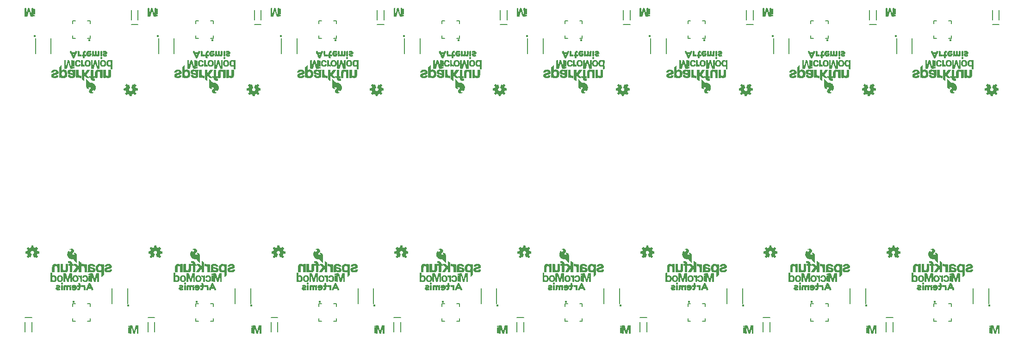
<source format=gbo>
G04 EAGLE Gerber RS-274X export*
G75*
%MOMM*%
%FSLAX34Y34*%
%LPD*%
%INSilkscreen Bottom*%
%IPPOS*%
%AMOC8*
5,1,8,0,0,1.08239X$1,22.5*%
G01*
%ADD10C,0.203200*%
%ADD11C,0.400000*%
%ADD12R,0.200000X0.050000*%
%ADD13R,0.050000X0.050000*%
%ADD14R,0.300000X0.050000*%
%ADD15R,0.250000X0.050000*%
%ADD16R,0.100000X0.050000*%
%ADD17R,0.350000X0.050000*%
%ADD18R,0.400000X0.050000*%
%ADD19R,0.450000X0.050000*%
%ADD20R,0.500000X0.050000*%
%ADD21R,0.550000X0.050000*%
%ADD22R,0.600000X0.050000*%
%ADD23R,0.700000X0.050000*%
%ADD24R,0.650000X0.050000*%
%ADD25R,0.750000X0.050000*%
%ADD26R,0.800000X0.050000*%
%ADD27R,1.350000X0.050000*%
%ADD28R,0.900000X0.050000*%
%ADD29R,1.400000X0.050000*%
%ADD30R,0.400000X0.060000*%
%ADD31R,0.350000X0.060000*%
%ADD32R,0.300000X0.060000*%
%ADD33R,0.600000X0.060000*%
%ADD34R,0.950000X0.050000*%
%ADD35R,1.050000X0.050000*%
%ADD36R,1.150000X0.050000*%
%ADD37R,0.850000X0.050000*%
%ADD38R,1.150000X0.060000*%
%ADD39R,0.050000X0.060000*%
%ADD40R,0.450000X0.060000*%
%ADD41R,1.250000X0.050000*%
%ADD42R,0.150000X0.050000*%
%ADD43R,0.700000X0.060000*%
%ADD44C,0.381000*%
%ADD45C,0.152400*%

G36*
X252756Y189708D02*
X252756Y189708D01*
X252822Y189713D01*
X252840Y189724D01*
X252861Y189729D01*
X252945Y189789D01*
X252969Y189803D01*
X252972Y189808D01*
X252977Y189812D01*
X255177Y192112D01*
X255186Y192125D01*
X255198Y192135D01*
X255229Y192199D01*
X255265Y192261D01*
X255267Y192277D01*
X255274Y192291D01*
X255273Y192362D01*
X255278Y192433D01*
X255272Y192448D01*
X255272Y192464D01*
X255214Y192589D01*
X255213Y192593D01*
X255212Y192594D01*
X253344Y195209D01*
X253346Y195220D01*
X253356Y195233D01*
X253367Y195291D01*
X253376Y195312D01*
X253375Y195334D01*
X253381Y195367D01*
X253383Y195372D01*
X253383Y195373D01*
X253383Y195374D01*
X253383Y195384D01*
X253415Y195449D01*
X253472Y195506D01*
X253483Y195524D01*
X253494Y195533D01*
X253502Y195552D01*
X253543Y195604D01*
X253615Y195749D01*
X253672Y195806D01*
X253712Y195870D01*
X253756Y195933D01*
X253758Y195945D01*
X253763Y195953D01*
X253766Y195988D01*
X253783Y196074D01*
X253783Y196123D01*
X253812Y196170D01*
X253856Y196233D01*
X253858Y196245D01*
X253863Y196253D01*
X253866Y196288D01*
X253883Y196374D01*
X253883Y196484D01*
X253915Y196549D01*
X253972Y196606D01*
X254012Y196670D01*
X254056Y196733D01*
X254058Y196745D01*
X254063Y196753D01*
X254066Y196788D01*
X254073Y196821D01*
X254076Y196829D01*
X254076Y196837D01*
X254083Y196874D01*
X254083Y196923D01*
X254112Y196970D01*
X254156Y197033D01*
X254158Y197045D01*
X254163Y197053D01*
X254166Y197088D01*
X254183Y197174D01*
X254183Y197284D01*
X254211Y197342D01*
X257468Y197900D01*
X257485Y197907D01*
X257505Y197908D01*
X257564Y197941D01*
X257627Y197967D01*
X257640Y197982D01*
X257657Y197991D01*
X257695Y198047D01*
X257740Y198098D01*
X257745Y198117D01*
X257756Y198133D01*
X257777Y198244D01*
X257783Y198266D01*
X257782Y198270D01*
X257783Y198274D01*
X257783Y201474D01*
X257778Y201493D01*
X257781Y201512D01*
X257769Y201546D01*
X257769Y201553D01*
X257763Y201563D01*
X257759Y201576D01*
X257743Y201642D01*
X257731Y201657D01*
X257725Y201675D01*
X257676Y201723D01*
X257633Y201776D01*
X257615Y201783D01*
X257602Y201797D01*
X257496Y201837D01*
X257475Y201846D01*
X257472Y201846D01*
X257468Y201848D01*
X254255Y202398D01*
X254244Y202437D01*
X254243Y202442D01*
X254243Y202443D01*
X254183Y202563D01*
X254183Y202574D01*
X254179Y202589D01*
X254181Y202605D01*
X254162Y202675D01*
X254161Y202690D01*
X254154Y202704D01*
X254144Y202737D01*
X254143Y202742D01*
X254143Y202743D01*
X254083Y202863D01*
X254083Y202874D01*
X254079Y202889D01*
X254081Y202905D01*
X254044Y203037D01*
X254043Y203042D01*
X254043Y203043D01*
X253883Y203363D01*
X253883Y203374D01*
X253879Y203389D01*
X253881Y203405D01*
X253844Y203537D01*
X253843Y203542D01*
X253843Y203543D01*
X253743Y203743D01*
X253720Y203771D01*
X253683Y203825D01*
X253683Y203874D01*
X253665Y203948D01*
X253652Y204023D01*
X253645Y204033D01*
X253643Y204042D01*
X253621Y204070D01*
X253572Y204142D01*
X253515Y204198D01*
X253443Y204343D01*
X253420Y204371D01*
X253383Y204425D01*
X253383Y204474D01*
X253365Y204548D01*
X253361Y204570D01*
X255216Y207258D01*
X255222Y207274D01*
X255233Y207287D01*
X255253Y207354D01*
X255279Y207419D01*
X255277Y207437D01*
X255282Y207453D01*
X255270Y207522D01*
X255264Y207592D01*
X255255Y207606D01*
X255252Y207623D01*
X255180Y207729D01*
X255174Y207740D01*
X255173Y207740D01*
X255172Y207742D01*
X252972Y209942D01*
X252957Y209951D01*
X252947Y209965D01*
X252884Y209996D01*
X252825Y210033D01*
X252808Y210035D01*
X252792Y210042D01*
X252722Y210043D01*
X252652Y210049D01*
X252636Y210043D01*
X252619Y210043D01*
X252502Y209992D01*
X252491Y209988D01*
X252490Y209987D01*
X252488Y209986D01*
X249789Y208124D01*
X249772Y208142D01*
X249707Y208182D01*
X249644Y208226D01*
X249633Y208228D01*
X249625Y208233D01*
X249589Y208236D01*
X249503Y208253D01*
X249454Y208253D01*
X249441Y208261D01*
X249373Y208313D01*
X249228Y208385D01*
X249172Y208442D01*
X249107Y208482D01*
X249044Y208526D01*
X249033Y208528D01*
X249025Y208533D01*
X248989Y208536D01*
X248903Y208553D01*
X248854Y208553D01*
X248841Y208561D01*
X248773Y208613D01*
X248573Y208713D01*
X248557Y208717D01*
X248544Y208726D01*
X248410Y208752D01*
X248405Y208753D01*
X248404Y208753D01*
X248403Y208753D01*
X248393Y208753D01*
X248273Y208813D01*
X248257Y208817D01*
X248244Y208826D01*
X248110Y208852D01*
X248105Y208853D01*
X248104Y208853D01*
X248103Y208853D01*
X248054Y208853D01*
X248007Y208882D01*
X247944Y208926D01*
X247933Y208928D01*
X247925Y208933D01*
X247889Y208936D01*
X247803Y208953D01*
X247693Y208953D01*
X247635Y208982D01*
X247077Y212238D01*
X247070Y212256D01*
X247069Y212275D01*
X247036Y212334D01*
X247010Y212397D01*
X246995Y212410D01*
X246986Y212427D01*
X246930Y212466D01*
X246879Y212510D01*
X246860Y212515D01*
X246844Y212526D01*
X246733Y212547D01*
X246711Y212553D01*
X246708Y212552D01*
X246703Y212553D01*
X243503Y212553D01*
X243485Y212549D01*
X243465Y212551D01*
X243401Y212529D01*
X243335Y212513D01*
X243320Y212501D01*
X243302Y212495D01*
X243254Y212447D01*
X243202Y212403D01*
X243194Y212386D01*
X243180Y212372D01*
X243140Y212266D01*
X243131Y212245D01*
X243131Y212242D01*
X243130Y212238D01*
X242579Y209026D01*
X242540Y209015D01*
X242535Y209013D01*
X242534Y209013D01*
X242414Y208953D01*
X242403Y208953D01*
X242388Y208949D01*
X242372Y208952D01*
X242240Y208915D01*
X242235Y208913D01*
X242234Y208913D01*
X242114Y208853D01*
X242103Y208853D01*
X242088Y208849D01*
X242072Y208852D01*
X241940Y208815D01*
X241935Y208813D01*
X241934Y208813D01*
X241814Y208753D01*
X241703Y208753D01*
X241629Y208736D01*
X241554Y208722D01*
X241544Y208716D01*
X241535Y208713D01*
X241508Y208691D01*
X241435Y208642D01*
X241379Y208585D01*
X241314Y208553D01*
X241303Y208553D01*
X241288Y208549D01*
X241272Y208552D01*
X241140Y208515D01*
X241135Y208513D01*
X241134Y208513D01*
X240934Y208413D01*
X240906Y208390D01*
X240835Y208342D01*
X240779Y208285D01*
X240714Y208253D01*
X240703Y208253D01*
X240688Y208249D01*
X240672Y208252D01*
X240540Y208215D01*
X240535Y208213D01*
X240534Y208213D01*
X240392Y208142D01*
X237719Y209986D01*
X237707Y209991D01*
X237698Y210000D01*
X237627Y210022D01*
X237558Y210049D01*
X237545Y210048D01*
X237533Y210052D01*
X237459Y210040D01*
X237385Y210034D01*
X237374Y210027D01*
X237362Y210025D01*
X237241Y209948D01*
X234941Y207748D01*
X234927Y207726D01*
X234907Y207710D01*
X234880Y207654D01*
X234847Y207603D01*
X234844Y207577D01*
X234833Y207554D01*
X234834Y207492D01*
X234827Y207431D01*
X234835Y207407D01*
X234836Y207381D01*
X234873Y207301D01*
X234885Y207268D01*
X234891Y207262D01*
X234896Y207251D01*
X236832Y204578D01*
X236792Y204498D01*
X236735Y204442D01*
X236695Y204377D01*
X236651Y204314D01*
X236649Y204303D01*
X236644Y204295D01*
X236641Y204260D01*
X236624Y204174D01*
X236624Y204124D01*
X236616Y204111D01*
X236564Y204043D01*
X236492Y203898D01*
X236435Y203842D01*
X236395Y203777D01*
X236351Y203714D01*
X236349Y203703D01*
X236344Y203695D01*
X236341Y203660D01*
X236324Y203574D01*
X236324Y203524D01*
X236295Y203477D01*
X236251Y203414D01*
X236249Y203403D01*
X236244Y203395D01*
X236241Y203360D01*
X236224Y203274D01*
X236224Y203163D01*
X236192Y203098D01*
X236135Y203042D01*
X236095Y202977D01*
X236051Y202914D01*
X236049Y202903D01*
X236044Y202895D01*
X236041Y202860D01*
X236024Y202774D01*
X236024Y202724D01*
X235995Y202677D01*
X235951Y202614D01*
X235949Y202603D01*
X235944Y202595D01*
X235941Y202560D01*
X235924Y202474D01*
X235924Y202395D01*
X232641Y201848D01*
X232622Y201840D01*
X232602Y201839D01*
X232543Y201807D01*
X232481Y201781D01*
X232468Y201766D01*
X232450Y201756D01*
X232412Y201701D01*
X232368Y201651D01*
X232363Y201631D01*
X232351Y201614D01*
X232336Y201533D01*
X232331Y201523D01*
X232331Y201512D01*
X232331Y201508D01*
X232324Y201483D01*
X232325Y201479D01*
X232324Y201474D01*
X232324Y198274D01*
X232329Y198255D01*
X232326Y198236D01*
X232348Y198171D01*
X232364Y198105D01*
X232376Y198090D01*
X232382Y198072D01*
X232431Y198024D01*
X232474Y197972D01*
X232492Y197964D01*
X232505Y197950D01*
X232611Y197910D01*
X232632Y197901D01*
X232635Y197901D01*
X232639Y197900D01*
X235927Y197336D01*
X235962Y197211D01*
X235964Y197205D01*
X235964Y197204D01*
X236024Y197084D01*
X236024Y197074D01*
X236028Y197058D01*
X236026Y197042D01*
X236062Y196911D01*
X236064Y196905D01*
X236064Y196904D01*
X236124Y196784D01*
X236124Y196774D01*
X236128Y196758D01*
X236126Y196742D01*
X236162Y196611D01*
X236164Y196605D01*
X236164Y196604D01*
X236324Y196284D01*
X236324Y196274D01*
X236328Y196258D01*
X236326Y196242D01*
X236362Y196111D01*
X236364Y196105D01*
X236364Y196104D01*
X236464Y195904D01*
X236487Y195876D01*
X236535Y195806D01*
X236592Y195749D01*
X236624Y195684D01*
X236624Y195674D01*
X236628Y195658D01*
X236626Y195642D01*
X236662Y195511D01*
X236664Y195505D01*
X236664Y195504D01*
X236764Y195304D01*
X236787Y195276D01*
X236835Y195206D01*
X236846Y195195D01*
X234900Y192601D01*
X234890Y192579D01*
X234873Y192560D01*
X234856Y192500D01*
X234831Y192443D01*
X234832Y192418D01*
X234825Y192394D01*
X234836Y192333D01*
X234839Y192270D01*
X234851Y192248D01*
X234855Y192224D01*
X234906Y192149D01*
X234923Y192119D01*
X234930Y192114D01*
X234935Y192106D01*
X237235Y189806D01*
X237250Y189797D01*
X237260Y189783D01*
X237323Y189751D01*
X237382Y189714D01*
X237399Y189713D01*
X237415Y189705D01*
X237485Y189705D01*
X237555Y189698D01*
X237571Y189704D01*
X237588Y189704D01*
X237705Y189756D01*
X237716Y189760D01*
X237717Y189761D01*
X237719Y189761D01*
X240418Y191623D01*
X240435Y191606D01*
X240500Y191565D01*
X240563Y191521D01*
X240574Y191519D01*
X240582Y191514D01*
X240617Y191511D01*
X240633Y191508D01*
X240635Y191506D01*
X240700Y191465D01*
X240763Y191421D01*
X240774Y191419D01*
X240782Y191414D01*
X240817Y191411D01*
X240903Y191394D01*
X240953Y191394D01*
X241000Y191365D01*
X241063Y191321D01*
X241074Y191319D01*
X241082Y191314D01*
X241117Y191311D01*
X241133Y191308D01*
X241135Y191306D01*
X241200Y191265D01*
X241263Y191221D01*
X241274Y191219D01*
X241282Y191214D01*
X241317Y191211D01*
X241333Y191208D01*
X241335Y191206D01*
X241400Y191165D01*
X241463Y191121D01*
X241474Y191119D01*
X241482Y191114D01*
X241517Y191111D01*
X241546Y191105D01*
X241574Y191072D01*
X241592Y191064D01*
X241607Y191049D01*
X241671Y191029D01*
X241732Y191001D01*
X241752Y191002D01*
X241771Y190996D01*
X241838Y191006D01*
X241905Y191008D01*
X241923Y191018D01*
X241943Y191021D01*
X241998Y191059D01*
X242057Y191091D01*
X242068Y191108D01*
X242085Y191120D01*
X242141Y191212D01*
X242156Y191233D01*
X242157Y191238D01*
X242159Y191242D01*
X244159Y196642D01*
X244163Y196673D01*
X244176Y196701D01*
X244174Y196757D01*
X244181Y196814D01*
X244170Y196843D01*
X244169Y196874D01*
X244142Y196924D01*
X244124Y196977D01*
X244101Y196999D01*
X244087Y197026D01*
X244027Y197072D01*
X244000Y197098D01*
X243987Y197102D01*
X243973Y197113D01*
X243428Y197385D01*
X243272Y197542D01*
X243241Y197561D01*
X243173Y197613D01*
X243028Y197685D01*
X242715Y197998D01*
X242643Y198143D01*
X242620Y198171D01*
X242572Y198242D01*
X242415Y198398D01*
X242355Y198519D01*
X242263Y198794D01*
X242251Y198813D01*
X242243Y198843D01*
X242183Y198963D01*
X242183Y199074D01*
X242174Y199109D01*
X242163Y199194D01*
X242083Y199435D01*
X242083Y200212D01*
X242163Y200454D01*
X242166Y200490D01*
X242183Y200574D01*
X242183Y200759D01*
X242319Y200963D01*
X242332Y200998D01*
X242363Y201054D01*
X242447Y201306D01*
X242798Y201832D01*
X243145Y202179D01*
X243672Y202530D01*
X243923Y202614D01*
X243942Y202625D01*
X243955Y202628D01*
X243968Y202639D01*
X244014Y202658D01*
X244218Y202794D01*
X244403Y202794D01*
X244438Y202803D01*
X244523Y202814D01*
X244765Y202894D01*
X245357Y202894D01*
X245711Y202806D01*
X245747Y202805D01*
X245803Y202794D01*
X245989Y202794D01*
X246193Y202658D01*
X246228Y202645D01*
X246277Y202617D01*
X246279Y202616D01*
X246280Y202616D01*
X246283Y202614D01*
X246535Y202530D01*
X246762Y202379D01*
X246935Y202206D01*
X246961Y202189D01*
X246993Y202158D01*
X247262Y201979D01*
X247409Y201832D01*
X247760Y201306D01*
X248124Y200212D01*
X248124Y199735D01*
X248044Y199494D01*
X248040Y199458D01*
X248024Y199374D01*
X248024Y199163D01*
X247864Y198843D01*
X247859Y198821D01*
X247844Y198794D01*
X247752Y198519D01*
X247592Y198198D01*
X247435Y198042D01*
X247416Y198011D01*
X247364Y197943D01*
X247292Y197798D01*
X247179Y197685D01*
X247034Y197613D01*
X247006Y197590D01*
X246935Y197542D01*
X246779Y197385D01*
X246458Y197225D01*
X246183Y197133D01*
X246135Y197103D01*
X246081Y197081D01*
X246062Y197059D01*
X246036Y197043D01*
X246006Y196994D01*
X245968Y196951D01*
X245960Y196922D01*
X245944Y196896D01*
X245939Y196839D01*
X245924Y196783D01*
X245930Y196749D01*
X245927Y196724D01*
X245939Y196692D01*
X245948Y196642D01*
X247948Y191242D01*
X247973Y191204D01*
X247989Y191161D01*
X248020Y191133D01*
X248043Y191098D01*
X248083Y191075D01*
X248117Y191044D01*
X248157Y191032D01*
X248193Y191011D01*
X248239Y191008D01*
X248283Y190995D01*
X248324Y191002D01*
X248366Y191000D01*
X248408Y191017D01*
X248453Y191025D01*
X248494Y191053D01*
X248525Y191066D01*
X248542Y191086D01*
X248555Y191094D01*
X248603Y191094D01*
X248678Y191112D01*
X248753Y191125D01*
X248763Y191132D01*
X248772Y191134D01*
X248799Y191157D01*
X248872Y191206D01*
X248878Y191212D01*
X248953Y191225D01*
X248963Y191232D01*
X248972Y191234D01*
X248999Y191257D01*
X249072Y191306D01*
X249078Y191312D01*
X249153Y191325D01*
X249163Y191332D01*
X249172Y191334D01*
X249199Y191357D01*
X249272Y191406D01*
X249278Y191412D01*
X249353Y191425D01*
X249363Y191432D01*
X249372Y191434D01*
X249399Y191457D01*
X249472Y191506D01*
X249478Y191512D01*
X249553Y191525D01*
X249563Y191532D01*
X249572Y191534D01*
X249599Y191557D01*
X249672Y191606D01*
X249678Y191612D01*
X249753Y191625D01*
X249763Y191632D01*
X249772Y191634D01*
X252488Y189761D01*
X252508Y189754D01*
X252524Y189740D01*
X252588Y189722D01*
X252649Y189698D01*
X252670Y189700D01*
X252691Y189695D01*
X252756Y189708D01*
G37*
G36*
X1378179Y189708D02*
X1378179Y189708D01*
X1378245Y189713D01*
X1378263Y189724D01*
X1378284Y189729D01*
X1378368Y189789D01*
X1378393Y189803D01*
X1378395Y189808D01*
X1378401Y189812D01*
X1380601Y192112D01*
X1380609Y192125D01*
X1380621Y192135D01*
X1380652Y192199D01*
X1380689Y192261D01*
X1380690Y192277D01*
X1380697Y192291D01*
X1380696Y192362D01*
X1380701Y192433D01*
X1380695Y192448D01*
X1380695Y192464D01*
X1380637Y192589D01*
X1380636Y192593D01*
X1380635Y192594D01*
X1378767Y195209D01*
X1378770Y195220D01*
X1378779Y195233D01*
X1378790Y195291D01*
X1378799Y195312D01*
X1378798Y195334D01*
X1378805Y195367D01*
X1378806Y195372D01*
X1378806Y195373D01*
X1378806Y195374D01*
X1378806Y195384D01*
X1378838Y195449D01*
X1378895Y195506D01*
X1378906Y195524D01*
X1378917Y195533D01*
X1378926Y195552D01*
X1378966Y195604D01*
X1379038Y195749D01*
X1379095Y195806D01*
X1379135Y195870D01*
X1379179Y195933D01*
X1379181Y195945D01*
X1379186Y195953D01*
X1379189Y195988D01*
X1379206Y196074D01*
X1379206Y196123D01*
X1379235Y196170D01*
X1379279Y196233D01*
X1379281Y196245D01*
X1379286Y196253D01*
X1379289Y196288D01*
X1379306Y196374D01*
X1379306Y196484D01*
X1379338Y196549D01*
X1379395Y196606D01*
X1379435Y196670D01*
X1379479Y196733D01*
X1379481Y196745D01*
X1379486Y196753D01*
X1379489Y196788D01*
X1379496Y196821D01*
X1379499Y196829D01*
X1379499Y196837D01*
X1379506Y196874D01*
X1379506Y196923D01*
X1379535Y196970D01*
X1379579Y197033D01*
X1379581Y197045D01*
X1379586Y197053D01*
X1379589Y197088D01*
X1379606Y197174D01*
X1379606Y197284D01*
X1379635Y197342D01*
X1382891Y197900D01*
X1382909Y197907D01*
X1382928Y197908D01*
X1382987Y197941D01*
X1383050Y197967D01*
X1383063Y197982D01*
X1383080Y197991D01*
X1383119Y198047D01*
X1383163Y198098D01*
X1383168Y198117D01*
X1383179Y198133D01*
X1383200Y198244D01*
X1383206Y198266D01*
X1383205Y198270D01*
X1383206Y198274D01*
X1383206Y201474D01*
X1383201Y201493D01*
X1383204Y201512D01*
X1383192Y201546D01*
X1383192Y201553D01*
X1383186Y201563D01*
X1383182Y201576D01*
X1383166Y201642D01*
X1383154Y201657D01*
X1383148Y201675D01*
X1383099Y201723D01*
X1383056Y201776D01*
X1383038Y201783D01*
X1383025Y201797D01*
X1382919Y201837D01*
X1382898Y201846D01*
X1382895Y201846D01*
X1382891Y201848D01*
X1379678Y202398D01*
X1379668Y202437D01*
X1379666Y202442D01*
X1379666Y202443D01*
X1379606Y202563D01*
X1379606Y202574D01*
X1379602Y202589D01*
X1379605Y202605D01*
X1379585Y202675D01*
X1379584Y202690D01*
X1379577Y202704D01*
X1379568Y202737D01*
X1379566Y202742D01*
X1379566Y202743D01*
X1379506Y202863D01*
X1379506Y202874D01*
X1379502Y202889D01*
X1379505Y202905D01*
X1379468Y203037D01*
X1379466Y203042D01*
X1379466Y203043D01*
X1379306Y203363D01*
X1379306Y203374D01*
X1379302Y203389D01*
X1379305Y203405D01*
X1379268Y203537D01*
X1379266Y203542D01*
X1379266Y203543D01*
X1379166Y203743D01*
X1379143Y203771D01*
X1379106Y203825D01*
X1379106Y203874D01*
X1379088Y203948D01*
X1379075Y204023D01*
X1379069Y204033D01*
X1379066Y204042D01*
X1379044Y204070D01*
X1378995Y204142D01*
X1378938Y204198D01*
X1378866Y204343D01*
X1378843Y204371D01*
X1378806Y204425D01*
X1378806Y204474D01*
X1378788Y204548D01*
X1378785Y204570D01*
X1380639Y207258D01*
X1380645Y207274D01*
X1380657Y207287D01*
X1380676Y207354D01*
X1380702Y207419D01*
X1380700Y207437D01*
X1380705Y207453D01*
X1380693Y207522D01*
X1380687Y207592D01*
X1380678Y207606D01*
X1380675Y207623D01*
X1380603Y207729D01*
X1380597Y207740D01*
X1380596Y207740D01*
X1380595Y207742D01*
X1378395Y209942D01*
X1378380Y209951D01*
X1378370Y209965D01*
X1378307Y209996D01*
X1378248Y210033D01*
X1378231Y210035D01*
X1378215Y210042D01*
X1378145Y210043D01*
X1378075Y210049D01*
X1378060Y210043D01*
X1378042Y210043D01*
X1377925Y209992D01*
X1377914Y209988D01*
X1377913Y209987D01*
X1377911Y209986D01*
X1375212Y208124D01*
X1375195Y208142D01*
X1375130Y208182D01*
X1375067Y208226D01*
X1375056Y208228D01*
X1375048Y208233D01*
X1375013Y208236D01*
X1374927Y208253D01*
X1374877Y208253D01*
X1374864Y208261D01*
X1374796Y208313D01*
X1374651Y208385D01*
X1374595Y208442D01*
X1374530Y208482D01*
X1374467Y208526D01*
X1374456Y208528D01*
X1374448Y208533D01*
X1374413Y208536D01*
X1374327Y208553D01*
X1374277Y208553D01*
X1374264Y208561D01*
X1374196Y208613D01*
X1373996Y208713D01*
X1373980Y208717D01*
X1373967Y208726D01*
X1373833Y208752D01*
X1373828Y208753D01*
X1373827Y208753D01*
X1373816Y208753D01*
X1373696Y208813D01*
X1373680Y208817D01*
X1373667Y208826D01*
X1373533Y208852D01*
X1373528Y208853D01*
X1373527Y208853D01*
X1373477Y208853D01*
X1373430Y208882D01*
X1373367Y208926D01*
X1373356Y208928D01*
X1373348Y208933D01*
X1373313Y208936D01*
X1373227Y208953D01*
X1373116Y208953D01*
X1373059Y208982D01*
X1372500Y212238D01*
X1372493Y212256D01*
X1372492Y212275D01*
X1372460Y212334D01*
X1372433Y212397D01*
X1372418Y212410D01*
X1372409Y212427D01*
X1372353Y212466D01*
X1372302Y212510D01*
X1372283Y212515D01*
X1372267Y212526D01*
X1372156Y212547D01*
X1372134Y212553D01*
X1372131Y212552D01*
X1372127Y212553D01*
X1368927Y212553D01*
X1368908Y212549D01*
X1368889Y212551D01*
X1368824Y212529D01*
X1368758Y212513D01*
X1368743Y212501D01*
X1368725Y212495D01*
X1368677Y212447D01*
X1368625Y212403D01*
X1368617Y212386D01*
X1368603Y212372D01*
X1368563Y212266D01*
X1368554Y212245D01*
X1368554Y212242D01*
X1368553Y212238D01*
X1368002Y209026D01*
X1367963Y209015D01*
X1367958Y209013D01*
X1367957Y209013D01*
X1367837Y208953D01*
X1367827Y208953D01*
X1367811Y208949D01*
X1367795Y208952D01*
X1367663Y208915D01*
X1367658Y208913D01*
X1367657Y208913D01*
X1367537Y208853D01*
X1367527Y208853D01*
X1367511Y208849D01*
X1367495Y208852D01*
X1367363Y208815D01*
X1367358Y208813D01*
X1367357Y208813D01*
X1367237Y208753D01*
X1367127Y208753D01*
X1367052Y208736D01*
X1366977Y208722D01*
X1366967Y208716D01*
X1366958Y208713D01*
X1366931Y208691D01*
X1366858Y208642D01*
X1366802Y208585D01*
X1366737Y208553D01*
X1366727Y208553D01*
X1366711Y208549D01*
X1366695Y208552D01*
X1366563Y208515D01*
X1366558Y208513D01*
X1366557Y208513D01*
X1366357Y208413D01*
X1366329Y208390D01*
X1366258Y208342D01*
X1366202Y208285D01*
X1366137Y208253D01*
X1366127Y208253D01*
X1366111Y208249D01*
X1366095Y208252D01*
X1365963Y208215D01*
X1365958Y208213D01*
X1365957Y208213D01*
X1365815Y208142D01*
X1363142Y209986D01*
X1363130Y209991D01*
X1363121Y210000D01*
X1363050Y210022D01*
X1362981Y210049D01*
X1362968Y210048D01*
X1362956Y210052D01*
X1362882Y210040D01*
X1362808Y210034D01*
X1362797Y210027D01*
X1362785Y210025D01*
X1362664Y209948D01*
X1360364Y207748D01*
X1360350Y207726D01*
X1360330Y207710D01*
X1360304Y207654D01*
X1360270Y207603D01*
X1360267Y207577D01*
X1360256Y207554D01*
X1360257Y207492D01*
X1360250Y207431D01*
X1360258Y207407D01*
X1360259Y207381D01*
X1360296Y207301D01*
X1360308Y207268D01*
X1360315Y207262D01*
X1360319Y207251D01*
X1362255Y204578D01*
X1362215Y204498D01*
X1362158Y204442D01*
X1362118Y204377D01*
X1362074Y204314D01*
X1362072Y204303D01*
X1362067Y204295D01*
X1362064Y204260D01*
X1362047Y204174D01*
X1362047Y204124D01*
X1362040Y204111D01*
X1361987Y204043D01*
X1361915Y203898D01*
X1361858Y203842D01*
X1361818Y203777D01*
X1361774Y203714D01*
X1361772Y203703D01*
X1361767Y203695D01*
X1361764Y203660D01*
X1361747Y203574D01*
X1361747Y203524D01*
X1361718Y203477D01*
X1361674Y203414D01*
X1361672Y203403D01*
X1361667Y203395D01*
X1361664Y203360D01*
X1361647Y203274D01*
X1361647Y203163D01*
X1361615Y203098D01*
X1361558Y203042D01*
X1361518Y202977D01*
X1361474Y202914D01*
X1361472Y202903D01*
X1361467Y202895D01*
X1361464Y202860D01*
X1361447Y202774D01*
X1361447Y202724D01*
X1361418Y202677D01*
X1361374Y202614D01*
X1361372Y202603D01*
X1361367Y202595D01*
X1361364Y202560D01*
X1361347Y202474D01*
X1361347Y202395D01*
X1358064Y201848D01*
X1358046Y201840D01*
X1358025Y201839D01*
X1357966Y201807D01*
X1357905Y201781D01*
X1357891Y201766D01*
X1357874Y201756D01*
X1357835Y201701D01*
X1357791Y201651D01*
X1357786Y201631D01*
X1357774Y201614D01*
X1357759Y201533D01*
X1357754Y201523D01*
X1357755Y201512D01*
X1357754Y201508D01*
X1357747Y201483D01*
X1357748Y201479D01*
X1357747Y201474D01*
X1357747Y198274D01*
X1357752Y198255D01*
X1357749Y198236D01*
X1357771Y198171D01*
X1357787Y198105D01*
X1357799Y198090D01*
X1357805Y198072D01*
X1357854Y198024D01*
X1357897Y197972D01*
X1357915Y197964D01*
X1357929Y197950D01*
X1358035Y197910D01*
X1358055Y197901D01*
X1358058Y197901D01*
X1358063Y197900D01*
X1361350Y197336D01*
X1361386Y197211D01*
X1361387Y197205D01*
X1361387Y197204D01*
X1361447Y197084D01*
X1361447Y197074D01*
X1361451Y197058D01*
X1361449Y197042D01*
X1361486Y196911D01*
X1361487Y196905D01*
X1361487Y196904D01*
X1361547Y196784D01*
X1361547Y196774D01*
X1361551Y196758D01*
X1361549Y196742D01*
X1361586Y196611D01*
X1361587Y196605D01*
X1361587Y196604D01*
X1361747Y196284D01*
X1361747Y196274D01*
X1361751Y196258D01*
X1361749Y196242D01*
X1361786Y196111D01*
X1361787Y196105D01*
X1361787Y196104D01*
X1361887Y195904D01*
X1361910Y195876D01*
X1361958Y195806D01*
X1362015Y195749D01*
X1362047Y195684D01*
X1362047Y195674D01*
X1362051Y195658D01*
X1362049Y195642D01*
X1362086Y195511D01*
X1362087Y195505D01*
X1362087Y195504D01*
X1362187Y195304D01*
X1362210Y195276D01*
X1362258Y195206D01*
X1362269Y195195D01*
X1360323Y192601D01*
X1360313Y192579D01*
X1360297Y192560D01*
X1360279Y192500D01*
X1360254Y192443D01*
X1360255Y192418D01*
X1360248Y192394D01*
X1360259Y192333D01*
X1360262Y192270D01*
X1360274Y192248D01*
X1360278Y192224D01*
X1360329Y192149D01*
X1360346Y192119D01*
X1360353Y192114D01*
X1360358Y192106D01*
X1362658Y189806D01*
X1362673Y189797D01*
X1362683Y189783D01*
X1362746Y189751D01*
X1362805Y189714D01*
X1362822Y189713D01*
X1362838Y189705D01*
X1362908Y189705D01*
X1362978Y189698D01*
X1362994Y189704D01*
X1363011Y189704D01*
X1363129Y189756D01*
X1363139Y189760D01*
X1363140Y189761D01*
X1363142Y189761D01*
X1365841Y191623D01*
X1365858Y191606D01*
X1365923Y191565D01*
X1365986Y191521D01*
X1365998Y191519D01*
X1366005Y191514D01*
X1366041Y191511D01*
X1366056Y191508D01*
X1366058Y191506D01*
X1366123Y191465D01*
X1366186Y191421D01*
X1366198Y191419D01*
X1366205Y191414D01*
X1366241Y191411D01*
X1366327Y191394D01*
X1366376Y191394D01*
X1366423Y191365D01*
X1366486Y191321D01*
X1366498Y191319D01*
X1366505Y191314D01*
X1366541Y191311D01*
X1366556Y191308D01*
X1366558Y191306D01*
X1366623Y191265D01*
X1366686Y191221D01*
X1366698Y191219D01*
X1366705Y191214D01*
X1366741Y191211D01*
X1366756Y191208D01*
X1366758Y191206D01*
X1366823Y191165D01*
X1366886Y191121D01*
X1366898Y191119D01*
X1366905Y191114D01*
X1366941Y191111D01*
X1366969Y191105D01*
X1366997Y191072D01*
X1367016Y191064D01*
X1367030Y191049D01*
X1367094Y191029D01*
X1367155Y191001D01*
X1367175Y191002D01*
X1367195Y190996D01*
X1367261Y191006D01*
X1367328Y191008D01*
X1367346Y191018D01*
X1367366Y191021D01*
X1367421Y191059D01*
X1367480Y191091D01*
X1367491Y191108D01*
X1367508Y191120D01*
X1367564Y191212D01*
X1367579Y191233D01*
X1367580Y191238D01*
X1367582Y191242D01*
X1369582Y196642D01*
X1369586Y196673D01*
X1369599Y196701D01*
X1369597Y196757D01*
X1369604Y196814D01*
X1369594Y196843D01*
X1369592Y196874D01*
X1369565Y196924D01*
X1369547Y196977D01*
X1369525Y196999D01*
X1369510Y197026D01*
X1369450Y197072D01*
X1369423Y197098D01*
X1369410Y197102D01*
X1369396Y197113D01*
X1368851Y197385D01*
X1368695Y197542D01*
X1368664Y197561D01*
X1368596Y197613D01*
X1368451Y197685D01*
X1368138Y197998D01*
X1368066Y198143D01*
X1368043Y198171D01*
X1367995Y198242D01*
X1367838Y198398D01*
X1367778Y198519D01*
X1367686Y198794D01*
X1367674Y198813D01*
X1367666Y198843D01*
X1367606Y198963D01*
X1367606Y199074D01*
X1367598Y199109D01*
X1367586Y199194D01*
X1367506Y199435D01*
X1367506Y200212D01*
X1367586Y200454D01*
X1367590Y200490D01*
X1367606Y200574D01*
X1367606Y200759D01*
X1367742Y200963D01*
X1367755Y200998D01*
X1367786Y201054D01*
X1367870Y201306D01*
X1368221Y201832D01*
X1368568Y202179D01*
X1369095Y202530D01*
X1369347Y202614D01*
X1369365Y202625D01*
X1369379Y202628D01*
X1369391Y202639D01*
X1369437Y202658D01*
X1369641Y202794D01*
X1369827Y202794D01*
X1369862Y202803D01*
X1369947Y202814D01*
X1370188Y202894D01*
X1370780Y202894D01*
X1371135Y202806D01*
X1371171Y202805D01*
X1371227Y202794D01*
X1371412Y202794D01*
X1371616Y202658D01*
X1371651Y202645D01*
X1371701Y202617D01*
X1371703Y202616D01*
X1371707Y202614D01*
X1371958Y202530D01*
X1372185Y202379D01*
X1372358Y202206D01*
X1372385Y202189D01*
X1372416Y202158D01*
X1372685Y201979D01*
X1372832Y201832D01*
X1373183Y201306D01*
X1373547Y200212D01*
X1373547Y199735D01*
X1373467Y199494D01*
X1373464Y199458D01*
X1373447Y199374D01*
X1373447Y199163D01*
X1373287Y198843D01*
X1373282Y198821D01*
X1373267Y198794D01*
X1373175Y198519D01*
X1373015Y198198D01*
X1372858Y198042D01*
X1372840Y198011D01*
X1372787Y197943D01*
X1372715Y197798D01*
X1372602Y197685D01*
X1372457Y197613D01*
X1372429Y197590D01*
X1372358Y197542D01*
X1372202Y197385D01*
X1371881Y197225D01*
X1371607Y197133D01*
X1371558Y197103D01*
X1371505Y197081D01*
X1371485Y197059D01*
X1371459Y197043D01*
X1371429Y196994D01*
X1371391Y196951D01*
X1371384Y196922D01*
X1371368Y196896D01*
X1371362Y196839D01*
X1371347Y196783D01*
X1371353Y196749D01*
X1371351Y196724D01*
X1371363Y196692D01*
X1371371Y196642D01*
X1373371Y191242D01*
X1373396Y191204D01*
X1373413Y191161D01*
X1373443Y191133D01*
X1373466Y191098D01*
X1373506Y191075D01*
X1373540Y191044D01*
X1373580Y191032D01*
X1373616Y191011D01*
X1373662Y191008D01*
X1373706Y190995D01*
X1373747Y191002D01*
X1373789Y191000D01*
X1373831Y191017D01*
X1373876Y191025D01*
X1373918Y191053D01*
X1373949Y191066D01*
X1373966Y191086D01*
X1373978Y191094D01*
X1374027Y191094D01*
X1374101Y191112D01*
X1374176Y191125D01*
X1374186Y191132D01*
X1374195Y191134D01*
X1374222Y191157D01*
X1374295Y191206D01*
X1374301Y191212D01*
X1374376Y191225D01*
X1374386Y191232D01*
X1374395Y191234D01*
X1374422Y191257D01*
X1374495Y191306D01*
X1374501Y191312D01*
X1374576Y191325D01*
X1374586Y191332D01*
X1374595Y191334D01*
X1374622Y191357D01*
X1374695Y191406D01*
X1374701Y191412D01*
X1374776Y191425D01*
X1374786Y191432D01*
X1374795Y191434D01*
X1374822Y191457D01*
X1374895Y191506D01*
X1374901Y191512D01*
X1374976Y191525D01*
X1374986Y191532D01*
X1374995Y191534D01*
X1375022Y191557D01*
X1375095Y191606D01*
X1375101Y191612D01*
X1375176Y191625D01*
X1375186Y191632D01*
X1375195Y191634D01*
X1375196Y191634D01*
X1377911Y189761D01*
X1377931Y189754D01*
X1377947Y189740D01*
X1378011Y189722D01*
X1378072Y189698D01*
X1378094Y189700D01*
X1378114Y189695D01*
X1378179Y189708D01*
G37*
G36*
X1603248Y189708D02*
X1603248Y189708D01*
X1603314Y189713D01*
X1603332Y189724D01*
X1603353Y189729D01*
X1603438Y189789D01*
X1603462Y189803D01*
X1603465Y189808D01*
X1603470Y189812D01*
X1605670Y192112D01*
X1605678Y192125D01*
X1605691Y192135D01*
X1605722Y192199D01*
X1605758Y192261D01*
X1605759Y192277D01*
X1605766Y192291D01*
X1605765Y192362D01*
X1605771Y192433D01*
X1605765Y192448D01*
X1605764Y192464D01*
X1605707Y192589D01*
X1605705Y192593D01*
X1605705Y192594D01*
X1603837Y195209D01*
X1603839Y195220D01*
X1603848Y195233D01*
X1603859Y195291D01*
X1603868Y195312D01*
X1603868Y195334D01*
X1603874Y195367D01*
X1603875Y195372D01*
X1603875Y195373D01*
X1603875Y195374D01*
X1603875Y195384D01*
X1603908Y195449D01*
X1603964Y195506D01*
X1603975Y195524D01*
X1603987Y195533D01*
X1603995Y195552D01*
X1604035Y195604D01*
X1604108Y195749D01*
X1604164Y195806D01*
X1604204Y195870D01*
X1604248Y195933D01*
X1604250Y195945D01*
X1604255Y195953D01*
X1604259Y195988D01*
X1604275Y196074D01*
X1604275Y196123D01*
X1604304Y196170D01*
X1604348Y196233D01*
X1604350Y196245D01*
X1604355Y196253D01*
X1604359Y196288D01*
X1604375Y196374D01*
X1604375Y196484D01*
X1604408Y196549D01*
X1604464Y196606D01*
X1604504Y196670D01*
X1604548Y196733D01*
X1604550Y196745D01*
X1604555Y196753D01*
X1604559Y196788D01*
X1604565Y196821D01*
X1604568Y196829D01*
X1604568Y196837D01*
X1604575Y196874D01*
X1604575Y196923D01*
X1604604Y196970D01*
X1604648Y197033D01*
X1604650Y197045D01*
X1604655Y197053D01*
X1604659Y197088D01*
X1604675Y197174D01*
X1604675Y197284D01*
X1604704Y197342D01*
X1607960Y197900D01*
X1607978Y197907D01*
X1607997Y197908D01*
X1608057Y197941D01*
X1608119Y197967D01*
X1608132Y197982D01*
X1608149Y197991D01*
X1608188Y198047D01*
X1608232Y198098D01*
X1608237Y198117D01*
X1608248Y198133D01*
X1608270Y198244D01*
X1608275Y198266D01*
X1608274Y198270D01*
X1608275Y198274D01*
X1608275Y201474D01*
X1608271Y201493D01*
X1608273Y201512D01*
X1608262Y201546D01*
X1608261Y201553D01*
X1608256Y201563D01*
X1608251Y201576D01*
X1608236Y201642D01*
X1608223Y201657D01*
X1608217Y201675D01*
X1608169Y201723D01*
X1608126Y201776D01*
X1608108Y201783D01*
X1608094Y201797D01*
X1607988Y201837D01*
X1607968Y201846D01*
X1607964Y201846D01*
X1607960Y201848D01*
X1604748Y202398D01*
X1604737Y202437D01*
X1604736Y202442D01*
X1604735Y202443D01*
X1604675Y202563D01*
X1604675Y202574D01*
X1604672Y202589D01*
X1604674Y202605D01*
X1604654Y202675D01*
X1604654Y202690D01*
X1604646Y202704D01*
X1604637Y202737D01*
X1604636Y202742D01*
X1604635Y202743D01*
X1604575Y202863D01*
X1604575Y202874D01*
X1604572Y202889D01*
X1604574Y202905D01*
X1604537Y203037D01*
X1604536Y203042D01*
X1604535Y203043D01*
X1604375Y203363D01*
X1604375Y203374D01*
X1604372Y203389D01*
X1604374Y203405D01*
X1604337Y203537D01*
X1604336Y203542D01*
X1604335Y203543D01*
X1604235Y203743D01*
X1604212Y203771D01*
X1604175Y203825D01*
X1604175Y203874D01*
X1604158Y203948D01*
X1604144Y204023D01*
X1604138Y204033D01*
X1604136Y204042D01*
X1604113Y204070D01*
X1604064Y204142D01*
X1604008Y204198D01*
X1603935Y204343D01*
X1603912Y204371D01*
X1603875Y204425D01*
X1603875Y204474D01*
X1603858Y204548D01*
X1603854Y204570D01*
X1605708Y207258D01*
X1605714Y207274D01*
X1605726Y207287D01*
X1605746Y207354D01*
X1605771Y207419D01*
X1605770Y207437D01*
X1605775Y207453D01*
X1605762Y207522D01*
X1605756Y207592D01*
X1605747Y207606D01*
X1605744Y207623D01*
X1605673Y207729D01*
X1605666Y207740D01*
X1605665Y207740D01*
X1605664Y207742D01*
X1603464Y209942D01*
X1603450Y209951D01*
X1603439Y209965D01*
X1603377Y209996D01*
X1603317Y210033D01*
X1603300Y210035D01*
X1603285Y210042D01*
X1603215Y210043D01*
X1603145Y210049D01*
X1603129Y210043D01*
X1603112Y210043D01*
X1602994Y209992D01*
X1602983Y209988D01*
X1602982Y209987D01*
X1602981Y209986D01*
X1600282Y208124D01*
X1600264Y208142D01*
X1600199Y208182D01*
X1600137Y208226D01*
X1600125Y208228D01*
X1600117Y208233D01*
X1600082Y208236D01*
X1599996Y208253D01*
X1599946Y208253D01*
X1599934Y208261D01*
X1599866Y208313D01*
X1599721Y208385D01*
X1599664Y208442D01*
X1599599Y208482D01*
X1599537Y208526D01*
X1599525Y208528D01*
X1599517Y208533D01*
X1599482Y208536D01*
X1599396Y208553D01*
X1599346Y208553D01*
X1599334Y208561D01*
X1599266Y208613D01*
X1599066Y208713D01*
X1599050Y208717D01*
X1599037Y208726D01*
X1598903Y208752D01*
X1598897Y208753D01*
X1598896Y208753D01*
X1598886Y208753D01*
X1598766Y208813D01*
X1598750Y208817D01*
X1598737Y208826D01*
X1598603Y208852D01*
X1598597Y208853D01*
X1598596Y208853D01*
X1598546Y208853D01*
X1598499Y208882D01*
X1598437Y208926D01*
X1598425Y208928D01*
X1598417Y208933D01*
X1598382Y208936D01*
X1598296Y208953D01*
X1598186Y208953D01*
X1598128Y208982D01*
X1597570Y212238D01*
X1597562Y212256D01*
X1597561Y212275D01*
X1597529Y212334D01*
X1597502Y212397D01*
X1597488Y212410D01*
X1597478Y212427D01*
X1597423Y212466D01*
X1597371Y212510D01*
X1597352Y212515D01*
X1597337Y212526D01*
X1597226Y212547D01*
X1597204Y212553D01*
X1597200Y212552D01*
X1597196Y212553D01*
X1593996Y212553D01*
X1593977Y212549D01*
X1593958Y212551D01*
X1593894Y212529D01*
X1593828Y212513D01*
X1593813Y212501D01*
X1593794Y212495D01*
X1593747Y212447D01*
X1593694Y212403D01*
X1593686Y212386D01*
X1593673Y212372D01*
X1593633Y212266D01*
X1593624Y212245D01*
X1593624Y212242D01*
X1593622Y212238D01*
X1593072Y209026D01*
X1593033Y209015D01*
X1593028Y209013D01*
X1593027Y209013D01*
X1593026Y209013D01*
X1592906Y208953D01*
X1592896Y208953D01*
X1592880Y208949D01*
X1592864Y208952D01*
X1592733Y208915D01*
X1592728Y208913D01*
X1592727Y208913D01*
X1592726Y208913D01*
X1592606Y208853D01*
X1592596Y208853D01*
X1592580Y208849D01*
X1592564Y208852D01*
X1592433Y208815D01*
X1592428Y208813D01*
X1592427Y208813D01*
X1592426Y208813D01*
X1592306Y208753D01*
X1592196Y208753D01*
X1592122Y208736D01*
X1592046Y208722D01*
X1592037Y208716D01*
X1592028Y208713D01*
X1592000Y208691D01*
X1591928Y208642D01*
X1591871Y208585D01*
X1591806Y208553D01*
X1591796Y208553D01*
X1591780Y208549D01*
X1591764Y208552D01*
X1591633Y208515D01*
X1591628Y208513D01*
X1591627Y208513D01*
X1591626Y208513D01*
X1591426Y208413D01*
X1591399Y208390D01*
X1591328Y208342D01*
X1591271Y208285D01*
X1591206Y208253D01*
X1591196Y208253D01*
X1591180Y208249D01*
X1591164Y208252D01*
X1591033Y208215D01*
X1591028Y208213D01*
X1591027Y208213D01*
X1591026Y208213D01*
X1590885Y208142D01*
X1588211Y209986D01*
X1588199Y209991D01*
X1588190Y210000D01*
X1588119Y210022D01*
X1588050Y210049D01*
X1588037Y210048D01*
X1588025Y210052D01*
X1587952Y210040D01*
X1587878Y210034D01*
X1587867Y210027D01*
X1587854Y210025D01*
X1587734Y209948D01*
X1585434Y207748D01*
X1585420Y207726D01*
X1585400Y207710D01*
X1585373Y207654D01*
X1585339Y207603D01*
X1585336Y207577D01*
X1585325Y207554D01*
X1585326Y207492D01*
X1585319Y207431D01*
X1585328Y207407D01*
X1585328Y207381D01*
X1585366Y207301D01*
X1585377Y207268D01*
X1585384Y207262D01*
X1585389Y207251D01*
X1587324Y204578D01*
X1587284Y204498D01*
X1587228Y204442D01*
X1587188Y204377D01*
X1587144Y204314D01*
X1587142Y204303D01*
X1587137Y204295D01*
X1587133Y204260D01*
X1587117Y204174D01*
X1587117Y204124D01*
X1587109Y204111D01*
X1587057Y204043D01*
X1586984Y203898D01*
X1586928Y203842D01*
X1586888Y203777D01*
X1586844Y203714D01*
X1586842Y203703D01*
X1586837Y203695D01*
X1586833Y203660D01*
X1586817Y203574D01*
X1586817Y203524D01*
X1586788Y203477D01*
X1586744Y203414D01*
X1586742Y203403D01*
X1586737Y203395D01*
X1586733Y203360D01*
X1586717Y203274D01*
X1586717Y203163D01*
X1586684Y203098D01*
X1586628Y203042D01*
X1586588Y202977D01*
X1586544Y202914D01*
X1586542Y202903D01*
X1586537Y202895D01*
X1586533Y202860D01*
X1586517Y202774D01*
X1586517Y202724D01*
X1586488Y202677D01*
X1586444Y202614D01*
X1586442Y202603D01*
X1586437Y202595D01*
X1586433Y202560D01*
X1586417Y202474D01*
X1586417Y202395D01*
X1583134Y201848D01*
X1583115Y201840D01*
X1583095Y201839D01*
X1583036Y201807D01*
X1582974Y201781D01*
X1582961Y201766D01*
X1582943Y201756D01*
X1582905Y201701D01*
X1582861Y201651D01*
X1582855Y201631D01*
X1582844Y201614D01*
X1582828Y201533D01*
X1582824Y201523D01*
X1582824Y201512D01*
X1582823Y201508D01*
X1582817Y201483D01*
X1582818Y201479D01*
X1582817Y201474D01*
X1582817Y198274D01*
X1582821Y198255D01*
X1582819Y198236D01*
X1582841Y198171D01*
X1582856Y198105D01*
X1582869Y198090D01*
X1582875Y198072D01*
X1582923Y198024D01*
X1582966Y197972D01*
X1582984Y197964D01*
X1582998Y197950D01*
X1583104Y197910D01*
X1583124Y197901D01*
X1583128Y197901D01*
X1583132Y197900D01*
X1586420Y197336D01*
X1586455Y197211D01*
X1586456Y197205D01*
X1586457Y197205D01*
X1586457Y197204D01*
X1586517Y197084D01*
X1586517Y197074D01*
X1586520Y197058D01*
X1586518Y197042D01*
X1586555Y196911D01*
X1586556Y196905D01*
X1586557Y196905D01*
X1586557Y196904D01*
X1586617Y196784D01*
X1586617Y196774D01*
X1586620Y196758D01*
X1586618Y196742D01*
X1586655Y196611D01*
X1586656Y196605D01*
X1586657Y196605D01*
X1586657Y196604D01*
X1586817Y196284D01*
X1586817Y196274D01*
X1586820Y196258D01*
X1586818Y196242D01*
X1586855Y196111D01*
X1586856Y196105D01*
X1586857Y196105D01*
X1586857Y196104D01*
X1586957Y195904D01*
X1586980Y195876D01*
X1587028Y195806D01*
X1587084Y195749D01*
X1587117Y195684D01*
X1587117Y195674D01*
X1587120Y195658D01*
X1587118Y195642D01*
X1587155Y195511D01*
X1587156Y195505D01*
X1587157Y195505D01*
X1587157Y195504D01*
X1587257Y195304D01*
X1587280Y195276D01*
X1587328Y195206D01*
X1587338Y195195D01*
X1585393Y192601D01*
X1585383Y192579D01*
X1585366Y192560D01*
X1585348Y192500D01*
X1585323Y192443D01*
X1585324Y192418D01*
X1585317Y192394D01*
X1585328Y192333D01*
X1585331Y192270D01*
X1585343Y192248D01*
X1585348Y192224D01*
X1585399Y192149D01*
X1585415Y192119D01*
X1585422Y192114D01*
X1585428Y192106D01*
X1587728Y189806D01*
X1587742Y189797D01*
X1587753Y189783D01*
X1587815Y189751D01*
X1587875Y189714D01*
X1587892Y189713D01*
X1587907Y189705D01*
X1587978Y189705D01*
X1588047Y189698D01*
X1588063Y189704D01*
X1588080Y189704D01*
X1588198Y189756D01*
X1588209Y189760D01*
X1588210Y189761D01*
X1588211Y189761D01*
X1590910Y191623D01*
X1590928Y191606D01*
X1590993Y191565D01*
X1591055Y191521D01*
X1591067Y191519D01*
X1591075Y191514D01*
X1591110Y191511D01*
X1591125Y191508D01*
X1591128Y191506D01*
X1591193Y191465D01*
X1591255Y191421D01*
X1591267Y191419D01*
X1591275Y191414D01*
X1591310Y191411D01*
X1591396Y191394D01*
X1591446Y191394D01*
X1591493Y191365D01*
X1591555Y191321D01*
X1591567Y191319D01*
X1591575Y191314D01*
X1591610Y191311D01*
X1591625Y191308D01*
X1591628Y191306D01*
X1591693Y191265D01*
X1591755Y191221D01*
X1591767Y191219D01*
X1591775Y191214D01*
X1591810Y191211D01*
X1591825Y191208D01*
X1591828Y191206D01*
X1591893Y191165D01*
X1591955Y191121D01*
X1591967Y191119D01*
X1591975Y191114D01*
X1592010Y191111D01*
X1592039Y191105D01*
X1592066Y191072D01*
X1592085Y191064D01*
X1592100Y191049D01*
X1592163Y191029D01*
X1592224Y191001D01*
X1592245Y191002D01*
X1592264Y190996D01*
X1592330Y191006D01*
X1592397Y191008D01*
X1592415Y191018D01*
X1592435Y191021D01*
X1592490Y191059D01*
X1592549Y191091D01*
X1592561Y191108D01*
X1592577Y191120D01*
X1592634Y191212D01*
X1592648Y191233D01*
X1592649Y191238D01*
X1592652Y191242D01*
X1594652Y196642D01*
X1594656Y196673D01*
X1594668Y196701D01*
X1594666Y196757D01*
X1594673Y196814D01*
X1594663Y196843D01*
X1594662Y196874D01*
X1594635Y196924D01*
X1594616Y196977D01*
X1594594Y196999D01*
X1594579Y197026D01*
X1594519Y197072D01*
X1594492Y197098D01*
X1594479Y197102D01*
X1594466Y197113D01*
X1593921Y197385D01*
X1593764Y197542D01*
X1593734Y197561D01*
X1593666Y197613D01*
X1593521Y197685D01*
X1593208Y197998D01*
X1593135Y198143D01*
X1593112Y198171D01*
X1593064Y198242D01*
X1592908Y198398D01*
X1592847Y198519D01*
X1592756Y198794D01*
X1592744Y198813D01*
X1592735Y198843D01*
X1592675Y198963D01*
X1592675Y199074D01*
X1592667Y199109D01*
X1592656Y199194D01*
X1592575Y199435D01*
X1592575Y200212D01*
X1592656Y200454D01*
X1592659Y200490D01*
X1592675Y200574D01*
X1592675Y200759D01*
X1592812Y200963D01*
X1592825Y200998D01*
X1592856Y201054D01*
X1592940Y201306D01*
X1593291Y201832D01*
X1593638Y202179D01*
X1594164Y202530D01*
X1594416Y202614D01*
X1594434Y202625D01*
X1594448Y202628D01*
X1594461Y202639D01*
X1594506Y202658D01*
X1594711Y202794D01*
X1594896Y202794D01*
X1594931Y202803D01*
X1595016Y202814D01*
X1595258Y202894D01*
X1595849Y202894D01*
X1596204Y202806D01*
X1596240Y202805D01*
X1596296Y202794D01*
X1596481Y202794D01*
X1596686Y202658D01*
X1596721Y202645D01*
X1596770Y202617D01*
X1596772Y202616D01*
X1596773Y202616D01*
X1596776Y202614D01*
X1597028Y202530D01*
X1597255Y202379D01*
X1597428Y202206D01*
X1597454Y202189D01*
X1597486Y202158D01*
X1597755Y201979D01*
X1597901Y201832D01*
X1598252Y201306D01*
X1598617Y200212D01*
X1598617Y199735D01*
X1598536Y199494D01*
X1598533Y199458D01*
X1598517Y199374D01*
X1598517Y199163D01*
X1598357Y198843D01*
X1598351Y198821D01*
X1598336Y198794D01*
X1598245Y198519D01*
X1598084Y198198D01*
X1597928Y198042D01*
X1597909Y198011D01*
X1597857Y197943D01*
X1597784Y197798D01*
X1597671Y197685D01*
X1597526Y197613D01*
X1597499Y197590D01*
X1597428Y197542D01*
X1597271Y197385D01*
X1596950Y197225D01*
X1596676Y197133D01*
X1596627Y197103D01*
X1596574Y197081D01*
X1596554Y197059D01*
X1596529Y197043D01*
X1596498Y196994D01*
X1596461Y196951D01*
X1596453Y196922D01*
X1596437Y196896D01*
X1596431Y196839D01*
X1596417Y196783D01*
X1596423Y196749D01*
X1596420Y196724D01*
X1596432Y196692D01*
X1596440Y196642D01*
X1598440Y191242D01*
X1598466Y191204D01*
X1598482Y191161D01*
X1598513Y191133D01*
X1598536Y191098D01*
X1598576Y191075D01*
X1598609Y191044D01*
X1598649Y191032D01*
X1598686Y191011D01*
X1598731Y191008D01*
X1598775Y190995D01*
X1598816Y191002D01*
X1598858Y191000D01*
X1598901Y191017D01*
X1598946Y191025D01*
X1598987Y191053D01*
X1599018Y191066D01*
X1599035Y191086D01*
X1599048Y191094D01*
X1599096Y191094D01*
X1599170Y191112D01*
X1599246Y191125D01*
X1599255Y191132D01*
X1599264Y191134D01*
X1599292Y191157D01*
X1599364Y191206D01*
X1599371Y191212D01*
X1599446Y191225D01*
X1599455Y191232D01*
X1599464Y191234D01*
X1599492Y191257D01*
X1599564Y191306D01*
X1599571Y191312D01*
X1599646Y191325D01*
X1599655Y191332D01*
X1599664Y191334D01*
X1599692Y191357D01*
X1599764Y191406D01*
X1599771Y191412D01*
X1599846Y191425D01*
X1599855Y191432D01*
X1599864Y191434D01*
X1599892Y191457D01*
X1599964Y191506D01*
X1599971Y191512D01*
X1600046Y191525D01*
X1600055Y191532D01*
X1600064Y191534D01*
X1600092Y191557D01*
X1600164Y191606D01*
X1600171Y191612D01*
X1600246Y191625D01*
X1600255Y191632D01*
X1600264Y191634D01*
X1600265Y191634D01*
X1602981Y189761D01*
X1603001Y189754D01*
X1603017Y189740D01*
X1603080Y189722D01*
X1603142Y189698D01*
X1603163Y189700D01*
X1603184Y189695D01*
X1603248Y189708D01*
G37*
G36*
X27686Y189708D02*
X27686Y189708D01*
X27752Y189713D01*
X27770Y189724D01*
X27791Y189729D01*
X27876Y189789D01*
X27900Y189803D01*
X27903Y189808D01*
X27908Y189812D01*
X30108Y192112D01*
X30116Y192125D01*
X30129Y192135D01*
X30160Y192199D01*
X30196Y192261D01*
X30197Y192277D01*
X30204Y192291D01*
X30203Y192362D01*
X30209Y192433D01*
X30203Y192448D01*
X30202Y192464D01*
X30145Y192589D01*
X30143Y192593D01*
X30143Y192594D01*
X28275Y195209D01*
X28277Y195220D01*
X28286Y195233D01*
X28297Y195291D01*
X28306Y195312D01*
X28306Y195334D01*
X28312Y195367D01*
X28313Y195372D01*
X28313Y195373D01*
X28313Y195374D01*
X28313Y195384D01*
X28346Y195449D01*
X28402Y195506D01*
X28413Y195524D01*
X28425Y195533D01*
X28433Y195552D01*
X28473Y195604D01*
X28546Y195749D01*
X28602Y195806D01*
X28642Y195870D01*
X28686Y195933D01*
X28688Y195945D01*
X28693Y195953D01*
X28697Y195988D01*
X28713Y196074D01*
X28713Y196123D01*
X28742Y196170D01*
X28786Y196233D01*
X28788Y196245D01*
X28793Y196253D01*
X28797Y196288D01*
X28813Y196374D01*
X28813Y196484D01*
X28846Y196549D01*
X28902Y196606D01*
X28942Y196670D01*
X28986Y196733D01*
X28988Y196745D01*
X28993Y196753D01*
X28997Y196788D01*
X29003Y196821D01*
X29006Y196829D01*
X29006Y196837D01*
X29013Y196874D01*
X29013Y196923D01*
X29042Y196970D01*
X29086Y197033D01*
X29088Y197045D01*
X29093Y197053D01*
X29097Y197088D01*
X29113Y197174D01*
X29113Y197284D01*
X29142Y197342D01*
X32398Y197900D01*
X32416Y197907D01*
X32435Y197908D01*
X32495Y197941D01*
X32557Y197967D01*
X32570Y197982D01*
X32587Y197991D01*
X32626Y198047D01*
X32670Y198098D01*
X32675Y198117D01*
X32686Y198133D01*
X32708Y198244D01*
X32713Y198266D01*
X32712Y198270D01*
X32713Y198274D01*
X32713Y201474D01*
X32709Y201493D01*
X32711Y201512D01*
X32700Y201546D01*
X32699Y201553D01*
X32694Y201563D01*
X32689Y201576D01*
X32674Y201642D01*
X32661Y201657D01*
X32655Y201675D01*
X32607Y201723D01*
X32564Y201776D01*
X32546Y201783D01*
X32532Y201797D01*
X32426Y201837D01*
X32406Y201846D01*
X32402Y201846D01*
X32398Y201848D01*
X29186Y202398D01*
X29175Y202437D01*
X29174Y202442D01*
X29173Y202443D01*
X29113Y202563D01*
X29113Y202574D01*
X29110Y202589D01*
X29112Y202605D01*
X29092Y202675D01*
X29092Y202690D01*
X29084Y202704D01*
X29075Y202737D01*
X29074Y202742D01*
X29073Y202743D01*
X29013Y202863D01*
X29013Y202874D01*
X29010Y202889D01*
X29012Y202905D01*
X28975Y203037D01*
X28974Y203042D01*
X28973Y203043D01*
X28813Y203363D01*
X28813Y203374D01*
X28810Y203389D01*
X28812Y203405D01*
X28775Y203537D01*
X28774Y203542D01*
X28773Y203543D01*
X28673Y203743D01*
X28650Y203771D01*
X28613Y203825D01*
X28613Y203874D01*
X28596Y203948D01*
X28582Y204023D01*
X28576Y204033D01*
X28574Y204042D01*
X28551Y204070D01*
X28502Y204142D01*
X28446Y204198D01*
X28373Y204343D01*
X28350Y204371D01*
X28313Y204425D01*
X28313Y204474D01*
X28296Y204548D01*
X28292Y204570D01*
X30146Y207258D01*
X30152Y207274D01*
X30164Y207287D01*
X30184Y207354D01*
X30209Y207419D01*
X30208Y207437D01*
X30213Y207453D01*
X30200Y207522D01*
X30194Y207592D01*
X30185Y207606D01*
X30182Y207623D01*
X30111Y207729D01*
X30104Y207740D01*
X30103Y207740D01*
X30102Y207742D01*
X27902Y209942D01*
X27888Y209951D01*
X27877Y209965D01*
X27815Y209996D01*
X27755Y210033D01*
X27738Y210035D01*
X27723Y210042D01*
X27653Y210043D01*
X27583Y210049D01*
X27567Y210043D01*
X27550Y210043D01*
X27432Y209992D01*
X27421Y209988D01*
X27420Y209987D01*
X27419Y209986D01*
X24720Y208124D01*
X24702Y208142D01*
X24637Y208182D01*
X24575Y208226D01*
X24563Y208228D01*
X24555Y208233D01*
X24520Y208236D01*
X24434Y208253D01*
X24384Y208253D01*
X24372Y208261D01*
X24304Y208313D01*
X24159Y208385D01*
X24102Y208442D01*
X24037Y208482D01*
X23975Y208526D01*
X23963Y208528D01*
X23955Y208533D01*
X23920Y208536D01*
X23834Y208553D01*
X23784Y208553D01*
X23772Y208561D01*
X23704Y208613D01*
X23504Y208713D01*
X23488Y208717D01*
X23475Y208726D01*
X23341Y208752D01*
X23335Y208753D01*
X23334Y208753D01*
X23324Y208753D01*
X23204Y208813D01*
X23188Y208817D01*
X23175Y208826D01*
X23041Y208852D01*
X23035Y208853D01*
X23034Y208853D01*
X22984Y208853D01*
X22937Y208882D01*
X22875Y208926D01*
X22863Y208928D01*
X22855Y208933D01*
X22820Y208936D01*
X22734Y208953D01*
X22624Y208953D01*
X22566Y208982D01*
X22008Y212238D01*
X22000Y212256D01*
X21999Y212275D01*
X21967Y212334D01*
X21940Y212397D01*
X21926Y212410D01*
X21916Y212427D01*
X21861Y212466D01*
X21809Y212510D01*
X21790Y212515D01*
X21775Y212526D01*
X21664Y212547D01*
X21642Y212553D01*
X21638Y212552D01*
X21634Y212553D01*
X18434Y212553D01*
X18415Y212549D01*
X18396Y212551D01*
X18332Y212529D01*
X18266Y212513D01*
X18251Y212501D01*
X18232Y212495D01*
X18185Y212447D01*
X18132Y212403D01*
X18124Y212386D01*
X18111Y212372D01*
X18071Y212266D01*
X18062Y212245D01*
X18062Y212242D01*
X18060Y212238D01*
X17510Y209026D01*
X17471Y209015D01*
X17466Y209013D01*
X17465Y209013D01*
X17464Y209013D01*
X17344Y208953D01*
X17334Y208953D01*
X17318Y208949D01*
X17302Y208952D01*
X17171Y208915D01*
X17166Y208913D01*
X17165Y208913D01*
X17164Y208913D01*
X17044Y208853D01*
X17034Y208853D01*
X17018Y208849D01*
X17002Y208852D01*
X16871Y208815D01*
X16866Y208813D01*
X16865Y208813D01*
X16864Y208813D01*
X16744Y208753D01*
X16634Y208753D01*
X16560Y208736D01*
X16484Y208722D01*
X16475Y208716D01*
X16466Y208713D01*
X16438Y208691D01*
X16366Y208642D01*
X16309Y208585D01*
X16244Y208553D01*
X16234Y208553D01*
X16218Y208549D01*
X16202Y208552D01*
X16071Y208515D01*
X16066Y208513D01*
X16065Y208513D01*
X16064Y208513D01*
X15864Y208413D01*
X15837Y208390D01*
X15766Y208342D01*
X15709Y208285D01*
X15644Y208253D01*
X15634Y208253D01*
X15618Y208249D01*
X15602Y208252D01*
X15471Y208215D01*
X15466Y208213D01*
X15465Y208213D01*
X15464Y208213D01*
X15323Y208142D01*
X12649Y209986D01*
X12637Y209991D01*
X12628Y210000D01*
X12557Y210022D01*
X12488Y210049D01*
X12475Y210048D01*
X12463Y210052D01*
X12390Y210040D01*
X12316Y210034D01*
X12305Y210027D01*
X12292Y210025D01*
X12172Y209948D01*
X9872Y207748D01*
X9858Y207726D01*
X9838Y207710D01*
X9811Y207654D01*
X9777Y207603D01*
X9774Y207577D01*
X9763Y207554D01*
X9764Y207492D01*
X9757Y207431D01*
X9766Y207407D01*
X9766Y207381D01*
X9804Y207301D01*
X9815Y207268D01*
X9822Y207262D01*
X9827Y207251D01*
X11762Y204578D01*
X11722Y204498D01*
X11666Y204442D01*
X11626Y204377D01*
X11582Y204314D01*
X11580Y204303D01*
X11575Y204295D01*
X11571Y204260D01*
X11555Y204174D01*
X11555Y204124D01*
X11547Y204111D01*
X11495Y204043D01*
X11422Y203898D01*
X11366Y203842D01*
X11326Y203777D01*
X11282Y203714D01*
X11280Y203703D01*
X11275Y203695D01*
X11271Y203660D01*
X11255Y203574D01*
X11255Y203524D01*
X11226Y203477D01*
X11182Y203414D01*
X11180Y203403D01*
X11175Y203395D01*
X11171Y203360D01*
X11155Y203274D01*
X11155Y203163D01*
X11122Y203098D01*
X11066Y203042D01*
X11026Y202977D01*
X10982Y202914D01*
X10980Y202903D01*
X10975Y202895D01*
X10971Y202860D01*
X10955Y202774D01*
X10955Y202724D01*
X10926Y202677D01*
X10882Y202614D01*
X10880Y202603D01*
X10875Y202595D01*
X10871Y202560D01*
X10855Y202474D01*
X10855Y202395D01*
X7572Y201848D01*
X7553Y201840D01*
X7533Y201839D01*
X7474Y201807D01*
X7412Y201781D01*
X7399Y201766D01*
X7381Y201756D01*
X7343Y201701D01*
X7299Y201651D01*
X7293Y201631D01*
X7282Y201614D01*
X7266Y201533D01*
X7262Y201523D01*
X7262Y201512D01*
X7261Y201508D01*
X7255Y201483D01*
X7256Y201479D01*
X7255Y201474D01*
X7255Y198274D01*
X7259Y198255D01*
X7257Y198236D01*
X7279Y198171D01*
X7294Y198105D01*
X7307Y198090D01*
X7313Y198072D01*
X7361Y198024D01*
X7404Y197972D01*
X7422Y197964D01*
X7436Y197950D01*
X7542Y197910D01*
X7562Y197901D01*
X7566Y197901D01*
X7570Y197900D01*
X10858Y197336D01*
X10893Y197211D01*
X10894Y197205D01*
X10895Y197205D01*
X10895Y197204D01*
X10955Y197084D01*
X10955Y197074D01*
X10958Y197058D01*
X10956Y197042D01*
X10993Y196911D01*
X10994Y196905D01*
X10995Y196905D01*
X10995Y196904D01*
X11055Y196784D01*
X11055Y196774D01*
X11058Y196758D01*
X11056Y196742D01*
X11093Y196611D01*
X11094Y196605D01*
X11095Y196605D01*
X11095Y196604D01*
X11255Y196284D01*
X11255Y196274D01*
X11258Y196258D01*
X11256Y196242D01*
X11293Y196111D01*
X11294Y196105D01*
X11295Y196105D01*
X11295Y196104D01*
X11395Y195904D01*
X11418Y195876D01*
X11466Y195806D01*
X11522Y195749D01*
X11555Y195684D01*
X11555Y195674D01*
X11558Y195658D01*
X11556Y195642D01*
X11593Y195511D01*
X11594Y195505D01*
X11595Y195505D01*
X11595Y195504D01*
X11695Y195304D01*
X11718Y195276D01*
X11766Y195206D01*
X11776Y195195D01*
X9831Y192601D01*
X9821Y192579D01*
X9804Y192560D01*
X9786Y192500D01*
X9761Y192443D01*
X9762Y192418D01*
X9755Y192394D01*
X9766Y192333D01*
X9769Y192270D01*
X9781Y192248D01*
X9786Y192224D01*
X9837Y192149D01*
X9853Y192119D01*
X9860Y192114D01*
X9866Y192106D01*
X12166Y189806D01*
X12180Y189797D01*
X12191Y189783D01*
X12253Y189751D01*
X12313Y189714D01*
X12330Y189713D01*
X12345Y189705D01*
X12416Y189705D01*
X12485Y189698D01*
X12501Y189704D01*
X12518Y189704D01*
X12636Y189756D01*
X12647Y189760D01*
X12648Y189761D01*
X12649Y189761D01*
X15348Y191623D01*
X15366Y191606D01*
X15431Y191565D01*
X15493Y191521D01*
X15505Y191519D01*
X15513Y191514D01*
X15548Y191511D01*
X15563Y191508D01*
X15566Y191506D01*
X15631Y191465D01*
X15693Y191421D01*
X15705Y191419D01*
X15713Y191414D01*
X15748Y191411D01*
X15834Y191394D01*
X15884Y191394D01*
X15931Y191365D01*
X15993Y191321D01*
X16005Y191319D01*
X16013Y191314D01*
X16048Y191311D01*
X16063Y191308D01*
X16066Y191306D01*
X16131Y191265D01*
X16193Y191221D01*
X16205Y191219D01*
X16213Y191214D01*
X16248Y191211D01*
X16263Y191208D01*
X16266Y191206D01*
X16331Y191165D01*
X16393Y191121D01*
X16405Y191119D01*
X16413Y191114D01*
X16448Y191111D01*
X16477Y191105D01*
X16504Y191072D01*
X16523Y191064D01*
X16538Y191049D01*
X16601Y191029D01*
X16662Y191001D01*
X16683Y191002D01*
X16702Y190996D01*
X16768Y191006D01*
X16835Y191008D01*
X16853Y191018D01*
X16873Y191021D01*
X16928Y191059D01*
X16987Y191091D01*
X16999Y191108D01*
X17015Y191120D01*
X17072Y191212D01*
X17086Y191233D01*
X17087Y191238D01*
X17090Y191242D01*
X19090Y196642D01*
X19094Y196673D01*
X19106Y196701D01*
X19104Y196757D01*
X19111Y196814D01*
X19101Y196843D01*
X19100Y196874D01*
X19073Y196924D01*
X19054Y196977D01*
X19032Y196999D01*
X19017Y197026D01*
X18957Y197072D01*
X18930Y197098D01*
X18917Y197102D01*
X18904Y197113D01*
X18359Y197385D01*
X18202Y197542D01*
X18172Y197561D01*
X18104Y197613D01*
X17959Y197685D01*
X17646Y197998D01*
X17573Y198143D01*
X17550Y198171D01*
X17502Y198242D01*
X17346Y198398D01*
X17285Y198519D01*
X17194Y198794D01*
X17182Y198813D01*
X17173Y198843D01*
X17113Y198963D01*
X17113Y199074D01*
X17105Y199109D01*
X17094Y199194D01*
X17013Y199435D01*
X17013Y200212D01*
X17094Y200454D01*
X17097Y200490D01*
X17113Y200574D01*
X17113Y200759D01*
X17250Y200963D01*
X17263Y200998D01*
X17294Y201054D01*
X17378Y201306D01*
X17729Y201832D01*
X18076Y202179D01*
X18602Y202530D01*
X18854Y202614D01*
X18872Y202625D01*
X18886Y202628D01*
X18899Y202639D01*
X18944Y202658D01*
X19149Y202794D01*
X19334Y202794D01*
X19369Y202803D01*
X19454Y202814D01*
X19696Y202894D01*
X20287Y202894D01*
X20642Y202806D01*
X20678Y202805D01*
X20734Y202794D01*
X20919Y202794D01*
X21124Y202658D01*
X21159Y202645D01*
X21208Y202617D01*
X21210Y202616D01*
X21211Y202616D01*
X21214Y202614D01*
X21466Y202530D01*
X21693Y202379D01*
X21866Y202206D01*
X21892Y202189D01*
X21924Y202158D01*
X22193Y201979D01*
X22339Y201832D01*
X22690Y201306D01*
X23055Y200212D01*
X23055Y199735D01*
X22974Y199494D01*
X22971Y199458D01*
X22955Y199374D01*
X22955Y199163D01*
X22795Y198843D01*
X22789Y198821D01*
X22774Y198794D01*
X22683Y198519D01*
X22522Y198198D01*
X22366Y198042D01*
X22347Y198011D01*
X22295Y197943D01*
X22222Y197798D01*
X22109Y197685D01*
X21964Y197613D01*
X21937Y197590D01*
X21866Y197542D01*
X21709Y197385D01*
X21388Y197225D01*
X21114Y197133D01*
X21065Y197103D01*
X21012Y197081D01*
X20992Y197059D01*
X20967Y197043D01*
X20936Y196994D01*
X20899Y196951D01*
X20891Y196922D01*
X20875Y196896D01*
X20869Y196839D01*
X20855Y196783D01*
X20861Y196749D01*
X20858Y196724D01*
X20870Y196692D01*
X20878Y196642D01*
X22878Y191242D01*
X22904Y191204D01*
X22920Y191161D01*
X22951Y191133D01*
X22974Y191098D01*
X23014Y191075D01*
X23047Y191044D01*
X23087Y191032D01*
X23124Y191011D01*
X23169Y191008D01*
X23213Y190995D01*
X23254Y191002D01*
X23296Y191000D01*
X23339Y191017D01*
X23384Y191025D01*
X23425Y191053D01*
X23456Y191066D01*
X23473Y191086D01*
X23486Y191094D01*
X23534Y191094D01*
X23608Y191112D01*
X23684Y191125D01*
X23693Y191132D01*
X23702Y191134D01*
X23730Y191157D01*
X23802Y191206D01*
X23809Y191212D01*
X23884Y191225D01*
X23893Y191232D01*
X23902Y191234D01*
X23930Y191257D01*
X24002Y191306D01*
X24009Y191312D01*
X24084Y191325D01*
X24093Y191332D01*
X24102Y191334D01*
X24130Y191357D01*
X24202Y191406D01*
X24209Y191412D01*
X24284Y191425D01*
X24293Y191432D01*
X24302Y191434D01*
X24330Y191457D01*
X24402Y191506D01*
X24409Y191512D01*
X24484Y191525D01*
X24493Y191532D01*
X24502Y191534D01*
X24530Y191557D01*
X24602Y191606D01*
X24609Y191612D01*
X24684Y191625D01*
X24693Y191632D01*
X24702Y191634D01*
X24703Y191634D01*
X27419Y189761D01*
X27439Y189754D01*
X27455Y189740D01*
X27518Y189722D01*
X27580Y189698D01*
X27601Y189700D01*
X27622Y189695D01*
X27686Y189708D01*
G37*
G36*
X477851Y189708D02*
X477851Y189708D01*
X477916Y189713D01*
X477935Y189724D01*
X477956Y189729D01*
X478040Y189789D01*
X478064Y189803D01*
X478067Y189808D01*
X478072Y189812D01*
X480272Y192112D01*
X480280Y192125D01*
X480293Y192135D01*
X480324Y192199D01*
X480360Y192261D01*
X480361Y192277D01*
X480368Y192291D01*
X480368Y192362D01*
X480373Y192433D01*
X480367Y192448D01*
X480367Y192464D01*
X480309Y192589D01*
X480307Y192593D01*
X480307Y192594D01*
X478439Y195209D01*
X478441Y195220D01*
X478450Y195233D01*
X478462Y195291D01*
X478471Y195312D01*
X478470Y195334D01*
X478476Y195367D01*
X478477Y195372D01*
X478477Y195373D01*
X478477Y195374D01*
X478477Y195384D01*
X478510Y195449D01*
X478566Y195506D01*
X478578Y195524D01*
X478589Y195533D01*
X478597Y195552D01*
X478637Y195604D01*
X478710Y195749D01*
X478766Y195806D01*
X478807Y195870D01*
X478850Y195933D01*
X478853Y195945D01*
X478858Y195953D01*
X478861Y195988D01*
X478877Y196074D01*
X478877Y196123D01*
X478907Y196170D01*
X478950Y196233D01*
X478953Y196245D01*
X478958Y196253D01*
X478961Y196288D01*
X478977Y196374D01*
X478977Y196484D01*
X479010Y196549D01*
X479066Y196606D01*
X479107Y196670D01*
X479150Y196733D01*
X479153Y196745D01*
X479158Y196753D01*
X479161Y196788D01*
X479167Y196821D01*
X479171Y196829D01*
X479170Y196837D01*
X479177Y196874D01*
X479177Y196923D01*
X479207Y196970D01*
X479250Y197033D01*
X479253Y197045D01*
X479258Y197053D01*
X479261Y197088D01*
X479277Y197174D01*
X479277Y197284D01*
X479306Y197342D01*
X482562Y197900D01*
X482580Y197907D01*
X482600Y197908D01*
X482659Y197941D01*
X482722Y197967D01*
X482734Y197982D01*
X482751Y197991D01*
X482790Y198047D01*
X482835Y198098D01*
X482839Y198117D01*
X482850Y198133D01*
X482872Y198244D01*
X482877Y198266D01*
X482877Y198270D01*
X482877Y198274D01*
X482877Y201474D01*
X482873Y201493D01*
X482876Y201512D01*
X482864Y201546D01*
X482864Y201553D01*
X482858Y201563D01*
X482853Y201576D01*
X482838Y201642D01*
X482826Y201657D01*
X482819Y201675D01*
X482771Y201723D01*
X482728Y201776D01*
X482710Y201783D01*
X482696Y201797D01*
X482590Y201837D01*
X482570Y201846D01*
X482566Y201846D01*
X482562Y201848D01*
X479350Y202398D01*
X479339Y202437D01*
X479338Y202442D01*
X479338Y202443D01*
X479337Y202443D01*
X479277Y202563D01*
X479277Y202574D01*
X479274Y202589D01*
X479276Y202605D01*
X479257Y202675D01*
X479256Y202690D01*
X479248Y202704D01*
X479239Y202737D01*
X479238Y202742D01*
X479238Y202743D01*
X479237Y202743D01*
X479177Y202863D01*
X479177Y202874D01*
X479174Y202889D01*
X479176Y202905D01*
X479139Y203037D01*
X479138Y203042D01*
X479138Y203043D01*
X479137Y203043D01*
X478977Y203363D01*
X478977Y203374D01*
X478974Y203389D01*
X478976Y203405D01*
X478939Y203537D01*
X478938Y203542D01*
X478938Y203543D01*
X478937Y203543D01*
X478837Y203743D01*
X478814Y203771D01*
X478777Y203825D01*
X478777Y203874D01*
X478760Y203948D01*
X478747Y204023D01*
X478740Y204033D01*
X478738Y204042D01*
X478715Y204070D01*
X478666Y204142D01*
X478610Y204198D01*
X478537Y204343D01*
X478514Y204371D01*
X478477Y204425D01*
X478477Y204474D01*
X478460Y204548D01*
X478456Y204570D01*
X480310Y207258D01*
X480317Y207274D01*
X480328Y207287D01*
X480348Y207354D01*
X480374Y207419D01*
X480372Y207437D01*
X480377Y207453D01*
X480365Y207522D01*
X480359Y207592D01*
X480350Y207606D01*
X480347Y207623D01*
X480275Y207729D01*
X480269Y207740D01*
X480267Y207740D01*
X480266Y207742D01*
X478066Y209942D01*
X478052Y209951D01*
X478042Y209965D01*
X477979Y209996D01*
X477919Y210033D01*
X477902Y210035D01*
X477887Y210042D01*
X477817Y210043D01*
X477747Y210049D01*
X477731Y210043D01*
X477714Y210043D01*
X477596Y209992D01*
X477585Y209988D01*
X477585Y209987D01*
X477583Y209986D01*
X474884Y208124D01*
X474866Y208142D01*
X474802Y208182D01*
X474739Y208226D01*
X474727Y208228D01*
X474719Y208233D01*
X474684Y208236D01*
X474598Y208253D01*
X474548Y208253D01*
X474536Y208261D01*
X474468Y208313D01*
X474323Y208385D01*
X474266Y208442D01*
X474202Y208482D01*
X474139Y208526D01*
X474127Y208528D01*
X474119Y208533D01*
X474084Y208536D01*
X473998Y208553D01*
X473948Y208553D01*
X473936Y208561D01*
X473868Y208613D01*
X473668Y208713D01*
X473652Y208717D01*
X473639Y208726D01*
X473505Y208752D01*
X473499Y208753D01*
X473498Y208753D01*
X473488Y208753D01*
X473368Y208813D01*
X473352Y208817D01*
X473339Y208826D01*
X473205Y208852D01*
X473199Y208853D01*
X473198Y208853D01*
X473148Y208853D01*
X473102Y208882D01*
X473039Y208926D01*
X473027Y208928D01*
X473019Y208933D01*
X472984Y208936D01*
X472898Y208953D01*
X472788Y208953D01*
X472730Y208982D01*
X472172Y212238D01*
X472164Y212256D01*
X472164Y212275D01*
X472131Y212334D01*
X472105Y212397D01*
X472090Y212410D01*
X472081Y212427D01*
X472025Y212466D01*
X471973Y212510D01*
X471955Y212515D01*
X471939Y212526D01*
X471828Y212547D01*
X471806Y212553D01*
X471802Y212552D01*
X471798Y212553D01*
X468598Y212553D01*
X468579Y212549D01*
X468560Y212551D01*
X468496Y212529D01*
X468430Y212513D01*
X468415Y212501D01*
X468396Y212495D01*
X468349Y212447D01*
X468296Y212403D01*
X468288Y212386D01*
X468275Y212372D01*
X468235Y212266D01*
X468226Y212245D01*
X468226Y212242D01*
X468224Y212238D01*
X467674Y209026D01*
X467635Y209015D01*
X467630Y209013D01*
X467629Y209013D01*
X467509Y208953D01*
X467498Y208953D01*
X467482Y208949D01*
X467466Y208952D01*
X467335Y208915D01*
X467330Y208913D01*
X467329Y208913D01*
X467209Y208853D01*
X467198Y208853D01*
X467182Y208849D01*
X467166Y208852D01*
X467035Y208815D01*
X467030Y208813D01*
X467029Y208813D01*
X466909Y208753D01*
X466798Y208753D01*
X466724Y208736D01*
X466649Y208722D01*
X466639Y208716D01*
X466630Y208713D01*
X466602Y208691D01*
X466530Y208642D01*
X466474Y208585D01*
X466409Y208553D01*
X466398Y208553D01*
X466382Y208549D01*
X466366Y208552D01*
X466235Y208515D01*
X466230Y208513D01*
X466229Y208513D01*
X466029Y208413D01*
X466001Y208390D01*
X465930Y208342D01*
X465874Y208285D01*
X465809Y208253D01*
X465798Y208253D01*
X465782Y208249D01*
X465766Y208252D01*
X465635Y208215D01*
X465630Y208213D01*
X465629Y208213D01*
X465487Y208142D01*
X462814Y209986D01*
X462802Y209991D01*
X462792Y210000D01*
X462721Y210022D01*
X462652Y210049D01*
X462640Y210048D01*
X462627Y210052D01*
X462554Y210040D01*
X462480Y210034D01*
X462469Y210027D01*
X462456Y210025D01*
X462336Y209948D01*
X460036Y207748D01*
X460022Y207726D01*
X460002Y207710D01*
X459975Y207654D01*
X459942Y207603D01*
X459939Y207577D01*
X459928Y207554D01*
X459929Y207492D01*
X459921Y207431D01*
X459930Y207407D01*
X459930Y207381D01*
X459968Y207301D01*
X459980Y207268D01*
X459986Y207262D01*
X459991Y207251D01*
X461927Y204578D01*
X461886Y204498D01*
X461830Y204442D01*
X461790Y204377D01*
X461746Y204314D01*
X461744Y204303D01*
X461739Y204295D01*
X461735Y204260D01*
X461719Y204174D01*
X461719Y204124D01*
X461711Y204111D01*
X461659Y204043D01*
X461586Y203898D01*
X461530Y203842D01*
X461490Y203777D01*
X461446Y203714D01*
X461444Y203703D01*
X461439Y203695D01*
X461435Y203660D01*
X461419Y203574D01*
X461419Y203524D01*
X461390Y203477D01*
X461346Y203414D01*
X461344Y203403D01*
X461339Y203395D01*
X461335Y203360D01*
X461319Y203274D01*
X461319Y203163D01*
X461286Y203098D01*
X461230Y203042D01*
X461190Y202977D01*
X461146Y202914D01*
X461144Y202903D01*
X461139Y202895D01*
X461135Y202860D01*
X461119Y202774D01*
X461119Y202724D01*
X461090Y202677D01*
X461046Y202614D01*
X461044Y202603D01*
X461039Y202595D01*
X461035Y202560D01*
X461019Y202474D01*
X461019Y202395D01*
X457736Y201848D01*
X457717Y201840D01*
X457697Y201839D01*
X457638Y201807D01*
X457576Y201781D01*
X457563Y201766D01*
X457545Y201756D01*
X457507Y201701D01*
X457463Y201651D01*
X457458Y201631D01*
X457446Y201614D01*
X457430Y201533D01*
X457426Y201523D01*
X457426Y201512D01*
X457425Y201508D01*
X457419Y201483D01*
X457420Y201479D01*
X457419Y201474D01*
X457419Y198274D01*
X457423Y198255D01*
X457421Y198236D01*
X457443Y198171D01*
X457458Y198105D01*
X457471Y198090D01*
X457477Y198072D01*
X457525Y198024D01*
X457569Y197972D01*
X457586Y197964D01*
X457600Y197950D01*
X457706Y197910D01*
X457727Y197901D01*
X457730Y197901D01*
X457734Y197900D01*
X461022Y197336D01*
X461057Y197211D01*
X461058Y197205D01*
X461059Y197205D01*
X461059Y197204D01*
X461119Y197084D01*
X461119Y197074D01*
X461123Y197058D01*
X461120Y197042D01*
X461157Y196911D01*
X461158Y196905D01*
X461159Y196905D01*
X461159Y196904D01*
X461219Y196784D01*
X461219Y196774D01*
X461223Y196758D01*
X461220Y196742D01*
X461257Y196611D01*
X461258Y196605D01*
X461259Y196605D01*
X461259Y196604D01*
X461419Y196284D01*
X461419Y196274D01*
X461423Y196258D01*
X461420Y196242D01*
X461457Y196111D01*
X461458Y196105D01*
X461459Y196105D01*
X461459Y196104D01*
X461559Y195904D01*
X461582Y195876D01*
X461630Y195806D01*
X461686Y195749D01*
X461719Y195684D01*
X461719Y195674D01*
X461723Y195658D01*
X461720Y195642D01*
X461757Y195511D01*
X461758Y195505D01*
X461759Y195505D01*
X461759Y195504D01*
X461859Y195304D01*
X461882Y195276D01*
X461930Y195206D01*
X461940Y195195D01*
X459995Y192601D01*
X459985Y192579D01*
X459968Y192560D01*
X459951Y192500D01*
X459925Y192443D01*
X459926Y192418D01*
X459920Y192394D01*
X459930Y192333D01*
X459933Y192270D01*
X459945Y192248D01*
X459950Y192224D01*
X460001Y192149D01*
X460017Y192119D01*
X460024Y192114D01*
X460030Y192106D01*
X462330Y189806D01*
X462345Y189797D01*
X462355Y189783D01*
X462418Y189751D01*
X462477Y189714D01*
X462494Y189713D01*
X462509Y189705D01*
X462580Y189705D01*
X462649Y189698D01*
X462665Y189704D01*
X462682Y189704D01*
X462800Y189756D01*
X462811Y189760D01*
X462812Y189761D01*
X462814Y189761D01*
X465513Y191623D01*
X465530Y191606D01*
X465595Y191565D01*
X465658Y191521D01*
X465669Y191519D01*
X465677Y191514D01*
X465712Y191511D01*
X465728Y191508D01*
X465730Y191506D01*
X465795Y191465D01*
X465858Y191421D01*
X465869Y191419D01*
X465877Y191414D01*
X465912Y191411D01*
X465998Y191394D01*
X466048Y191394D01*
X466095Y191365D01*
X466158Y191321D01*
X466169Y191319D01*
X466177Y191314D01*
X466212Y191311D01*
X466228Y191308D01*
X466230Y191306D01*
X466295Y191265D01*
X466358Y191221D01*
X466369Y191219D01*
X466377Y191214D01*
X466412Y191211D01*
X466428Y191208D01*
X466430Y191206D01*
X466495Y191165D01*
X466558Y191121D01*
X466569Y191119D01*
X466577Y191114D01*
X466612Y191111D01*
X466641Y191105D01*
X466669Y191072D01*
X466687Y191064D01*
X466702Y191049D01*
X466765Y191029D01*
X466827Y191001D01*
X466847Y191002D01*
X466866Y190996D01*
X466933Y191006D01*
X467000Y191008D01*
X467017Y191018D01*
X467037Y191021D01*
X467092Y191059D01*
X467151Y191091D01*
X467163Y191108D01*
X467180Y191120D01*
X467236Y191212D01*
X467250Y191233D01*
X467251Y191238D01*
X467254Y191242D01*
X469254Y196642D01*
X469258Y196673D01*
X469270Y196701D01*
X469268Y196757D01*
X469275Y196814D01*
X469265Y196843D01*
X469264Y196874D01*
X469237Y196924D01*
X469218Y196977D01*
X469196Y196999D01*
X469181Y197026D01*
X469122Y197072D01*
X469095Y197098D01*
X469082Y197102D01*
X469068Y197113D01*
X468523Y197385D01*
X468366Y197542D01*
X468336Y197561D01*
X468268Y197613D01*
X468123Y197685D01*
X467810Y197998D01*
X467737Y198143D01*
X467714Y198171D01*
X467666Y198242D01*
X467510Y198398D01*
X467449Y198519D01*
X467358Y198794D01*
X467346Y198813D01*
X467337Y198843D01*
X467277Y198963D01*
X467277Y199074D01*
X467269Y199109D01*
X467258Y199194D01*
X467177Y199435D01*
X467177Y200212D01*
X467258Y200454D01*
X467261Y200490D01*
X467277Y200574D01*
X467277Y200759D01*
X467414Y200963D01*
X467427Y200998D01*
X467458Y201054D01*
X467542Y201306D01*
X467893Y201832D01*
X468240Y202179D01*
X468766Y202530D01*
X469018Y202614D01*
X469036Y202625D01*
X469050Y202628D01*
X469063Y202639D01*
X469109Y202658D01*
X469313Y202794D01*
X469498Y202794D01*
X469533Y202803D01*
X469618Y202814D01*
X469860Y202894D01*
X470451Y202894D01*
X470806Y202806D01*
X470842Y202805D01*
X470898Y202794D01*
X471083Y202794D01*
X471288Y202658D01*
X471323Y202645D01*
X471372Y202617D01*
X471374Y202616D01*
X471375Y202616D01*
X471378Y202614D01*
X471630Y202530D01*
X471857Y202379D01*
X472030Y202206D01*
X472056Y202189D01*
X472088Y202158D01*
X472357Y201979D01*
X472503Y201832D01*
X472854Y201306D01*
X473219Y200212D01*
X473219Y199735D01*
X473138Y199494D01*
X473135Y199458D01*
X473119Y199374D01*
X473119Y199163D01*
X472959Y198843D01*
X472954Y198821D01*
X472938Y198794D01*
X472847Y198519D01*
X472686Y198198D01*
X472530Y198042D01*
X472511Y198011D01*
X472459Y197943D01*
X472386Y197798D01*
X472274Y197685D01*
X472129Y197613D01*
X472101Y197590D01*
X472030Y197542D01*
X471874Y197385D01*
X471553Y197225D01*
X471278Y197133D01*
X471229Y197103D01*
X471176Y197081D01*
X471157Y197059D01*
X471131Y197043D01*
X471100Y196994D01*
X471063Y196951D01*
X471055Y196922D01*
X471039Y196896D01*
X471034Y196839D01*
X471019Y196783D01*
X471025Y196749D01*
X471022Y196724D01*
X471034Y196692D01*
X471043Y196642D01*
X473043Y191242D01*
X473068Y191204D01*
X473084Y191161D01*
X473115Y191133D01*
X473138Y191098D01*
X473178Y191075D01*
X473211Y191044D01*
X473252Y191032D01*
X473288Y191011D01*
X473334Y191008D01*
X473377Y190995D01*
X473419Y191002D01*
X473460Y191000D01*
X473503Y191017D01*
X473548Y191025D01*
X473589Y191053D01*
X473620Y191066D01*
X473637Y191086D01*
X473650Y191094D01*
X473698Y191094D01*
X473773Y191112D01*
X473848Y191125D01*
X473858Y191132D01*
X473867Y191134D01*
X473894Y191157D01*
X473966Y191206D01*
X473973Y191212D01*
X474048Y191225D01*
X474058Y191232D01*
X474067Y191234D01*
X474094Y191257D01*
X474166Y191306D01*
X474173Y191312D01*
X474248Y191325D01*
X474258Y191332D01*
X474267Y191334D01*
X474294Y191357D01*
X474366Y191406D01*
X474373Y191412D01*
X474448Y191425D01*
X474458Y191432D01*
X474467Y191434D01*
X474494Y191457D01*
X474566Y191506D01*
X474573Y191512D01*
X474648Y191525D01*
X474658Y191532D01*
X474667Y191534D01*
X474694Y191557D01*
X474766Y191606D01*
X474773Y191612D01*
X474848Y191625D01*
X474858Y191632D01*
X474867Y191634D01*
X477583Y189761D01*
X477603Y189754D01*
X477619Y189740D01*
X477683Y189722D01*
X477744Y189698D01*
X477765Y189700D01*
X477786Y189695D01*
X477851Y189708D01*
G37*
G36*
X928015Y189708D02*
X928015Y189708D01*
X928081Y189713D01*
X928099Y189724D01*
X928120Y189729D01*
X928204Y189789D01*
X928228Y189803D01*
X928231Y189808D01*
X928236Y189812D01*
X930436Y192112D01*
X930445Y192125D01*
X930457Y192135D01*
X930488Y192199D01*
X930524Y192261D01*
X930526Y192277D01*
X930533Y192291D01*
X930532Y192362D01*
X930537Y192433D01*
X930531Y192448D01*
X930531Y192464D01*
X930473Y192589D01*
X930472Y192593D01*
X930471Y192594D01*
X928603Y195209D01*
X928605Y195220D01*
X928615Y195233D01*
X928626Y195291D01*
X928635Y195312D01*
X928634Y195334D01*
X928640Y195367D01*
X928642Y195372D01*
X928642Y195373D01*
X928642Y195374D01*
X928642Y195384D01*
X928674Y195449D01*
X928731Y195506D01*
X928742Y195524D01*
X928753Y195533D01*
X928761Y195552D01*
X928802Y195604D01*
X928874Y195749D01*
X928931Y195806D01*
X928971Y195870D01*
X929015Y195933D01*
X929017Y195945D01*
X929022Y195953D01*
X929025Y195988D01*
X929042Y196074D01*
X929042Y196123D01*
X929071Y196170D01*
X929115Y196233D01*
X929117Y196245D01*
X929122Y196253D01*
X929125Y196288D01*
X929142Y196374D01*
X929142Y196484D01*
X929174Y196549D01*
X929231Y196606D01*
X929271Y196670D01*
X929315Y196733D01*
X929317Y196745D01*
X929322Y196753D01*
X929325Y196788D01*
X929332Y196821D01*
X929335Y196829D01*
X929335Y196837D01*
X929342Y196874D01*
X929342Y196923D01*
X929371Y196970D01*
X929415Y197033D01*
X929417Y197045D01*
X929422Y197053D01*
X929425Y197088D01*
X929442Y197174D01*
X929442Y197284D01*
X929470Y197342D01*
X932727Y197900D01*
X932744Y197907D01*
X932764Y197908D01*
X932823Y197941D01*
X932886Y197967D01*
X932899Y197982D01*
X932916Y197991D01*
X932954Y198047D01*
X932999Y198098D01*
X933004Y198117D01*
X933015Y198133D01*
X933036Y198244D01*
X933042Y198266D01*
X933041Y198270D01*
X933042Y198274D01*
X933042Y201474D01*
X933037Y201493D01*
X933040Y201512D01*
X933028Y201546D01*
X933028Y201553D01*
X933022Y201563D01*
X933018Y201576D01*
X933002Y201642D01*
X932990Y201657D01*
X932984Y201675D01*
X932935Y201723D01*
X932892Y201776D01*
X932874Y201783D01*
X932861Y201797D01*
X932755Y201837D01*
X932734Y201846D01*
X932731Y201846D01*
X932727Y201848D01*
X929514Y202398D01*
X929503Y202437D01*
X929502Y202442D01*
X929502Y202443D01*
X929442Y202563D01*
X929442Y202574D01*
X929438Y202589D01*
X929440Y202605D01*
X929421Y202675D01*
X929420Y202690D01*
X929413Y202704D01*
X929403Y202737D01*
X929402Y202742D01*
X929402Y202743D01*
X929342Y202863D01*
X929342Y202874D01*
X929338Y202889D01*
X929340Y202905D01*
X929303Y203037D01*
X929302Y203042D01*
X929302Y203043D01*
X929142Y203363D01*
X929142Y203374D01*
X929138Y203389D01*
X929140Y203405D01*
X929103Y203537D01*
X929102Y203542D01*
X929102Y203543D01*
X929002Y203743D01*
X928979Y203771D01*
X928942Y203825D01*
X928942Y203874D01*
X928924Y203948D01*
X928911Y204023D01*
X928904Y204033D01*
X928902Y204042D01*
X928880Y204070D01*
X928831Y204142D01*
X928774Y204198D01*
X928702Y204343D01*
X928679Y204371D01*
X928642Y204425D01*
X928642Y204474D01*
X928624Y204548D01*
X928620Y204570D01*
X930475Y207258D01*
X930481Y207274D01*
X930492Y207287D01*
X930512Y207354D01*
X930538Y207419D01*
X930536Y207437D01*
X930541Y207453D01*
X930529Y207522D01*
X930523Y207592D01*
X930514Y207606D01*
X930511Y207623D01*
X930439Y207729D01*
X930433Y207740D01*
X930432Y207740D01*
X930431Y207742D01*
X928231Y209942D01*
X928216Y209951D01*
X928206Y209965D01*
X928143Y209996D01*
X928084Y210033D01*
X928067Y210035D01*
X928051Y210042D01*
X927981Y210043D01*
X927911Y210049D01*
X927895Y210043D01*
X927878Y210043D01*
X927761Y209992D01*
X927750Y209988D01*
X927749Y209987D01*
X927747Y209986D01*
X925048Y208124D01*
X925031Y208142D01*
X924966Y208182D01*
X924903Y208226D01*
X924892Y208228D01*
X924884Y208233D01*
X924848Y208236D01*
X924762Y208253D01*
X924713Y208253D01*
X924700Y208261D01*
X924632Y208313D01*
X924487Y208385D01*
X924431Y208442D01*
X924366Y208482D01*
X924303Y208526D01*
X924292Y208528D01*
X924284Y208533D01*
X924248Y208536D01*
X924162Y208553D01*
X924113Y208553D01*
X924100Y208561D01*
X924032Y208613D01*
X923832Y208713D01*
X923816Y208717D01*
X923803Y208726D01*
X923669Y208752D01*
X923664Y208753D01*
X923663Y208753D01*
X923662Y208753D01*
X923652Y208753D01*
X923532Y208813D01*
X923516Y208817D01*
X923503Y208826D01*
X923369Y208852D01*
X923364Y208853D01*
X923363Y208853D01*
X923362Y208853D01*
X923313Y208853D01*
X923266Y208882D01*
X923203Y208926D01*
X923192Y208928D01*
X923184Y208933D01*
X923148Y208936D01*
X923062Y208953D01*
X922952Y208953D01*
X922894Y208982D01*
X922336Y212238D01*
X922329Y212256D01*
X922328Y212275D01*
X922295Y212334D01*
X922269Y212397D01*
X922254Y212410D01*
X922245Y212427D01*
X922189Y212466D01*
X922138Y212510D01*
X922119Y212515D01*
X922103Y212526D01*
X921992Y212547D01*
X921970Y212553D01*
X921967Y212552D01*
X921962Y212553D01*
X918762Y212553D01*
X918744Y212549D01*
X918724Y212551D01*
X918660Y212529D01*
X918594Y212513D01*
X918579Y212501D01*
X918561Y212495D01*
X918513Y212447D01*
X918461Y212403D01*
X918453Y212386D01*
X918439Y212372D01*
X918399Y212266D01*
X918390Y212245D01*
X918390Y212242D01*
X918389Y212238D01*
X917838Y209026D01*
X917799Y209015D01*
X917794Y209013D01*
X917793Y209013D01*
X917673Y208953D01*
X917662Y208953D01*
X917647Y208949D01*
X917631Y208952D01*
X917499Y208915D01*
X917494Y208913D01*
X917493Y208913D01*
X917373Y208853D01*
X917362Y208853D01*
X917347Y208849D01*
X917331Y208852D01*
X917199Y208815D01*
X917194Y208813D01*
X917193Y208813D01*
X917073Y208753D01*
X916962Y208753D01*
X916888Y208736D01*
X916813Y208722D01*
X916803Y208716D01*
X916794Y208713D01*
X916767Y208691D01*
X916694Y208642D01*
X916638Y208585D01*
X916573Y208553D01*
X916562Y208553D01*
X916547Y208549D01*
X916531Y208552D01*
X916399Y208515D01*
X916394Y208513D01*
X916393Y208513D01*
X916193Y208413D01*
X916165Y208390D01*
X916094Y208342D01*
X916038Y208285D01*
X915973Y208253D01*
X915962Y208253D01*
X915947Y208249D01*
X915931Y208252D01*
X915799Y208215D01*
X915794Y208213D01*
X915793Y208213D01*
X915651Y208142D01*
X912978Y209986D01*
X912966Y209991D01*
X912957Y210000D01*
X912886Y210022D01*
X912817Y210049D01*
X912804Y210048D01*
X912792Y210052D01*
X912718Y210040D01*
X912644Y210034D01*
X912633Y210027D01*
X912621Y210025D01*
X912500Y209948D01*
X910200Y207748D01*
X910186Y207726D01*
X910166Y207710D01*
X910139Y207654D01*
X910106Y207603D01*
X910103Y207577D01*
X910092Y207554D01*
X910093Y207492D01*
X910086Y207431D01*
X910094Y207407D01*
X910095Y207381D01*
X910132Y207301D01*
X910144Y207268D01*
X910150Y207262D01*
X910155Y207251D01*
X912091Y204578D01*
X912051Y204498D01*
X911994Y204442D01*
X911954Y204377D01*
X911910Y204314D01*
X911908Y204303D01*
X911903Y204295D01*
X911900Y204260D01*
X911883Y204174D01*
X911883Y204124D01*
X911875Y204111D01*
X911823Y204043D01*
X911751Y203898D01*
X911694Y203842D01*
X911654Y203777D01*
X911610Y203714D01*
X911608Y203703D01*
X911603Y203695D01*
X911600Y203660D01*
X911583Y203574D01*
X911583Y203524D01*
X911554Y203477D01*
X911510Y203414D01*
X911508Y203403D01*
X911503Y203395D01*
X911500Y203360D01*
X911483Y203274D01*
X911483Y203163D01*
X911451Y203098D01*
X911394Y203042D01*
X911354Y202977D01*
X911310Y202914D01*
X911308Y202903D01*
X911303Y202895D01*
X911300Y202860D01*
X911283Y202774D01*
X911283Y202724D01*
X911254Y202677D01*
X911210Y202614D01*
X911208Y202603D01*
X911203Y202595D01*
X911200Y202560D01*
X911183Y202474D01*
X911183Y202395D01*
X907900Y201848D01*
X907881Y201840D01*
X907861Y201839D01*
X907802Y201807D01*
X907740Y201781D01*
X907727Y201766D01*
X907709Y201756D01*
X907671Y201701D01*
X907627Y201651D01*
X907622Y201631D01*
X907610Y201614D01*
X907595Y201533D01*
X907590Y201523D01*
X907590Y201512D01*
X907590Y201508D01*
X907583Y201483D01*
X907584Y201479D01*
X907583Y201474D01*
X907583Y198274D01*
X907588Y198255D01*
X907585Y198236D01*
X907607Y198171D01*
X907623Y198105D01*
X907635Y198090D01*
X907641Y198072D01*
X907690Y198024D01*
X907733Y197972D01*
X907751Y197964D01*
X907764Y197950D01*
X907870Y197910D01*
X907891Y197901D01*
X907894Y197901D01*
X907898Y197900D01*
X911186Y197336D01*
X911221Y197211D01*
X911223Y197205D01*
X911223Y197204D01*
X911283Y197084D01*
X911283Y197074D01*
X911287Y197058D01*
X911285Y197042D01*
X911321Y196911D01*
X911323Y196905D01*
X911323Y196904D01*
X911383Y196784D01*
X911383Y196774D01*
X911387Y196758D01*
X911385Y196742D01*
X911421Y196611D01*
X911423Y196605D01*
X911423Y196604D01*
X911583Y196284D01*
X911583Y196274D01*
X911587Y196258D01*
X911585Y196242D01*
X911621Y196111D01*
X911623Y196105D01*
X911623Y196104D01*
X911723Y195904D01*
X911746Y195876D01*
X911794Y195806D01*
X911851Y195749D01*
X911883Y195684D01*
X911883Y195674D01*
X911887Y195658D01*
X911885Y195642D01*
X911921Y195511D01*
X911923Y195505D01*
X911923Y195504D01*
X912023Y195304D01*
X912046Y195276D01*
X912094Y195206D01*
X912105Y195195D01*
X910159Y192601D01*
X910149Y192579D01*
X910132Y192560D01*
X910115Y192500D01*
X910090Y192443D01*
X910091Y192418D01*
X910084Y192394D01*
X910095Y192333D01*
X910098Y192270D01*
X910110Y192248D01*
X910114Y192224D01*
X910165Y192149D01*
X910182Y192119D01*
X910189Y192114D01*
X910194Y192106D01*
X912494Y189806D01*
X912509Y189797D01*
X912519Y189783D01*
X912582Y189751D01*
X912641Y189714D01*
X912658Y189713D01*
X912674Y189705D01*
X912744Y189705D01*
X912814Y189698D01*
X912830Y189704D01*
X912847Y189704D01*
X912964Y189756D01*
X912975Y189760D01*
X912976Y189761D01*
X912978Y189761D01*
X915677Y191623D01*
X915694Y191606D01*
X915759Y191565D01*
X915822Y191521D01*
X915833Y191519D01*
X915841Y191514D01*
X915876Y191511D01*
X915892Y191508D01*
X915894Y191506D01*
X915959Y191465D01*
X916022Y191421D01*
X916033Y191419D01*
X916041Y191414D01*
X916076Y191411D01*
X916162Y191394D01*
X916212Y191394D01*
X916259Y191365D01*
X916322Y191321D01*
X916333Y191319D01*
X916341Y191314D01*
X916376Y191311D01*
X916392Y191308D01*
X916394Y191306D01*
X916459Y191265D01*
X916522Y191221D01*
X916533Y191219D01*
X916541Y191214D01*
X916576Y191211D01*
X916592Y191208D01*
X916594Y191206D01*
X916659Y191165D01*
X916722Y191121D01*
X916733Y191119D01*
X916741Y191114D01*
X916776Y191111D01*
X916805Y191105D01*
X916833Y191072D01*
X916851Y191064D01*
X916866Y191049D01*
X916930Y191029D01*
X916991Y191001D01*
X917011Y191002D01*
X917030Y190996D01*
X917097Y191006D01*
X917164Y191008D01*
X917182Y191018D01*
X917202Y191021D01*
X917257Y191059D01*
X917316Y191091D01*
X917327Y191108D01*
X917344Y191120D01*
X917400Y191212D01*
X917415Y191233D01*
X917416Y191238D01*
X917418Y191242D01*
X919418Y196642D01*
X919422Y196673D01*
X919435Y196701D01*
X919433Y196757D01*
X919440Y196814D01*
X919429Y196843D01*
X919428Y196874D01*
X919401Y196924D01*
X919383Y196977D01*
X919360Y196999D01*
X919346Y197026D01*
X919286Y197072D01*
X919259Y197098D01*
X919246Y197102D01*
X919232Y197113D01*
X918687Y197385D01*
X918531Y197542D01*
X918500Y197561D01*
X918432Y197613D01*
X918287Y197685D01*
X917974Y197998D01*
X917902Y198143D01*
X917879Y198171D01*
X917831Y198242D01*
X917674Y198398D01*
X917614Y198519D01*
X917522Y198794D01*
X917510Y198813D01*
X917502Y198843D01*
X917442Y198963D01*
X917442Y199074D01*
X917433Y199109D01*
X917422Y199194D01*
X917342Y199435D01*
X917342Y200212D01*
X917422Y200454D01*
X917425Y200490D01*
X917442Y200574D01*
X917442Y200759D01*
X917578Y200963D01*
X917591Y200998D01*
X917622Y201054D01*
X917706Y201306D01*
X918057Y201832D01*
X918404Y202179D01*
X918931Y202530D01*
X919182Y202614D01*
X919201Y202625D01*
X919214Y202628D01*
X919227Y202639D01*
X919273Y202658D01*
X919477Y202794D01*
X919662Y202794D01*
X919697Y202803D01*
X919782Y202814D01*
X920024Y202894D01*
X920616Y202894D01*
X920970Y202806D01*
X921006Y202805D01*
X921062Y202794D01*
X921248Y202794D01*
X921452Y202658D01*
X921487Y202645D01*
X921536Y202617D01*
X921538Y202616D01*
X921539Y202616D01*
X921542Y202614D01*
X921794Y202530D01*
X922021Y202379D01*
X922194Y202206D01*
X922220Y202189D01*
X922252Y202158D01*
X922521Y201979D01*
X922668Y201832D01*
X923019Y201306D01*
X923383Y200212D01*
X923383Y199735D01*
X923303Y199494D01*
X923299Y199458D01*
X923283Y199374D01*
X923283Y199163D01*
X923123Y198843D01*
X923118Y198821D01*
X923103Y198794D01*
X923011Y198519D01*
X922851Y198198D01*
X922694Y198042D01*
X922675Y198011D01*
X922623Y197943D01*
X922551Y197798D01*
X922438Y197685D01*
X922293Y197613D01*
X922265Y197590D01*
X922194Y197542D01*
X922038Y197385D01*
X921717Y197225D01*
X921442Y197133D01*
X921394Y197103D01*
X921340Y197081D01*
X921321Y197059D01*
X921295Y197043D01*
X921265Y196994D01*
X921227Y196951D01*
X921219Y196922D01*
X921203Y196896D01*
X921198Y196839D01*
X921183Y196783D01*
X921189Y196749D01*
X921186Y196724D01*
X921198Y196692D01*
X921207Y196642D01*
X923207Y191242D01*
X923232Y191204D01*
X923248Y191161D01*
X923279Y191133D01*
X923302Y191098D01*
X923342Y191075D01*
X923376Y191044D01*
X923416Y191032D01*
X923452Y191011D01*
X923498Y191008D01*
X923542Y190995D01*
X923583Y191002D01*
X923625Y191000D01*
X923667Y191017D01*
X923712Y191025D01*
X923753Y191053D01*
X923784Y191066D01*
X923801Y191086D01*
X923814Y191094D01*
X923862Y191094D01*
X923937Y191112D01*
X924012Y191125D01*
X924022Y191132D01*
X924031Y191134D01*
X924058Y191157D01*
X924131Y191206D01*
X924137Y191212D01*
X924212Y191225D01*
X924222Y191232D01*
X924231Y191234D01*
X924258Y191257D01*
X924331Y191306D01*
X924337Y191312D01*
X924412Y191325D01*
X924422Y191332D01*
X924431Y191334D01*
X924458Y191357D01*
X924531Y191406D01*
X924537Y191412D01*
X924612Y191425D01*
X924622Y191432D01*
X924631Y191434D01*
X924658Y191457D01*
X924731Y191506D01*
X924737Y191512D01*
X924812Y191525D01*
X924822Y191532D01*
X924831Y191534D01*
X924858Y191557D01*
X924931Y191606D01*
X924937Y191612D01*
X925012Y191625D01*
X925022Y191632D01*
X925031Y191634D01*
X927747Y189761D01*
X927767Y189754D01*
X927783Y189740D01*
X927847Y189722D01*
X927908Y189698D01*
X927929Y189700D01*
X927950Y189695D01*
X928015Y189708D01*
G37*
G36*
X1153084Y189708D02*
X1153084Y189708D01*
X1153150Y189713D01*
X1153168Y189724D01*
X1153189Y189729D01*
X1153274Y189789D01*
X1153298Y189803D01*
X1153301Y189808D01*
X1153306Y189812D01*
X1155506Y192112D01*
X1155514Y192125D01*
X1155527Y192135D01*
X1155558Y192199D01*
X1155594Y192261D01*
X1155595Y192277D01*
X1155602Y192291D01*
X1155601Y192362D01*
X1155606Y192433D01*
X1155600Y192448D01*
X1155600Y192464D01*
X1155543Y192589D01*
X1155541Y192593D01*
X1155541Y192594D01*
X1155540Y192594D01*
X1153672Y195209D01*
X1153675Y195220D01*
X1153684Y195233D01*
X1153695Y195291D01*
X1153704Y195312D01*
X1153703Y195334D01*
X1153710Y195367D01*
X1153711Y195372D01*
X1153711Y195373D01*
X1153711Y195374D01*
X1153711Y195384D01*
X1153744Y195449D01*
X1153800Y195506D01*
X1153811Y195524D01*
X1153822Y195533D01*
X1153831Y195552D01*
X1153871Y195604D01*
X1153944Y195749D01*
X1154000Y195806D01*
X1154040Y195870D01*
X1154084Y195933D01*
X1154086Y195945D01*
X1154091Y195953D01*
X1154095Y195988D01*
X1154111Y196074D01*
X1154111Y196123D01*
X1154140Y196170D01*
X1154184Y196233D01*
X1154186Y196245D01*
X1154191Y196253D01*
X1154195Y196288D01*
X1154211Y196374D01*
X1154211Y196484D01*
X1154244Y196549D01*
X1154300Y196606D01*
X1154340Y196670D01*
X1154384Y196733D01*
X1154386Y196745D01*
X1154391Y196753D01*
X1154395Y196788D01*
X1154401Y196821D01*
X1154404Y196829D01*
X1154404Y196837D01*
X1154411Y196874D01*
X1154411Y196923D01*
X1154440Y196970D01*
X1154484Y197033D01*
X1154486Y197045D01*
X1154491Y197053D01*
X1154495Y197088D01*
X1154511Y197174D01*
X1154511Y197284D01*
X1154540Y197342D01*
X1157796Y197900D01*
X1157814Y197907D01*
X1157833Y197908D01*
X1157893Y197941D01*
X1157955Y197967D01*
X1157968Y197982D01*
X1157985Y197991D01*
X1158024Y198047D01*
X1158068Y198098D01*
X1158073Y198117D01*
X1158084Y198133D01*
X1158105Y198244D01*
X1158111Y198266D01*
X1158110Y198270D01*
X1158111Y198274D01*
X1158111Y201474D01*
X1158107Y201493D01*
X1158109Y201512D01*
X1158098Y201546D01*
X1158097Y201553D01*
X1158092Y201563D01*
X1158087Y201576D01*
X1158072Y201642D01*
X1158059Y201657D01*
X1158053Y201675D01*
X1158005Y201723D01*
X1157961Y201776D01*
X1157944Y201783D01*
X1157930Y201797D01*
X1157824Y201837D01*
X1157803Y201846D01*
X1157800Y201846D01*
X1157796Y201848D01*
X1154584Y202398D01*
X1154573Y202437D01*
X1154572Y202442D01*
X1154571Y202443D01*
X1154511Y202563D01*
X1154511Y202574D01*
X1154507Y202589D01*
X1154510Y202605D01*
X1154490Y202675D01*
X1154490Y202690D01*
X1154482Y202704D01*
X1154473Y202737D01*
X1154472Y202742D01*
X1154471Y202743D01*
X1154411Y202863D01*
X1154411Y202874D01*
X1154407Y202889D01*
X1154410Y202905D01*
X1154373Y203037D01*
X1154372Y203042D01*
X1154371Y203043D01*
X1154211Y203363D01*
X1154211Y203374D01*
X1154207Y203389D01*
X1154210Y203405D01*
X1154173Y203537D01*
X1154172Y203542D01*
X1154171Y203543D01*
X1154071Y203743D01*
X1154048Y203771D01*
X1154011Y203825D01*
X1154011Y203874D01*
X1153994Y203948D01*
X1153980Y204023D01*
X1153974Y204033D01*
X1153972Y204042D01*
X1153949Y204070D01*
X1153900Y204142D01*
X1153844Y204198D01*
X1153771Y204343D01*
X1153748Y204371D01*
X1153711Y204425D01*
X1153711Y204474D01*
X1153694Y204548D01*
X1153690Y204570D01*
X1155544Y207258D01*
X1155550Y207274D01*
X1155562Y207287D01*
X1155582Y207354D01*
X1155607Y207419D01*
X1155606Y207437D01*
X1155611Y207453D01*
X1155598Y207522D01*
X1155592Y207592D01*
X1155583Y207606D01*
X1155580Y207623D01*
X1155509Y207729D01*
X1155502Y207740D01*
X1155501Y207740D01*
X1155500Y207742D01*
X1153300Y209942D01*
X1153285Y209951D01*
X1153275Y209965D01*
X1153212Y209996D01*
X1153153Y210033D01*
X1153136Y210035D01*
X1153121Y210042D01*
X1153050Y210043D01*
X1152981Y210049D01*
X1152965Y210043D01*
X1152948Y210043D01*
X1152830Y209992D01*
X1152819Y209988D01*
X1152818Y209987D01*
X1152817Y209986D01*
X1150117Y208124D01*
X1150100Y208142D01*
X1150035Y208182D01*
X1149972Y208226D01*
X1149961Y208228D01*
X1149953Y208233D01*
X1149918Y208236D01*
X1149832Y208253D01*
X1149782Y208253D01*
X1149770Y208261D01*
X1149701Y208313D01*
X1149556Y208385D01*
X1149500Y208442D01*
X1149435Y208482D01*
X1149372Y208526D01*
X1149361Y208528D01*
X1149353Y208533D01*
X1149318Y208536D01*
X1149232Y208553D01*
X1149182Y208553D01*
X1149170Y208561D01*
X1149101Y208613D01*
X1148901Y208713D01*
X1148886Y208717D01*
X1148872Y208726D01*
X1148739Y208752D01*
X1148733Y208753D01*
X1148732Y208753D01*
X1148721Y208753D01*
X1148601Y208813D01*
X1148586Y208817D01*
X1148572Y208826D01*
X1148439Y208852D01*
X1148433Y208853D01*
X1148432Y208853D01*
X1148382Y208853D01*
X1148335Y208882D01*
X1148272Y208926D01*
X1148261Y208928D01*
X1148253Y208933D01*
X1148218Y208936D01*
X1148132Y208953D01*
X1148021Y208953D01*
X1147964Y208982D01*
X1147406Y212238D01*
X1147398Y212256D01*
X1147397Y212275D01*
X1147365Y212334D01*
X1147338Y212397D01*
X1147324Y212410D01*
X1147314Y212427D01*
X1147259Y212466D01*
X1147207Y212510D01*
X1147188Y212515D01*
X1147172Y212526D01*
X1147062Y212547D01*
X1147039Y212553D01*
X1147036Y212552D01*
X1147032Y212553D01*
X1143832Y212553D01*
X1143813Y212549D01*
X1143794Y212551D01*
X1143729Y212529D01*
X1143663Y212513D01*
X1143648Y212501D01*
X1143630Y212495D01*
X1143582Y212447D01*
X1143530Y212403D01*
X1143522Y212386D01*
X1143508Y212372D01*
X1143469Y212266D01*
X1143459Y212245D01*
X1143460Y212242D01*
X1143458Y212238D01*
X1142907Y209026D01*
X1142869Y209015D01*
X1142863Y209013D01*
X1142862Y209013D01*
X1142742Y208953D01*
X1142732Y208953D01*
X1142716Y208949D01*
X1142700Y208952D01*
X1142569Y208915D01*
X1142563Y208913D01*
X1142562Y208913D01*
X1142442Y208853D01*
X1142432Y208853D01*
X1142416Y208849D01*
X1142400Y208852D01*
X1142269Y208815D01*
X1142263Y208813D01*
X1142262Y208813D01*
X1142142Y208753D01*
X1142032Y208753D01*
X1141957Y208736D01*
X1141882Y208722D01*
X1141873Y208716D01*
X1141863Y208713D01*
X1141836Y208691D01*
X1141764Y208642D01*
X1141707Y208585D01*
X1141642Y208553D01*
X1141632Y208553D01*
X1141616Y208549D01*
X1141600Y208552D01*
X1141469Y208515D01*
X1141463Y208513D01*
X1141462Y208513D01*
X1141262Y208413D01*
X1141235Y208390D01*
X1141164Y208342D01*
X1141107Y208285D01*
X1141042Y208253D01*
X1141032Y208253D01*
X1141016Y208249D01*
X1141000Y208252D01*
X1140869Y208215D01*
X1140863Y208213D01*
X1140862Y208213D01*
X1140721Y208142D01*
X1138047Y209986D01*
X1138035Y209991D01*
X1138026Y210000D01*
X1137955Y210022D01*
X1137886Y210049D01*
X1137873Y210048D01*
X1137861Y210052D01*
X1137788Y210040D01*
X1137714Y210034D01*
X1137703Y210027D01*
X1137690Y210025D01*
X1137570Y209948D01*
X1135270Y207748D01*
X1135256Y207726D01*
X1135235Y207710D01*
X1135209Y207654D01*
X1135175Y207603D01*
X1135172Y207577D01*
X1135161Y207554D01*
X1135162Y207492D01*
X1135155Y207431D01*
X1135164Y207407D01*
X1135164Y207381D01*
X1135201Y207301D01*
X1135213Y207268D01*
X1135220Y207262D01*
X1135225Y207251D01*
X1137160Y204578D01*
X1137120Y204498D01*
X1137064Y204442D01*
X1137023Y204377D01*
X1136980Y204314D01*
X1136977Y204303D01*
X1136972Y204295D01*
X1136969Y204260D01*
X1136953Y204174D01*
X1136953Y204124D01*
X1136945Y204111D01*
X1136893Y204043D01*
X1136820Y203898D01*
X1136764Y203842D01*
X1136723Y203777D01*
X1136680Y203714D01*
X1136677Y203703D01*
X1136672Y203695D01*
X1136669Y203660D01*
X1136653Y203574D01*
X1136653Y203524D01*
X1136623Y203477D01*
X1136580Y203414D01*
X1136577Y203403D01*
X1136572Y203395D01*
X1136569Y203360D01*
X1136553Y203274D01*
X1136553Y203163D01*
X1136520Y203098D01*
X1136464Y203042D01*
X1136423Y202977D01*
X1136380Y202914D01*
X1136377Y202903D01*
X1136372Y202895D01*
X1136369Y202860D01*
X1136353Y202774D01*
X1136353Y202724D01*
X1136323Y202677D01*
X1136280Y202614D01*
X1136277Y202603D01*
X1136272Y202595D01*
X1136269Y202560D01*
X1136253Y202474D01*
X1136253Y202395D01*
X1132969Y201848D01*
X1132951Y201840D01*
X1132931Y201839D01*
X1132872Y201807D01*
X1132810Y201781D01*
X1132796Y201766D01*
X1132779Y201756D01*
X1132740Y201701D01*
X1132696Y201651D01*
X1132691Y201631D01*
X1132680Y201614D01*
X1132664Y201533D01*
X1132659Y201523D01*
X1132660Y201512D01*
X1132659Y201508D01*
X1132653Y201483D01*
X1132654Y201479D01*
X1132653Y201474D01*
X1132653Y198274D01*
X1132657Y198255D01*
X1132654Y198236D01*
X1132677Y198171D01*
X1132692Y198105D01*
X1132704Y198090D01*
X1132711Y198072D01*
X1132759Y198024D01*
X1132802Y197972D01*
X1132820Y197964D01*
X1132834Y197950D01*
X1132940Y197910D01*
X1132960Y197901D01*
X1132964Y197901D01*
X1132968Y197900D01*
X1136256Y197336D01*
X1136291Y197211D01*
X1136292Y197205D01*
X1136293Y197204D01*
X1136353Y197084D01*
X1136353Y197074D01*
X1136356Y197058D01*
X1136354Y197042D01*
X1136391Y196911D01*
X1136392Y196905D01*
X1136393Y196904D01*
X1136453Y196784D01*
X1136453Y196774D01*
X1136456Y196758D01*
X1136454Y196742D01*
X1136491Y196611D01*
X1136492Y196605D01*
X1136493Y196604D01*
X1136653Y196284D01*
X1136653Y196274D01*
X1136656Y196258D01*
X1136654Y196242D01*
X1136691Y196111D01*
X1136692Y196105D01*
X1136693Y196104D01*
X1136793Y195904D01*
X1136816Y195876D01*
X1136864Y195806D01*
X1136920Y195749D01*
X1136953Y195684D01*
X1136953Y195674D01*
X1136956Y195658D01*
X1136954Y195642D01*
X1136991Y195511D01*
X1136992Y195505D01*
X1136993Y195504D01*
X1137093Y195304D01*
X1137116Y195276D01*
X1137164Y195206D01*
X1137174Y195195D01*
X1135228Y192601D01*
X1135218Y192579D01*
X1135202Y192560D01*
X1135184Y192500D01*
X1135159Y192443D01*
X1135160Y192418D01*
X1135153Y192394D01*
X1135164Y192333D01*
X1135167Y192270D01*
X1135179Y192248D01*
X1135183Y192224D01*
X1135234Y192149D01*
X1135251Y192119D01*
X1135258Y192114D01*
X1135264Y192106D01*
X1137564Y189806D01*
X1137578Y189797D01*
X1137588Y189783D01*
X1137651Y189751D01*
X1137711Y189714D01*
X1137728Y189713D01*
X1137743Y189705D01*
X1137813Y189705D01*
X1137883Y189698D01*
X1137899Y189704D01*
X1137916Y189704D01*
X1138034Y189756D01*
X1138045Y189760D01*
X1138045Y189761D01*
X1138047Y189761D01*
X1140746Y191623D01*
X1140764Y191606D01*
X1140828Y191565D01*
X1140891Y191521D01*
X1140903Y191519D01*
X1140911Y191514D01*
X1140946Y191511D01*
X1140961Y191508D01*
X1140964Y191506D01*
X1141028Y191465D01*
X1141091Y191421D01*
X1141103Y191419D01*
X1141111Y191414D01*
X1141146Y191411D01*
X1141232Y191394D01*
X1141282Y191394D01*
X1141328Y191365D01*
X1141391Y191321D01*
X1141403Y191319D01*
X1141411Y191314D01*
X1141446Y191311D01*
X1141461Y191308D01*
X1141464Y191306D01*
X1141528Y191265D01*
X1141591Y191221D01*
X1141603Y191219D01*
X1141611Y191214D01*
X1141646Y191211D01*
X1141661Y191208D01*
X1141664Y191206D01*
X1141728Y191165D01*
X1141791Y191121D01*
X1141803Y191119D01*
X1141811Y191114D01*
X1141846Y191111D01*
X1141874Y191105D01*
X1141902Y191072D01*
X1141921Y191064D01*
X1141935Y191049D01*
X1141999Y191029D01*
X1142060Y191001D01*
X1142081Y191002D01*
X1142100Y190996D01*
X1142166Y191006D01*
X1142233Y191008D01*
X1142251Y191018D01*
X1142271Y191021D01*
X1142326Y191059D01*
X1142385Y191091D01*
X1142397Y191108D01*
X1142413Y191120D01*
X1142469Y191212D01*
X1142484Y191233D01*
X1142485Y191238D01*
X1142487Y191242D01*
X1144487Y196642D01*
X1144491Y196673D01*
X1144504Y196701D01*
X1144502Y196757D01*
X1144509Y196814D01*
X1144499Y196843D01*
X1144498Y196874D01*
X1144471Y196924D01*
X1144452Y196977D01*
X1144430Y196999D01*
X1144415Y197026D01*
X1144355Y197072D01*
X1144328Y197098D01*
X1144315Y197102D01*
X1144301Y197113D01*
X1143756Y197385D01*
X1143600Y197542D01*
X1143570Y197561D01*
X1143501Y197613D01*
X1143356Y197685D01*
X1143044Y197998D01*
X1142971Y198143D01*
X1142948Y198171D01*
X1142900Y198242D01*
X1142744Y198398D01*
X1142683Y198519D01*
X1142592Y198794D01*
X1142579Y198813D01*
X1142571Y198843D01*
X1142511Y198963D01*
X1142511Y199074D01*
X1142503Y199109D01*
X1142492Y199194D01*
X1142411Y199435D01*
X1142411Y200212D01*
X1142492Y200454D01*
X1142495Y200490D01*
X1142511Y200574D01*
X1142511Y200759D01*
X1142647Y200963D01*
X1142660Y200998D01*
X1142692Y201054D01*
X1142776Y201306D01*
X1143127Y201832D01*
X1143473Y202179D01*
X1144000Y202530D01*
X1144252Y202614D01*
X1144270Y202625D01*
X1144284Y202628D01*
X1144297Y202639D01*
X1144342Y202658D01*
X1144547Y202794D01*
X1144732Y202794D01*
X1144767Y202803D01*
X1144852Y202814D01*
X1145093Y202894D01*
X1145685Y202894D01*
X1146040Y202806D01*
X1146076Y202805D01*
X1146132Y202794D01*
X1146317Y202794D01*
X1146521Y202658D01*
X1146556Y202645D01*
X1146606Y202617D01*
X1146608Y202616D01*
X1146612Y202614D01*
X1146864Y202530D01*
X1147090Y202379D01*
X1147264Y202206D01*
X1147290Y202189D01*
X1147321Y202158D01*
X1147590Y201979D01*
X1147737Y201832D01*
X1148088Y201306D01*
X1148453Y200212D01*
X1148453Y199735D01*
X1148372Y199494D01*
X1148369Y199458D01*
X1148353Y199374D01*
X1148353Y199163D01*
X1148193Y198843D01*
X1148187Y198821D01*
X1148172Y198794D01*
X1148081Y198519D01*
X1147920Y198198D01*
X1147764Y198042D01*
X1147745Y198011D01*
X1147693Y197943D01*
X1147620Y197798D01*
X1147507Y197685D01*
X1147362Y197613D01*
X1147335Y197590D01*
X1147264Y197542D01*
X1147107Y197385D01*
X1146786Y197225D01*
X1146512Y197133D01*
X1146463Y197103D01*
X1146410Y197081D01*
X1146390Y197059D01*
X1146365Y197043D01*
X1146334Y196994D01*
X1146296Y196951D01*
X1146289Y196922D01*
X1146273Y196896D01*
X1146267Y196839D01*
X1146253Y196783D01*
X1146258Y196749D01*
X1146256Y196724D01*
X1146268Y196692D01*
X1146276Y196642D01*
X1148276Y191242D01*
X1148302Y191204D01*
X1148318Y191161D01*
X1148349Y191133D01*
X1148372Y191098D01*
X1148411Y191075D01*
X1148445Y191044D01*
X1148485Y191032D01*
X1148521Y191011D01*
X1148567Y191008D01*
X1148611Y190995D01*
X1148652Y191002D01*
X1148694Y191000D01*
X1148736Y191017D01*
X1148781Y191025D01*
X1148823Y191053D01*
X1148854Y191066D01*
X1148871Y191086D01*
X1148884Y191094D01*
X1148932Y191094D01*
X1149006Y191112D01*
X1149081Y191125D01*
X1149091Y191132D01*
X1149100Y191134D01*
X1149128Y191157D01*
X1149200Y191206D01*
X1149206Y191212D01*
X1149281Y191225D01*
X1149291Y191232D01*
X1149300Y191234D01*
X1149328Y191257D01*
X1149400Y191306D01*
X1149406Y191312D01*
X1149481Y191325D01*
X1149491Y191332D01*
X1149500Y191334D01*
X1149528Y191357D01*
X1149600Y191406D01*
X1149606Y191412D01*
X1149681Y191425D01*
X1149691Y191432D01*
X1149700Y191434D01*
X1149728Y191457D01*
X1149800Y191506D01*
X1149806Y191512D01*
X1149881Y191525D01*
X1149891Y191532D01*
X1149900Y191534D01*
X1149928Y191557D01*
X1150000Y191606D01*
X1150006Y191612D01*
X1150081Y191625D01*
X1150091Y191632D01*
X1150100Y191634D01*
X1150101Y191634D01*
X1152817Y189761D01*
X1152836Y189754D01*
X1152852Y189740D01*
X1152916Y189722D01*
X1152978Y189698D01*
X1152999Y189700D01*
X1153020Y189695D01*
X1153084Y189708D01*
G37*
G36*
X702920Y189708D02*
X702920Y189708D01*
X702986Y189713D01*
X703004Y189724D01*
X703025Y189729D01*
X703109Y189789D01*
X703134Y189803D01*
X703136Y189808D01*
X703142Y189812D01*
X705342Y192112D01*
X705350Y192125D01*
X705362Y192135D01*
X705393Y192199D01*
X705430Y192261D01*
X705431Y192277D01*
X705438Y192291D01*
X705437Y192362D01*
X705442Y192433D01*
X705436Y192448D01*
X705436Y192464D01*
X705378Y192589D01*
X705377Y192593D01*
X705376Y192594D01*
X703508Y195209D01*
X703511Y195220D01*
X703520Y195233D01*
X703531Y195291D01*
X703540Y195312D01*
X703539Y195334D01*
X703546Y195367D01*
X703547Y195372D01*
X703547Y195373D01*
X703547Y195374D01*
X703547Y195384D01*
X703579Y195449D01*
X703636Y195506D01*
X703647Y195524D01*
X703658Y195533D01*
X703667Y195552D01*
X703707Y195604D01*
X703779Y195749D01*
X703836Y195806D01*
X703876Y195870D01*
X703920Y195933D01*
X703922Y195945D01*
X703927Y195953D01*
X703930Y195988D01*
X703947Y196074D01*
X703947Y196123D01*
X703976Y196170D01*
X704020Y196233D01*
X704022Y196245D01*
X704027Y196253D01*
X704030Y196288D01*
X704047Y196374D01*
X704047Y196484D01*
X704079Y196549D01*
X704136Y196606D01*
X704176Y196670D01*
X704220Y196733D01*
X704222Y196745D01*
X704227Y196753D01*
X704230Y196788D01*
X704237Y196821D01*
X704240Y196829D01*
X704240Y196837D01*
X704247Y196874D01*
X704247Y196923D01*
X704276Y196970D01*
X704320Y197033D01*
X704322Y197045D01*
X704327Y197053D01*
X704330Y197088D01*
X704347Y197174D01*
X704347Y197284D01*
X704376Y197342D01*
X707632Y197900D01*
X707650Y197907D01*
X707669Y197908D01*
X707728Y197941D01*
X707791Y197967D01*
X707804Y197982D01*
X707821Y197991D01*
X707860Y198047D01*
X707904Y198098D01*
X707909Y198117D01*
X707920Y198133D01*
X707941Y198244D01*
X707947Y198266D01*
X707946Y198270D01*
X707947Y198274D01*
X707947Y201474D01*
X707942Y201493D01*
X707945Y201512D01*
X707933Y201546D01*
X707933Y201553D01*
X707927Y201563D01*
X707923Y201576D01*
X707907Y201642D01*
X707895Y201657D01*
X707889Y201675D01*
X707840Y201723D01*
X707797Y201776D01*
X707779Y201783D01*
X707766Y201797D01*
X707660Y201837D01*
X707639Y201846D01*
X707636Y201846D01*
X707632Y201848D01*
X704419Y202398D01*
X704409Y202437D01*
X704407Y202442D01*
X704407Y202443D01*
X704347Y202563D01*
X704347Y202574D01*
X704343Y202589D01*
X704346Y202605D01*
X704326Y202675D01*
X704325Y202690D01*
X704318Y202704D01*
X704309Y202737D01*
X704307Y202742D01*
X704307Y202743D01*
X704247Y202863D01*
X704247Y202874D01*
X704243Y202889D01*
X704246Y202905D01*
X704209Y203037D01*
X704207Y203042D01*
X704207Y203043D01*
X704047Y203363D01*
X704047Y203374D01*
X704043Y203389D01*
X704046Y203405D01*
X704009Y203537D01*
X704007Y203542D01*
X704007Y203543D01*
X703907Y203743D01*
X703884Y203771D01*
X703847Y203825D01*
X703847Y203874D01*
X703829Y203948D01*
X703816Y204023D01*
X703810Y204033D01*
X703807Y204042D01*
X703785Y204070D01*
X703736Y204142D01*
X703679Y204198D01*
X703607Y204343D01*
X703584Y204371D01*
X703547Y204425D01*
X703547Y204474D01*
X703529Y204548D01*
X703526Y204570D01*
X705380Y207258D01*
X705386Y207274D01*
X705398Y207287D01*
X705417Y207354D01*
X705443Y207419D01*
X705441Y207437D01*
X705446Y207453D01*
X705434Y207522D01*
X705428Y207592D01*
X705419Y207606D01*
X705416Y207623D01*
X705344Y207729D01*
X705338Y207740D01*
X705337Y207740D01*
X705336Y207742D01*
X703136Y209942D01*
X703121Y209951D01*
X703111Y209965D01*
X703048Y209996D01*
X702989Y210033D01*
X702972Y210035D01*
X702956Y210042D01*
X702886Y210043D01*
X702816Y210049D01*
X702801Y210043D01*
X702783Y210043D01*
X702666Y209992D01*
X702655Y209988D01*
X702654Y209987D01*
X702652Y209986D01*
X699953Y208124D01*
X699936Y208142D01*
X699871Y208182D01*
X699808Y208226D01*
X699797Y208228D01*
X699789Y208233D01*
X699754Y208236D01*
X699668Y208253D01*
X699618Y208253D01*
X699605Y208261D01*
X699537Y208313D01*
X699392Y208385D01*
X699336Y208442D01*
X699271Y208482D01*
X699208Y208526D01*
X699197Y208528D01*
X699189Y208533D01*
X699154Y208536D01*
X699068Y208553D01*
X699018Y208553D01*
X699005Y208561D01*
X698937Y208613D01*
X698737Y208713D01*
X698721Y208717D01*
X698708Y208726D01*
X698574Y208752D01*
X698569Y208753D01*
X698568Y208753D01*
X698557Y208753D01*
X698437Y208813D01*
X698421Y208817D01*
X698408Y208826D01*
X698274Y208852D01*
X698269Y208853D01*
X698268Y208853D01*
X698218Y208853D01*
X698171Y208882D01*
X698108Y208926D01*
X698097Y208928D01*
X698089Y208933D01*
X698054Y208936D01*
X697968Y208953D01*
X697857Y208953D01*
X697800Y208982D01*
X697241Y212238D01*
X697234Y212256D01*
X697233Y212275D01*
X697201Y212334D01*
X697174Y212397D01*
X697159Y212410D01*
X697150Y212427D01*
X697094Y212466D01*
X697043Y212510D01*
X697024Y212515D01*
X697008Y212526D01*
X696897Y212547D01*
X696875Y212553D01*
X696872Y212552D01*
X696868Y212553D01*
X693668Y212553D01*
X693649Y212549D01*
X693630Y212551D01*
X693565Y212529D01*
X693499Y212513D01*
X693484Y212501D01*
X693466Y212495D01*
X693418Y212447D01*
X693366Y212403D01*
X693358Y212386D01*
X693344Y212372D01*
X693304Y212266D01*
X693295Y212245D01*
X693295Y212242D01*
X693294Y212238D01*
X692743Y209026D01*
X692704Y209015D01*
X692699Y209013D01*
X692698Y209013D01*
X692578Y208953D01*
X692568Y208953D01*
X692552Y208949D01*
X692536Y208952D01*
X692404Y208915D01*
X692399Y208913D01*
X692398Y208913D01*
X692278Y208853D01*
X692268Y208853D01*
X692252Y208849D01*
X692236Y208852D01*
X692104Y208815D01*
X692099Y208813D01*
X692098Y208813D01*
X691978Y208753D01*
X691868Y208753D01*
X691793Y208736D01*
X691718Y208722D01*
X691708Y208716D01*
X691699Y208713D01*
X691672Y208691D01*
X691599Y208642D01*
X691543Y208585D01*
X691478Y208553D01*
X691468Y208553D01*
X691452Y208549D01*
X691436Y208552D01*
X691304Y208515D01*
X691299Y208513D01*
X691298Y208513D01*
X691098Y208413D01*
X691070Y208390D01*
X690999Y208342D01*
X690943Y208285D01*
X690878Y208253D01*
X690868Y208253D01*
X690852Y208249D01*
X690836Y208252D01*
X690704Y208215D01*
X690699Y208213D01*
X690698Y208213D01*
X690556Y208142D01*
X687883Y209986D01*
X687871Y209991D01*
X687862Y210000D01*
X687791Y210022D01*
X687722Y210049D01*
X687709Y210048D01*
X687697Y210052D01*
X687623Y210040D01*
X687549Y210034D01*
X687538Y210027D01*
X687526Y210025D01*
X687405Y209948D01*
X685105Y207748D01*
X685091Y207726D01*
X685071Y207710D01*
X685045Y207654D01*
X685011Y207603D01*
X685008Y207577D01*
X684997Y207554D01*
X684998Y207492D01*
X684991Y207431D01*
X684999Y207407D01*
X685000Y207381D01*
X685037Y207301D01*
X685049Y207268D01*
X685056Y207262D01*
X685060Y207251D01*
X686996Y204578D01*
X686956Y204498D01*
X686899Y204442D01*
X686859Y204377D01*
X686815Y204314D01*
X686813Y204303D01*
X686808Y204295D01*
X686805Y204260D01*
X686788Y204174D01*
X686788Y204124D01*
X686781Y204111D01*
X686728Y204043D01*
X686656Y203898D01*
X686599Y203842D01*
X686559Y203777D01*
X686515Y203714D01*
X686513Y203703D01*
X686508Y203695D01*
X686505Y203660D01*
X686488Y203574D01*
X686488Y203524D01*
X686459Y203477D01*
X686415Y203414D01*
X686413Y203403D01*
X686408Y203395D01*
X686405Y203360D01*
X686388Y203274D01*
X686388Y203163D01*
X686356Y203098D01*
X686299Y203042D01*
X686259Y202977D01*
X686215Y202914D01*
X686213Y202903D01*
X686208Y202895D01*
X686205Y202860D01*
X686188Y202774D01*
X686188Y202724D01*
X686159Y202677D01*
X686115Y202614D01*
X686113Y202603D01*
X686108Y202595D01*
X686105Y202560D01*
X686088Y202474D01*
X686088Y202395D01*
X682805Y201848D01*
X682787Y201840D01*
X682766Y201839D01*
X682707Y201807D01*
X682646Y201781D01*
X682632Y201766D01*
X682615Y201756D01*
X682576Y201701D01*
X682532Y201651D01*
X682527Y201631D01*
X682515Y201614D01*
X682500Y201533D01*
X682495Y201523D01*
X682496Y201512D01*
X682495Y201508D01*
X682488Y201483D01*
X682489Y201479D01*
X682488Y201474D01*
X682488Y198274D01*
X682493Y198255D01*
X682490Y198236D01*
X682512Y198171D01*
X682528Y198105D01*
X682540Y198090D01*
X682546Y198072D01*
X682595Y198024D01*
X682638Y197972D01*
X682656Y197964D01*
X682670Y197950D01*
X682776Y197910D01*
X682796Y197901D01*
X682799Y197901D01*
X682804Y197900D01*
X686091Y197336D01*
X686127Y197211D01*
X686128Y197205D01*
X686128Y197204D01*
X686188Y197084D01*
X686188Y197074D01*
X686192Y197058D01*
X686190Y197042D01*
X686227Y196911D01*
X686228Y196905D01*
X686228Y196904D01*
X686288Y196784D01*
X686288Y196774D01*
X686292Y196758D01*
X686290Y196742D01*
X686327Y196611D01*
X686328Y196605D01*
X686328Y196604D01*
X686488Y196284D01*
X686488Y196274D01*
X686492Y196258D01*
X686490Y196242D01*
X686527Y196111D01*
X686528Y196105D01*
X686528Y196104D01*
X686628Y195904D01*
X686651Y195876D01*
X686699Y195806D01*
X686756Y195749D01*
X686788Y195684D01*
X686788Y195674D01*
X686792Y195658D01*
X686790Y195642D01*
X686827Y195511D01*
X686828Y195505D01*
X686828Y195504D01*
X686928Y195304D01*
X686951Y195276D01*
X686999Y195206D01*
X687010Y195195D01*
X685064Y192601D01*
X685054Y192579D01*
X685038Y192560D01*
X685020Y192500D01*
X684995Y192443D01*
X684996Y192418D01*
X684989Y192394D01*
X685000Y192333D01*
X685003Y192270D01*
X685015Y192248D01*
X685019Y192224D01*
X685070Y192149D01*
X685087Y192119D01*
X685094Y192114D01*
X685099Y192106D01*
X687399Y189806D01*
X687414Y189797D01*
X687424Y189783D01*
X687487Y189751D01*
X687546Y189714D01*
X687563Y189713D01*
X687579Y189705D01*
X687649Y189705D01*
X687719Y189698D01*
X687735Y189704D01*
X687752Y189704D01*
X687870Y189756D01*
X687880Y189760D01*
X687881Y189761D01*
X687883Y189761D01*
X690582Y191623D01*
X690599Y191606D01*
X690664Y191565D01*
X690727Y191521D01*
X690739Y191519D01*
X690746Y191514D01*
X690782Y191511D01*
X690797Y191508D01*
X690799Y191506D01*
X690864Y191465D01*
X690927Y191421D01*
X690939Y191419D01*
X690946Y191414D01*
X690982Y191411D01*
X691068Y191394D01*
X691117Y191394D01*
X691164Y191365D01*
X691227Y191321D01*
X691239Y191319D01*
X691246Y191314D01*
X691282Y191311D01*
X691297Y191308D01*
X691299Y191306D01*
X691364Y191265D01*
X691427Y191221D01*
X691439Y191219D01*
X691446Y191214D01*
X691482Y191211D01*
X691497Y191208D01*
X691499Y191206D01*
X691564Y191165D01*
X691627Y191121D01*
X691639Y191119D01*
X691646Y191114D01*
X691682Y191111D01*
X691710Y191105D01*
X691738Y191072D01*
X691757Y191064D01*
X691771Y191049D01*
X691835Y191029D01*
X691896Y191001D01*
X691916Y191002D01*
X691936Y190996D01*
X692002Y191006D01*
X692069Y191008D01*
X692087Y191018D01*
X692107Y191021D01*
X692162Y191059D01*
X692221Y191091D01*
X692232Y191108D01*
X692249Y191120D01*
X692305Y191212D01*
X692320Y191233D01*
X692321Y191238D01*
X692323Y191242D01*
X694323Y196642D01*
X694327Y196673D01*
X694340Y196701D01*
X694338Y196757D01*
X694345Y196814D01*
X694335Y196843D01*
X694333Y196874D01*
X694306Y196924D01*
X694288Y196977D01*
X694266Y196999D01*
X694251Y197026D01*
X694191Y197072D01*
X694164Y197098D01*
X694151Y197102D01*
X694137Y197113D01*
X693592Y197385D01*
X693436Y197542D01*
X693405Y197561D01*
X693337Y197613D01*
X693192Y197685D01*
X692879Y197998D01*
X692807Y198143D01*
X692784Y198171D01*
X692736Y198242D01*
X692579Y198398D01*
X692519Y198519D01*
X692427Y198794D01*
X692415Y198813D01*
X692407Y198843D01*
X692347Y198963D01*
X692347Y199074D01*
X692339Y199109D01*
X692327Y199194D01*
X692247Y199435D01*
X692247Y200212D01*
X692327Y200454D01*
X692331Y200490D01*
X692347Y200574D01*
X692347Y200759D01*
X692483Y200963D01*
X692496Y200998D01*
X692527Y201054D01*
X692611Y201306D01*
X692962Y201832D01*
X693309Y202179D01*
X693836Y202530D01*
X694088Y202614D01*
X694106Y202625D01*
X694120Y202628D01*
X694132Y202639D01*
X694178Y202658D01*
X694382Y202794D01*
X694568Y202794D01*
X694603Y202803D01*
X694688Y202814D01*
X694929Y202894D01*
X695521Y202894D01*
X695876Y202806D01*
X695912Y202805D01*
X695968Y202794D01*
X696153Y202794D01*
X696357Y202658D01*
X696392Y202645D01*
X696442Y202617D01*
X696444Y202616D01*
X696448Y202614D01*
X696699Y202530D01*
X696926Y202379D01*
X697099Y202206D01*
X697126Y202189D01*
X697157Y202158D01*
X697426Y201979D01*
X697573Y201832D01*
X697924Y201306D01*
X698288Y200212D01*
X698288Y199735D01*
X698208Y199494D01*
X698205Y199458D01*
X698188Y199374D01*
X698188Y199163D01*
X698028Y198843D01*
X698023Y198821D01*
X698008Y198794D01*
X697916Y198519D01*
X697756Y198198D01*
X697599Y198042D01*
X697581Y198011D01*
X697528Y197943D01*
X697456Y197798D01*
X697343Y197685D01*
X697198Y197613D01*
X697170Y197590D01*
X697099Y197542D01*
X696943Y197385D01*
X696622Y197225D01*
X696348Y197133D01*
X696299Y197103D01*
X696246Y197081D01*
X696226Y197059D01*
X696200Y197043D01*
X696170Y196994D01*
X696132Y196951D01*
X696125Y196922D01*
X696109Y196896D01*
X696103Y196839D01*
X696088Y196783D01*
X696094Y196749D01*
X696092Y196724D01*
X696104Y196692D01*
X696112Y196642D01*
X698112Y191242D01*
X698137Y191204D01*
X698154Y191161D01*
X698184Y191133D01*
X698207Y191098D01*
X698247Y191075D01*
X698281Y191044D01*
X698321Y191032D01*
X698357Y191011D01*
X698403Y191008D01*
X698447Y190995D01*
X698488Y191002D01*
X698530Y191000D01*
X698572Y191017D01*
X698617Y191025D01*
X698659Y191053D01*
X698690Y191066D01*
X698707Y191086D01*
X698719Y191094D01*
X698768Y191094D01*
X698842Y191112D01*
X698917Y191125D01*
X698927Y191132D01*
X698936Y191134D01*
X698963Y191157D01*
X699036Y191206D01*
X699042Y191212D01*
X699117Y191225D01*
X699127Y191232D01*
X699136Y191234D01*
X699163Y191257D01*
X699236Y191306D01*
X699242Y191312D01*
X699317Y191325D01*
X699327Y191332D01*
X699336Y191334D01*
X699363Y191357D01*
X699436Y191406D01*
X699442Y191412D01*
X699517Y191425D01*
X699527Y191432D01*
X699536Y191434D01*
X699563Y191457D01*
X699636Y191506D01*
X699642Y191512D01*
X699717Y191525D01*
X699727Y191532D01*
X699736Y191534D01*
X699763Y191557D01*
X699836Y191606D01*
X699842Y191612D01*
X699917Y191625D01*
X699927Y191632D01*
X699936Y191634D01*
X699937Y191634D01*
X702652Y189761D01*
X702672Y189754D01*
X702688Y189740D01*
X702752Y189722D01*
X702813Y189698D01*
X702835Y189700D01*
X702855Y189695D01*
X702920Y189708D01*
G37*
G36*
X1777136Y485951D02*
X1777136Y485951D01*
X1777156Y485949D01*
X1777220Y485971D01*
X1777286Y485987D01*
X1777301Y485999D01*
X1777319Y486005D01*
X1777367Y486053D01*
X1777419Y486097D01*
X1777427Y486114D01*
X1777441Y486128D01*
X1777481Y486234D01*
X1777490Y486255D01*
X1777490Y486258D01*
X1777491Y486262D01*
X1778042Y489474D01*
X1778081Y489485D01*
X1778086Y489487D01*
X1778087Y489487D01*
X1778207Y489547D01*
X1778217Y489547D01*
X1778233Y489551D01*
X1778249Y489548D01*
X1778381Y489585D01*
X1778386Y489587D01*
X1778387Y489587D01*
X1778507Y489647D01*
X1778517Y489647D01*
X1778533Y489651D01*
X1778549Y489648D01*
X1778681Y489685D01*
X1778686Y489687D01*
X1778687Y489687D01*
X1778807Y489747D01*
X1778917Y489747D01*
X1778992Y489765D01*
X1779067Y489778D01*
X1779077Y489784D01*
X1779086Y489787D01*
X1779113Y489809D01*
X1779186Y489858D01*
X1779242Y489915D01*
X1779307Y489947D01*
X1779317Y489947D01*
X1779333Y489951D01*
X1779349Y489948D01*
X1779481Y489985D01*
X1779486Y489987D01*
X1779487Y489987D01*
X1779687Y490087D01*
X1779715Y490110D01*
X1779786Y490158D01*
X1779842Y490215D01*
X1779907Y490247D01*
X1779917Y490247D01*
X1779933Y490251D01*
X1779949Y490248D01*
X1780081Y490285D01*
X1780086Y490287D01*
X1780087Y490287D01*
X1780229Y490358D01*
X1782902Y488514D01*
X1782914Y488509D01*
X1782923Y488500D01*
X1782994Y488478D01*
X1783063Y488451D01*
X1783076Y488452D01*
X1783088Y488448D01*
X1783162Y488460D01*
X1783236Y488466D01*
X1783247Y488473D01*
X1783259Y488475D01*
X1783380Y488552D01*
X1785680Y490752D01*
X1785694Y490774D01*
X1785714Y490790D01*
X1785740Y490846D01*
X1785774Y490897D01*
X1785777Y490923D01*
X1785788Y490946D01*
X1785787Y491008D01*
X1785794Y491069D01*
X1785786Y491093D01*
X1785785Y491119D01*
X1785748Y491199D01*
X1785736Y491232D01*
X1785729Y491238D01*
X1785725Y491249D01*
X1783789Y493922D01*
X1783829Y494002D01*
X1783886Y494058D01*
X1783926Y494123D01*
X1783970Y494186D01*
X1783972Y494197D01*
X1783977Y494205D01*
X1783980Y494240D01*
X1783997Y494326D01*
X1783997Y494376D01*
X1784004Y494389D01*
X1784057Y494457D01*
X1784129Y494602D01*
X1784186Y494658D01*
X1784226Y494723D01*
X1784270Y494786D01*
X1784272Y494797D01*
X1784277Y494805D01*
X1784280Y494840D01*
X1784297Y494926D01*
X1784297Y494976D01*
X1784326Y495023D01*
X1784370Y495086D01*
X1784372Y495097D01*
X1784377Y495105D01*
X1784380Y495140D01*
X1784397Y495226D01*
X1784397Y495337D01*
X1784429Y495402D01*
X1784486Y495458D01*
X1784526Y495523D01*
X1784570Y495586D01*
X1784572Y495597D01*
X1784577Y495605D01*
X1784580Y495640D01*
X1784597Y495726D01*
X1784597Y495776D01*
X1784626Y495823D01*
X1784670Y495886D01*
X1784672Y495897D01*
X1784677Y495905D01*
X1784680Y495940D01*
X1784697Y496026D01*
X1784697Y496105D01*
X1787980Y496652D01*
X1787998Y496660D01*
X1788019Y496661D01*
X1788078Y496693D01*
X1788139Y496719D01*
X1788153Y496734D01*
X1788171Y496744D01*
X1788209Y496799D01*
X1788253Y496850D01*
X1788258Y496869D01*
X1788270Y496886D01*
X1788290Y496992D01*
X1788297Y497017D01*
X1788296Y497021D01*
X1788297Y497026D01*
X1788297Y500226D01*
X1788292Y500245D01*
X1788295Y500264D01*
X1788273Y500329D01*
X1788257Y500395D01*
X1788245Y500410D01*
X1788239Y500428D01*
X1788190Y500476D01*
X1788147Y500528D01*
X1788129Y500536D01*
X1788116Y500550D01*
X1788010Y500590D01*
X1787989Y500599D01*
X1787986Y500599D01*
X1787982Y500600D01*
X1784694Y501164D01*
X1784684Y501200D01*
X1784683Y501218D01*
X1784674Y501235D01*
X1784658Y501289D01*
X1784657Y501295D01*
X1784657Y501296D01*
X1784597Y501416D01*
X1784597Y501426D01*
X1784593Y501442D01*
X1784595Y501458D01*
X1784558Y501589D01*
X1784557Y501595D01*
X1784557Y501596D01*
X1784497Y501716D01*
X1784497Y501726D01*
X1784493Y501742D01*
X1784495Y501758D01*
X1784458Y501889D01*
X1784457Y501895D01*
X1784457Y501896D01*
X1784297Y502216D01*
X1784297Y502226D01*
X1784293Y502242D01*
X1784295Y502258D01*
X1784269Y502353D01*
X1784269Y502356D01*
X1784267Y502359D01*
X1784258Y502389D01*
X1784257Y502395D01*
X1784257Y502396D01*
X1784157Y502596D01*
X1784134Y502624D01*
X1784086Y502694D01*
X1784029Y502751D01*
X1783997Y502816D01*
X1783997Y502826D01*
X1783993Y502842D01*
X1783995Y502858D01*
X1783958Y502989D01*
X1783957Y502995D01*
X1783957Y502996D01*
X1783857Y503196D01*
X1783834Y503224D01*
X1783814Y503253D01*
X1783806Y503266D01*
X1783803Y503269D01*
X1783786Y503294D01*
X1783775Y503305D01*
X1785721Y505899D01*
X1785731Y505921D01*
X1785747Y505940D01*
X1785765Y506000D01*
X1785790Y506057D01*
X1785789Y506082D01*
X1785796Y506106D01*
X1785785Y506167D01*
X1785782Y506230D01*
X1785770Y506252D01*
X1785766Y506276D01*
X1785715Y506351D01*
X1785698Y506381D01*
X1785691Y506386D01*
X1785686Y506394D01*
X1783386Y508694D01*
X1783371Y508703D01*
X1783361Y508717D01*
X1783298Y508749D01*
X1783239Y508786D01*
X1783222Y508787D01*
X1783206Y508795D01*
X1783136Y508795D01*
X1783066Y508802D01*
X1783050Y508796D01*
X1783033Y508796D01*
X1782916Y508744D01*
X1782905Y508740D01*
X1782904Y508739D01*
X1782902Y508739D01*
X1780203Y506877D01*
X1780186Y506894D01*
X1780121Y506935D01*
X1780058Y506979D01*
X1780047Y506981D01*
X1780039Y506986D01*
X1780003Y506989D01*
X1779988Y506992D01*
X1779986Y506994D01*
X1779921Y507035D01*
X1779858Y507079D01*
X1779847Y507081D01*
X1779839Y507086D01*
X1779803Y507089D01*
X1779717Y507106D01*
X1779668Y507106D01*
X1779621Y507135D01*
X1779558Y507179D01*
X1779547Y507181D01*
X1779539Y507186D01*
X1779503Y507189D01*
X1779488Y507192D01*
X1779486Y507194D01*
X1779421Y507235D01*
X1779358Y507279D01*
X1779347Y507281D01*
X1779339Y507286D01*
X1779303Y507289D01*
X1779288Y507292D01*
X1779286Y507294D01*
X1779221Y507335D01*
X1779158Y507379D01*
X1779147Y507381D01*
X1779139Y507386D01*
X1779103Y507389D01*
X1779075Y507395D01*
X1779047Y507428D01*
X1779028Y507437D01*
X1779014Y507451D01*
X1778950Y507471D01*
X1778889Y507499D01*
X1778869Y507498D01*
X1778849Y507504D01*
X1778783Y507494D01*
X1778716Y507492D01*
X1778698Y507482D01*
X1778678Y507479D01*
X1778623Y507441D01*
X1778564Y507409D01*
X1778553Y507392D01*
X1778536Y507381D01*
X1778480Y507288D01*
X1778465Y507267D01*
X1778464Y507262D01*
X1778462Y507258D01*
X1776462Y501858D01*
X1776458Y501827D01*
X1776445Y501799D01*
X1776447Y501743D01*
X1776440Y501686D01*
X1776450Y501657D01*
X1776452Y501626D01*
X1776479Y501576D01*
X1776497Y501523D01*
X1776519Y501501D01*
X1776534Y501474D01*
X1776594Y501428D01*
X1776621Y501402D01*
X1776634Y501398D01*
X1776648Y501387D01*
X1777193Y501115D01*
X1777349Y500958D01*
X1777380Y500939D01*
X1777448Y500887D01*
X1777593Y500815D01*
X1777906Y500502D01*
X1777978Y500357D01*
X1778001Y500329D01*
X1778049Y500258D01*
X1778206Y500102D01*
X1778266Y499981D01*
X1778358Y499706D01*
X1778370Y499687D01*
X1778378Y499657D01*
X1778438Y499537D01*
X1778438Y499426D01*
X1778446Y499391D01*
X1778458Y499306D01*
X1778538Y499065D01*
X1778538Y498288D01*
X1778458Y498046D01*
X1778454Y498010D01*
X1778438Y497926D01*
X1778438Y497741D01*
X1778302Y497537D01*
X1778289Y497502D01*
X1778258Y497446D01*
X1778174Y497194D01*
X1777823Y496668D01*
X1777476Y496321D01*
X1776949Y495970D01*
X1776697Y495886D01*
X1776666Y495867D01*
X1776607Y495842D01*
X1776403Y495706D01*
X1776217Y495706D01*
X1776182Y495697D01*
X1776097Y495686D01*
X1775856Y495606D01*
X1775264Y495606D01*
X1774909Y495694D01*
X1774873Y495695D01*
X1774817Y495706D01*
X1774632Y495706D01*
X1774428Y495842D01*
X1774393Y495855D01*
X1774337Y495886D01*
X1774086Y495970D01*
X1773859Y496121D01*
X1773686Y496294D01*
X1773660Y496311D01*
X1773628Y496342D01*
X1773359Y496521D01*
X1773212Y496668D01*
X1772861Y497194D01*
X1772497Y498288D01*
X1772497Y498765D01*
X1772577Y499006D01*
X1772580Y499042D01*
X1772597Y499126D01*
X1772597Y499337D01*
X1772757Y499657D01*
X1772762Y499679D01*
X1772777Y499706D01*
X1772869Y499981D01*
X1773029Y500302D01*
X1773186Y500458D01*
X1773204Y500489D01*
X1773210Y500496D01*
X1773225Y500508D01*
X1773233Y500526D01*
X1773257Y500557D01*
X1773329Y500702D01*
X1773442Y500815D01*
X1773587Y500887D01*
X1773615Y500910D01*
X1773686Y500958D01*
X1773842Y501115D01*
X1774163Y501275D01*
X1774437Y501367D01*
X1774486Y501397D01*
X1774539Y501419D01*
X1774559Y501441D01*
X1774585Y501457D01*
X1774615Y501506D01*
X1774653Y501549D01*
X1774660Y501578D01*
X1774676Y501604D01*
X1774682Y501661D01*
X1774697Y501717D01*
X1774691Y501751D01*
X1774693Y501776D01*
X1774681Y501808D01*
X1774673Y501858D01*
X1772673Y507258D01*
X1772648Y507296D01*
X1772631Y507339D01*
X1772601Y507367D01*
X1772578Y507402D01*
X1772538Y507425D01*
X1772504Y507456D01*
X1772464Y507468D01*
X1772428Y507489D01*
X1772382Y507492D01*
X1772338Y507505D01*
X1772297Y507498D01*
X1772255Y507500D01*
X1772213Y507483D01*
X1772168Y507475D01*
X1772126Y507447D01*
X1772095Y507434D01*
X1772078Y507414D01*
X1772066Y507406D01*
X1772017Y507406D01*
X1771943Y507388D01*
X1771868Y507375D01*
X1771858Y507368D01*
X1771849Y507366D01*
X1771822Y507343D01*
X1771749Y507294D01*
X1771743Y507288D01*
X1771668Y507275D01*
X1771658Y507268D01*
X1771649Y507266D01*
X1771622Y507243D01*
X1771549Y507194D01*
X1771543Y507188D01*
X1771468Y507175D01*
X1771458Y507168D01*
X1771449Y507166D01*
X1771422Y507143D01*
X1771349Y507094D01*
X1771343Y507088D01*
X1771268Y507075D01*
X1771258Y507068D01*
X1771249Y507066D01*
X1771222Y507043D01*
X1771149Y506994D01*
X1771143Y506988D01*
X1771068Y506975D01*
X1771058Y506968D01*
X1771049Y506966D01*
X1771022Y506943D01*
X1770949Y506894D01*
X1770943Y506888D01*
X1770868Y506875D01*
X1770858Y506868D01*
X1770849Y506866D01*
X1770848Y506866D01*
X1768133Y508739D01*
X1768113Y508746D01*
X1768097Y508760D01*
X1768033Y508778D01*
X1767972Y508802D01*
X1767950Y508800D01*
X1767930Y508805D01*
X1767865Y508792D01*
X1767799Y508787D01*
X1767781Y508776D01*
X1767760Y508771D01*
X1767676Y508711D01*
X1767651Y508697D01*
X1767649Y508692D01*
X1767643Y508688D01*
X1765443Y506388D01*
X1765435Y506375D01*
X1765423Y506365D01*
X1765392Y506301D01*
X1765355Y506239D01*
X1765354Y506223D01*
X1765347Y506209D01*
X1765348Y506138D01*
X1765343Y506067D01*
X1765349Y506052D01*
X1765349Y506036D01*
X1765407Y505911D01*
X1765408Y505907D01*
X1765409Y505906D01*
X1767277Y503291D01*
X1767274Y503280D01*
X1767265Y503267D01*
X1767239Y503133D01*
X1767238Y503128D01*
X1767238Y503127D01*
X1767238Y503126D01*
X1767238Y503116D01*
X1767206Y503051D01*
X1767149Y502994D01*
X1767130Y502964D01*
X1767078Y502896D01*
X1767006Y502751D01*
X1766949Y502694D01*
X1766909Y502630D01*
X1766865Y502567D01*
X1766863Y502555D01*
X1766858Y502547D01*
X1766855Y502512D01*
X1766838Y502426D01*
X1766838Y502377D01*
X1766809Y502330D01*
X1766765Y502267D01*
X1766763Y502255D01*
X1766758Y502247D01*
X1766755Y502212D01*
X1766738Y502126D01*
X1766738Y502016D01*
X1766706Y501951D01*
X1766649Y501894D01*
X1766609Y501830D01*
X1766565Y501767D01*
X1766563Y501755D01*
X1766558Y501747D01*
X1766555Y501712D01*
X1766538Y501626D01*
X1766538Y501577D01*
X1766509Y501530D01*
X1766465Y501467D01*
X1766463Y501455D01*
X1766458Y501447D01*
X1766455Y501412D01*
X1766438Y501326D01*
X1766438Y501216D01*
X1766409Y501158D01*
X1763153Y500600D01*
X1763135Y500593D01*
X1763116Y500592D01*
X1763057Y500559D01*
X1762994Y500533D01*
X1762981Y500518D01*
X1762964Y500509D01*
X1762925Y500453D01*
X1762881Y500402D01*
X1762876Y500383D01*
X1762865Y500367D01*
X1762844Y500256D01*
X1762838Y500234D01*
X1762839Y500230D01*
X1762838Y500226D01*
X1762838Y497026D01*
X1762843Y497007D01*
X1762840Y496988D01*
X1762862Y496924D01*
X1762878Y496858D01*
X1762890Y496843D01*
X1762896Y496825D01*
X1762945Y496777D01*
X1762988Y496724D01*
X1763006Y496717D01*
X1763019Y496703D01*
X1763125Y496663D01*
X1763146Y496654D01*
X1763149Y496654D01*
X1763153Y496653D01*
X1766366Y496102D01*
X1766376Y496063D01*
X1766378Y496058D01*
X1766378Y496057D01*
X1766438Y495937D01*
X1766438Y495926D01*
X1766442Y495911D01*
X1766440Y495895D01*
X1766476Y495763D01*
X1766478Y495758D01*
X1766478Y495757D01*
X1766538Y495637D01*
X1766538Y495626D01*
X1766542Y495611D01*
X1766540Y495595D01*
X1766576Y495463D01*
X1766578Y495458D01*
X1766578Y495457D01*
X1766738Y495137D01*
X1766738Y495126D01*
X1766742Y495111D01*
X1766740Y495095D01*
X1766776Y494963D01*
X1766778Y494958D01*
X1766778Y494957D01*
X1766878Y494757D01*
X1766901Y494729D01*
X1766938Y494675D01*
X1766938Y494626D01*
X1766956Y494552D01*
X1766969Y494477D01*
X1766975Y494467D01*
X1766978Y494458D01*
X1767000Y494430D01*
X1767049Y494358D01*
X1767106Y494302D01*
X1767178Y494157D01*
X1767201Y494129D01*
X1767238Y494075D01*
X1767238Y494026D01*
X1767256Y493952D01*
X1767259Y493930D01*
X1765405Y491242D01*
X1765399Y491226D01*
X1765387Y491213D01*
X1765368Y491146D01*
X1765342Y491081D01*
X1765344Y491064D01*
X1765339Y491047D01*
X1765351Y490978D01*
X1765357Y490908D01*
X1765366Y490894D01*
X1765369Y490877D01*
X1765441Y490771D01*
X1765447Y490760D01*
X1765448Y490760D01*
X1765449Y490758D01*
X1767649Y488558D01*
X1767664Y488549D01*
X1767674Y488535D01*
X1767737Y488504D01*
X1767796Y488467D01*
X1767813Y488465D01*
X1767829Y488458D01*
X1767899Y488457D01*
X1767969Y488451D01*
X1767985Y488457D01*
X1768002Y488457D01*
X1768119Y488508D01*
X1768130Y488512D01*
X1768131Y488513D01*
X1768133Y488514D01*
X1770832Y490376D01*
X1770849Y490358D01*
X1770914Y490318D01*
X1770977Y490274D01*
X1770988Y490272D01*
X1770996Y490267D01*
X1771031Y490264D01*
X1771117Y490247D01*
X1771167Y490247D01*
X1771180Y490239D01*
X1771248Y490187D01*
X1771393Y490115D01*
X1771449Y490058D01*
X1771514Y490018D01*
X1771577Y489974D01*
X1771588Y489972D01*
X1771596Y489967D01*
X1771631Y489964D01*
X1771717Y489947D01*
X1771767Y489947D01*
X1771780Y489939D01*
X1771848Y489887D01*
X1772048Y489787D01*
X1772064Y489783D01*
X1772077Y489774D01*
X1772211Y489748D01*
X1772216Y489747D01*
X1772217Y489747D01*
X1772228Y489747D01*
X1772348Y489687D01*
X1772364Y489683D01*
X1772377Y489674D01*
X1772511Y489648D01*
X1772516Y489647D01*
X1772517Y489647D01*
X1772567Y489647D01*
X1772614Y489618D01*
X1772677Y489574D01*
X1772688Y489572D01*
X1772696Y489567D01*
X1772731Y489564D01*
X1772817Y489547D01*
X1772928Y489547D01*
X1772985Y489518D01*
X1773544Y486262D01*
X1773551Y486244D01*
X1773552Y486225D01*
X1773584Y486166D01*
X1773611Y486103D01*
X1773626Y486090D01*
X1773635Y486073D01*
X1773691Y486034D01*
X1773742Y485990D01*
X1773761Y485985D01*
X1773777Y485974D01*
X1773888Y485953D01*
X1773910Y485947D01*
X1773913Y485948D01*
X1773917Y485947D01*
X1777117Y485947D01*
X1777136Y485951D01*
G37*
G36*
X1326997Y485951D02*
X1326997Y485951D01*
X1327017Y485949D01*
X1327081Y485971D01*
X1327147Y485987D01*
X1327162Y485999D01*
X1327180Y486005D01*
X1327228Y486053D01*
X1327280Y486097D01*
X1327288Y486114D01*
X1327302Y486128D01*
X1327342Y486234D01*
X1327351Y486255D01*
X1327351Y486258D01*
X1327352Y486262D01*
X1327903Y489474D01*
X1327942Y489485D01*
X1327947Y489487D01*
X1327948Y489487D01*
X1328068Y489547D01*
X1328079Y489547D01*
X1328094Y489551D01*
X1328110Y489548D01*
X1328242Y489585D01*
X1328247Y489587D01*
X1328248Y489587D01*
X1328368Y489647D01*
X1328379Y489647D01*
X1328394Y489651D01*
X1328410Y489648D01*
X1328542Y489685D01*
X1328547Y489687D01*
X1328548Y489687D01*
X1328668Y489747D01*
X1328779Y489747D01*
X1328853Y489765D01*
X1328928Y489778D01*
X1328938Y489784D01*
X1328947Y489787D01*
X1328974Y489809D01*
X1329047Y489858D01*
X1329103Y489915D01*
X1329168Y489947D01*
X1329179Y489947D01*
X1329194Y489951D01*
X1329210Y489948D01*
X1329342Y489985D01*
X1329347Y489987D01*
X1329348Y489987D01*
X1329548Y490087D01*
X1329576Y490110D01*
X1329647Y490158D01*
X1329703Y490215D01*
X1329768Y490247D01*
X1329779Y490247D01*
X1329794Y490251D01*
X1329810Y490248D01*
X1329942Y490285D01*
X1329947Y490287D01*
X1329948Y490287D01*
X1330090Y490358D01*
X1332763Y488514D01*
X1332775Y488509D01*
X1332785Y488500D01*
X1332855Y488478D01*
X1332924Y488451D01*
X1332937Y488452D01*
X1332949Y488448D01*
X1333023Y488460D01*
X1333097Y488466D01*
X1333108Y488473D01*
X1333120Y488475D01*
X1333241Y488552D01*
X1335541Y490752D01*
X1335555Y490774D01*
X1335575Y490790D01*
X1335602Y490846D01*
X1335635Y490897D01*
X1335638Y490923D01*
X1335649Y490946D01*
X1335648Y491008D01*
X1335655Y491069D01*
X1335647Y491093D01*
X1335646Y491119D01*
X1335609Y491199D01*
X1335597Y491232D01*
X1335591Y491238D01*
X1335586Y491249D01*
X1333650Y493922D01*
X1333690Y494002D01*
X1333747Y494058D01*
X1333787Y494123D01*
X1333831Y494186D01*
X1333833Y494197D01*
X1333838Y494205D01*
X1333841Y494240D01*
X1333858Y494326D01*
X1333858Y494376D01*
X1333866Y494389D01*
X1333918Y494457D01*
X1333990Y494602D01*
X1334047Y494658D01*
X1334087Y494723D01*
X1334131Y494786D01*
X1334133Y494797D01*
X1334138Y494805D01*
X1334141Y494840D01*
X1334158Y494926D01*
X1334158Y494976D01*
X1334187Y495023D01*
X1334231Y495086D01*
X1334233Y495097D01*
X1334238Y495105D01*
X1334241Y495140D01*
X1334258Y495226D01*
X1334258Y495337D01*
X1334290Y495402D01*
X1334347Y495458D01*
X1334387Y495523D01*
X1334431Y495586D01*
X1334433Y495597D01*
X1334438Y495605D01*
X1334441Y495640D01*
X1334458Y495726D01*
X1334458Y495776D01*
X1334487Y495823D01*
X1334531Y495886D01*
X1334533Y495897D01*
X1334538Y495905D01*
X1334541Y495940D01*
X1334558Y496026D01*
X1334558Y496105D01*
X1337841Y496652D01*
X1337860Y496660D01*
X1337880Y496661D01*
X1337939Y496693D01*
X1338001Y496719D01*
X1338014Y496734D01*
X1338032Y496744D01*
X1338070Y496799D01*
X1338114Y496850D01*
X1338119Y496869D01*
X1338131Y496886D01*
X1338151Y496992D01*
X1338158Y497017D01*
X1338157Y497021D01*
X1338158Y497026D01*
X1338158Y500226D01*
X1338153Y500245D01*
X1338156Y500264D01*
X1338134Y500329D01*
X1338118Y500395D01*
X1338106Y500410D01*
X1338100Y500428D01*
X1338051Y500476D01*
X1338008Y500528D01*
X1337990Y500536D01*
X1337977Y500550D01*
X1337871Y500590D01*
X1337850Y500599D01*
X1337847Y500599D01*
X1337843Y500600D01*
X1334555Y501164D01*
X1334545Y501200D01*
X1334544Y501218D01*
X1334535Y501235D01*
X1334520Y501289D01*
X1334518Y501295D01*
X1334518Y501296D01*
X1334458Y501416D01*
X1334458Y501426D01*
X1334454Y501442D01*
X1334457Y501458D01*
X1334420Y501589D01*
X1334418Y501595D01*
X1334418Y501596D01*
X1334358Y501716D01*
X1334358Y501726D01*
X1334354Y501742D01*
X1334357Y501758D01*
X1334320Y501889D01*
X1334318Y501895D01*
X1334318Y501896D01*
X1334158Y502216D01*
X1334158Y502226D01*
X1334154Y502242D01*
X1334157Y502258D01*
X1334130Y502353D01*
X1334130Y502356D01*
X1334128Y502359D01*
X1334120Y502389D01*
X1334118Y502395D01*
X1334118Y502396D01*
X1334018Y502596D01*
X1333995Y502624D01*
X1333947Y502694D01*
X1333890Y502751D01*
X1333858Y502816D01*
X1333858Y502826D01*
X1333854Y502842D01*
X1333857Y502858D01*
X1333820Y502989D01*
X1333818Y502995D01*
X1333818Y502996D01*
X1333718Y503196D01*
X1333695Y503224D01*
X1333675Y503253D01*
X1333668Y503266D01*
X1333664Y503269D01*
X1333647Y503294D01*
X1333637Y503305D01*
X1335582Y505899D01*
X1335592Y505921D01*
X1335609Y505940D01*
X1335626Y506000D01*
X1335652Y506057D01*
X1335650Y506082D01*
X1335657Y506106D01*
X1335646Y506167D01*
X1335643Y506230D01*
X1335631Y506252D01*
X1335627Y506276D01*
X1335576Y506351D01*
X1335559Y506381D01*
X1335552Y506386D01*
X1335547Y506394D01*
X1333247Y508694D01*
X1333232Y508703D01*
X1333222Y508717D01*
X1333159Y508749D01*
X1333100Y508786D01*
X1333083Y508787D01*
X1333067Y508795D01*
X1332997Y508795D01*
X1332927Y508802D01*
X1332912Y508796D01*
X1332894Y508796D01*
X1332777Y508744D01*
X1332766Y508740D01*
X1332765Y508739D01*
X1332763Y508739D01*
X1330064Y506877D01*
X1330047Y506894D01*
X1329982Y506935D01*
X1329919Y506979D01*
X1329908Y506981D01*
X1329900Y506986D01*
X1329865Y506989D01*
X1329849Y506992D01*
X1329847Y506994D01*
X1329782Y507035D01*
X1329719Y507079D01*
X1329708Y507081D01*
X1329700Y507086D01*
X1329665Y507089D01*
X1329579Y507106D01*
X1329529Y507106D01*
X1329482Y507135D01*
X1329419Y507179D01*
X1329408Y507181D01*
X1329400Y507186D01*
X1329365Y507189D01*
X1329349Y507192D01*
X1329347Y507194D01*
X1329282Y507235D01*
X1329219Y507279D01*
X1329208Y507281D01*
X1329200Y507286D01*
X1329165Y507289D01*
X1329149Y507292D01*
X1329147Y507294D01*
X1329082Y507335D01*
X1329019Y507379D01*
X1329008Y507381D01*
X1329000Y507386D01*
X1328965Y507389D01*
X1328936Y507395D01*
X1328908Y507428D01*
X1328890Y507437D01*
X1328875Y507451D01*
X1328811Y507471D01*
X1328750Y507499D01*
X1328730Y507498D01*
X1328711Y507504D01*
X1328644Y507494D01*
X1328577Y507492D01*
X1328559Y507482D01*
X1328539Y507479D01*
X1328484Y507441D01*
X1328426Y507409D01*
X1328414Y507392D01*
X1328397Y507381D01*
X1328341Y507288D01*
X1328326Y507267D01*
X1328325Y507262D01*
X1328323Y507258D01*
X1326323Y501858D01*
X1326319Y501827D01*
X1326306Y501799D01*
X1326309Y501743D01*
X1326301Y501686D01*
X1326312Y501657D01*
X1326313Y501626D01*
X1326340Y501576D01*
X1326358Y501523D01*
X1326381Y501501D01*
X1326395Y501474D01*
X1326455Y501428D01*
X1326482Y501402D01*
X1326495Y501398D01*
X1326509Y501387D01*
X1327054Y501115D01*
X1327210Y500958D01*
X1327241Y500939D01*
X1327309Y500887D01*
X1327454Y500815D01*
X1327767Y500502D01*
X1327839Y500357D01*
X1327862Y500329D01*
X1327910Y500258D01*
X1328067Y500102D01*
X1328127Y499981D01*
X1328219Y499706D01*
X1328231Y499687D01*
X1328239Y499657D01*
X1328299Y499537D01*
X1328299Y499426D01*
X1328308Y499391D01*
X1328319Y499306D01*
X1328399Y499065D01*
X1328399Y498288D01*
X1328319Y498046D01*
X1328316Y498010D01*
X1328299Y497926D01*
X1328299Y497741D01*
X1328163Y497537D01*
X1328150Y497502D01*
X1328119Y497446D01*
X1328035Y497194D01*
X1327684Y496668D01*
X1327337Y496321D01*
X1326810Y495970D01*
X1326559Y495886D01*
X1326527Y495867D01*
X1326468Y495842D01*
X1326264Y495706D01*
X1326079Y495706D01*
X1326044Y495697D01*
X1325959Y495686D01*
X1325717Y495606D01*
X1325125Y495606D01*
X1324771Y495694D01*
X1324735Y495695D01*
X1324679Y495706D01*
X1324493Y495706D01*
X1324289Y495842D01*
X1324254Y495855D01*
X1324199Y495886D01*
X1323947Y495970D01*
X1323720Y496121D01*
X1323547Y496294D01*
X1323521Y496311D01*
X1323489Y496342D01*
X1323220Y496521D01*
X1323073Y496668D01*
X1322722Y497194D01*
X1322358Y498288D01*
X1322358Y498765D01*
X1322438Y499006D01*
X1322442Y499042D01*
X1322458Y499126D01*
X1322458Y499337D01*
X1322618Y499657D01*
X1322623Y499679D01*
X1322638Y499706D01*
X1322730Y499981D01*
X1322890Y500302D01*
X1323047Y500458D01*
X1323066Y500489D01*
X1323071Y500496D01*
X1323086Y500508D01*
X1323094Y500526D01*
X1323118Y500557D01*
X1323190Y500702D01*
X1323303Y500815D01*
X1323448Y500887D01*
X1323476Y500910D01*
X1323547Y500958D01*
X1323703Y501115D01*
X1324024Y501275D01*
X1324299Y501367D01*
X1324347Y501397D01*
X1324401Y501419D01*
X1324420Y501441D01*
X1324446Y501457D01*
X1324476Y501506D01*
X1324514Y501549D01*
X1324522Y501578D01*
X1324538Y501604D01*
X1324543Y501661D01*
X1324558Y501717D01*
X1324552Y501751D01*
X1324555Y501776D01*
X1324543Y501808D01*
X1324534Y501858D01*
X1322534Y507258D01*
X1322509Y507296D01*
X1322493Y507339D01*
X1322462Y507367D01*
X1322439Y507402D01*
X1322399Y507425D01*
X1322365Y507456D01*
X1322325Y507468D01*
X1322289Y507489D01*
X1322243Y507492D01*
X1322199Y507505D01*
X1322158Y507498D01*
X1322116Y507500D01*
X1322074Y507483D01*
X1322029Y507475D01*
X1321988Y507447D01*
X1321957Y507434D01*
X1321940Y507414D01*
X1321927Y507406D01*
X1321879Y507406D01*
X1321804Y507388D01*
X1321729Y507375D01*
X1321719Y507368D01*
X1321710Y507366D01*
X1321683Y507343D01*
X1321610Y507294D01*
X1321604Y507288D01*
X1321529Y507275D01*
X1321519Y507268D01*
X1321510Y507266D01*
X1321483Y507243D01*
X1321410Y507194D01*
X1321404Y507188D01*
X1321329Y507175D01*
X1321319Y507168D01*
X1321310Y507166D01*
X1321283Y507143D01*
X1321210Y507094D01*
X1321204Y507088D01*
X1321129Y507075D01*
X1321119Y507068D01*
X1321110Y507066D01*
X1321083Y507043D01*
X1321010Y506994D01*
X1321004Y506988D01*
X1320929Y506975D01*
X1320919Y506968D01*
X1320910Y506966D01*
X1320883Y506943D01*
X1320810Y506894D01*
X1320804Y506888D01*
X1320729Y506875D01*
X1320719Y506868D01*
X1320710Y506866D01*
X1317994Y508739D01*
X1317974Y508746D01*
X1317958Y508760D01*
X1317894Y508778D01*
X1317833Y508802D01*
X1317812Y508800D01*
X1317791Y508805D01*
X1317726Y508792D01*
X1317660Y508787D01*
X1317642Y508776D01*
X1317621Y508771D01*
X1317537Y508711D01*
X1317513Y508697D01*
X1317510Y508692D01*
X1317505Y508688D01*
X1315305Y506388D01*
X1315296Y506375D01*
X1315284Y506365D01*
X1315253Y506301D01*
X1315217Y506239D01*
X1315215Y506223D01*
X1315208Y506209D01*
X1315209Y506138D01*
X1315204Y506067D01*
X1315210Y506052D01*
X1315210Y506036D01*
X1315268Y505911D01*
X1315269Y505907D01*
X1315270Y505906D01*
X1317138Y503291D01*
X1317136Y503280D01*
X1317126Y503267D01*
X1317101Y503133D01*
X1317099Y503128D01*
X1317099Y503127D01*
X1317099Y503126D01*
X1317099Y503116D01*
X1317067Y503051D01*
X1317010Y502994D01*
X1316992Y502964D01*
X1316939Y502896D01*
X1316867Y502751D01*
X1316810Y502694D01*
X1316770Y502630D01*
X1316726Y502567D01*
X1316724Y502555D01*
X1316719Y502547D01*
X1316716Y502512D01*
X1316699Y502426D01*
X1316699Y502377D01*
X1316670Y502330D01*
X1316626Y502267D01*
X1316624Y502255D01*
X1316619Y502247D01*
X1316616Y502212D01*
X1316599Y502126D01*
X1316599Y502016D01*
X1316567Y501951D01*
X1316510Y501894D01*
X1316470Y501830D01*
X1316426Y501767D01*
X1316424Y501755D01*
X1316419Y501747D01*
X1316416Y501712D01*
X1316399Y501626D01*
X1316399Y501577D01*
X1316370Y501530D01*
X1316326Y501467D01*
X1316324Y501455D01*
X1316319Y501447D01*
X1316316Y501412D01*
X1316299Y501326D01*
X1316299Y501216D01*
X1316271Y501158D01*
X1313015Y500600D01*
X1312997Y500593D01*
X1312977Y500592D01*
X1312918Y500559D01*
X1312855Y500533D01*
X1312842Y500518D01*
X1312826Y500509D01*
X1312787Y500453D01*
X1312742Y500402D01*
X1312737Y500383D01*
X1312726Y500367D01*
X1312705Y500256D01*
X1312699Y500234D01*
X1312700Y500230D01*
X1312699Y500226D01*
X1312699Y497026D01*
X1312704Y497007D01*
X1312701Y496988D01*
X1312723Y496924D01*
X1312739Y496858D01*
X1312751Y496843D01*
X1312757Y496825D01*
X1312806Y496777D01*
X1312849Y496724D01*
X1312867Y496717D01*
X1312881Y496703D01*
X1312987Y496663D01*
X1313007Y496654D01*
X1313010Y496654D01*
X1313015Y496653D01*
X1316227Y496102D01*
X1316238Y496063D01*
X1316239Y496058D01*
X1316239Y496057D01*
X1316299Y495937D01*
X1316299Y495926D01*
X1316303Y495911D01*
X1316301Y495895D01*
X1316338Y495763D01*
X1316339Y495758D01*
X1316339Y495757D01*
X1316399Y495637D01*
X1316399Y495626D01*
X1316403Y495611D01*
X1316401Y495595D01*
X1316438Y495463D01*
X1316439Y495458D01*
X1316439Y495457D01*
X1316599Y495137D01*
X1316599Y495126D01*
X1316603Y495111D01*
X1316601Y495095D01*
X1316638Y494963D01*
X1316639Y494958D01*
X1316639Y494957D01*
X1316739Y494757D01*
X1316762Y494729D01*
X1316799Y494675D01*
X1316799Y494626D01*
X1316817Y494552D01*
X1316830Y494477D01*
X1316837Y494467D01*
X1316839Y494458D01*
X1316861Y494430D01*
X1316910Y494358D01*
X1316967Y494302D01*
X1317039Y494157D01*
X1317062Y494129D01*
X1317099Y494075D01*
X1317099Y494026D01*
X1317117Y493952D01*
X1317121Y493930D01*
X1315266Y491242D01*
X1315260Y491226D01*
X1315249Y491213D01*
X1315229Y491146D01*
X1315203Y491081D01*
X1315205Y491064D01*
X1315200Y491047D01*
X1315212Y490978D01*
X1315218Y490908D01*
X1315227Y490894D01*
X1315230Y490877D01*
X1315302Y490771D01*
X1315308Y490760D01*
X1315309Y490760D01*
X1315310Y490758D01*
X1317510Y488558D01*
X1317525Y488549D01*
X1317535Y488535D01*
X1317598Y488504D01*
X1317657Y488467D01*
X1317674Y488465D01*
X1317690Y488458D01*
X1317760Y488457D01*
X1317830Y488451D01*
X1317846Y488457D01*
X1317863Y488457D01*
X1317981Y488508D01*
X1317991Y488512D01*
X1317992Y488513D01*
X1317994Y488514D01*
X1320693Y490376D01*
X1320710Y490358D01*
X1320775Y490318D01*
X1320838Y490274D01*
X1320850Y490272D01*
X1320857Y490267D01*
X1320893Y490264D01*
X1320979Y490247D01*
X1321028Y490247D01*
X1321041Y490239D01*
X1321109Y490187D01*
X1321254Y490115D01*
X1321310Y490058D01*
X1321375Y490018D01*
X1321438Y489974D01*
X1321450Y489972D01*
X1321457Y489967D01*
X1321493Y489964D01*
X1321579Y489947D01*
X1321628Y489947D01*
X1321641Y489939D01*
X1321709Y489887D01*
X1321909Y489787D01*
X1321925Y489783D01*
X1321938Y489774D01*
X1322072Y489748D01*
X1322077Y489747D01*
X1322078Y489747D01*
X1322079Y489747D01*
X1322089Y489747D01*
X1322209Y489687D01*
X1322225Y489683D01*
X1322238Y489674D01*
X1322372Y489648D01*
X1322377Y489647D01*
X1322378Y489647D01*
X1322379Y489647D01*
X1322428Y489647D01*
X1322475Y489618D01*
X1322538Y489574D01*
X1322550Y489572D01*
X1322557Y489567D01*
X1322593Y489564D01*
X1322679Y489547D01*
X1322789Y489547D01*
X1322847Y489518D01*
X1323405Y486262D01*
X1323412Y486244D01*
X1323413Y486225D01*
X1323446Y486166D01*
X1323472Y486103D01*
X1323487Y486090D01*
X1323496Y486073D01*
X1323552Y486034D01*
X1323603Y485990D01*
X1323622Y485985D01*
X1323638Y485974D01*
X1323749Y485953D01*
X1323771Y485947D01*
X1323774Y485948D01*
X1323779Y485947D01*
X1326979Y485947D01*
X1326997Y485951D01*
G37*
G36*
X426669Y485951D02*
X426669Y485951D01*
X426688Y485949D01*
X426753Y485971D01*
X426819Y485987D01*
X426834Y485999D01*
X426852Y486005D01*
X426900Y486053D01*
X426952Y486097D01*
X426960Y486114D01*
X426974Y486128D01*
X427013Y486234D01*
X427023Y486255D01*
X427023Y486258D01*
X427024Y486262D01*
X427575Y489474D01*
X427613Y489485D01*
X427619Y489487D01*
X427620Y489487D01*
X427740Y489547D01*
X427750Y489547D01*
X427766Y489551D01*
X427782Y489548D01*
X427913Y489585D01*
X427919Y489587D01*
X427920Y489587D01*
X428040Y489647D01*
X428050Y489647D01*
X428066Y489651D01*
X428082Y489648D01*
X428213Y489685D01*
X428219Y489687D01*
X428220Y489687D01*
X428340Y489747D01*
X428450Y489747D01*
X428525Y489765D01*
X428600Y489778D01*
X428610Y489784D01*
X428619Y489787D01*
X428646Y489809D01*
X428718Y489858D01*
X428775Y489915D01*
X428840Y489947D01*
X428850Y489947D01*
X428866Y489951D01*
X428882Y489948D01*
X429013Y489985D01*
X429019Y489987D01*
X429020Y489987D01*
X429220Y490087D01*
X429247Y490110D01*
X429318Y490158D01*
X429375Y490215D01*
X429440Y490247D01*
X429450Y490247D01*
X429466Y490251D01*
X429482Y490248D01*
X429613Y490285D01*
X429619Y490287D01*
X429620Y490287D01*
X429761Y490358D01*
X432435Y488514D01*
X432447Y488509D01*
X432456Y488500D01*
X432527Y488478D01*
X432596Y488451D01*
X432609Y488452D01*
X432621Y488448D01*
X432694Y488460D01*
X432768Y488466D01*
X432779Y488473D01*
X432792Y488475D01*
X432912Y488552D01*
X435212Y490752D01*
X435226Y490774D01*
X435247Y490790D01*
X435273Y490846D01*
X435307Y490897D01*
X435310Y490923D01*
X435321Y490946D01*
X435320Y491008D01*
X435327Y491069D01*
X435318Y491093D01*
X435318Y491119D01*
X435281Y491199D01*
X435269Y491232D01*
X435262Y491238D01*
X435257Y491249D01*
X433322Y493922D01*
X433362Y494002D01*
X433418Y494058D01*
X433459Y494123D01*
X433502Y494186D01*
X433505Y494197D01*
X433510Y494205D01*
X433513Y494240D01*
X433529Y494326D01*
X433529Y494376D01*
X433537Y494389D01*
X433589Y494457D01*
X433662Y494602D01*
X433718Y494658D01*
X433759Y494723D01*
X433802Y494786D01*
X433805Y494797D01*
X433810Y494805D01*
X433813Y494840D01*
X433829Y494926D01*
X433829Y494976D01*
X433859Y495023D01*
X433902Y495086D01*
X433905Y495097D01*
X433910Y495105D01*
X433913Y495140D01*
X433929Y495226D01*
X433929Y495337D01*
X433962Y495402D01*
X434018Y495458D01*
X434059Y495523D01*
X434102Y495586D01*
X434105Y495597D01*
X434110Y495605D01*
X434113Y495640D01*
X434129Y495726D01*
X434129Y495776D01*
X434159Y495823D01*
X434202Y495886D01*
X434205Y495897D01*
X434210Y495905D01*
X434213Y495940D01*
X434229Y496026D01*
X434229Y496105D01*
X437513Y496652D01*
X437531Y496660D01*
X437552Y496661D01*
X437610Y496693D01*
X437672Y496719D01*
X437686Y496734D01*
X437703Y496744D01*
X437742Y496799D01*
X437786Y496850D01*
X437791Y496869D01*
X437802Y496886D01*
X437823Y496992D01*
X437829Y497017D01*
X437828Y497021D01*
X437829Y497026D01*
X437829Y500226D01*
X437825Y500245D01*
X437828Y500264D01*
X437805Y500329D01*
X437790Y500395D01*
X437778Y500410D01*
X437771Y500428D01*
X437723Y500476D01*
X437680Y500528D01*
X437662Y500536D01*
X437648Y500550D01*
X437542Y500590D01*
X437522Y500599D01*
X437518Y500599D01*
X437514Y500600D01*
X434227Y501164D01*
X434216Y501200D01*
X434216Y501218D01*
X434206Y501235D01*
X434191Y501289D01*
X434190Y501295D01*
X434189Y501296D01*
X434129Y501416D01*
X434129Y501426D01*
X434126Y501442D01*
X434128Y501458D01*
X434091Y501589D01*
X434090Y501595D01*
X434089Y501596D01*
X434029Y501716D01*
X434029Y501726D01*
X434026Y501742D01*
X434028Y501758D01*
X433991Y501889D01*
X433990Y501895D01*
X433989Y501896D01*
X433829Y502216D01*
X433829Y502226D01*
X433826Y502242D01*
X433828Y502258D01*
X433802Y502353D01*
X433801Y502356D01*
X433800Y502359D01*
X433791Y502389D01*
X433790Y502395D01*
X433789Y502396D01*
X433689Y502596D01*
X433666Y502624D01*
X433618Y502694D01*
X433562Y502751D01*
X433529Y502816D01*
X433529Y502826D01*
X433526Y502842D01*
X433528Y502858D01*
X433491Y502989D01*
X433490Y502995D01*
X433489Y502996D01*
X433389Y503196D01*
X433366Y503224D01*
X433347Y503253D01*
X433339Y503266D01*
X433336Y503269D01*
X433318Y503294D01*
X433308Y503305D01*
X435254Y505899D01*
X435264Y505921D01*
X435280Y505940D01*
X435298Y506000D01*
X435323Y506057D01*
X435322Y506082D01*
X435329Y506106D01*
X435318Y506167D01*
X435315Y506230D01*
X435303Y506252D01*
X435299Y506276D01*
X435248Y506351D01*
X435231Y506381D01*
X435224Y506386D01*
X435218Y506394D01*
X432918Y508694D01*
X432904Y508703D01*
X432894Y508717D01*
X432831Y508749D01*
X432771Y508786D01*
X432754Y508787D01*
X432739Y508795D01*
X432669Y508795D01*
X432599Y508802D01*
X432583Y508796D01*
X432566Y508796D01*
X432448Y508744D01*
X432437Y508740D01*
X432437Y508739D01*
X432435Y508739D01*
X429736Y506877D01*
X429718Y506894D01*
X429654Y506935D01*
X429591Y506979D01*
X429579Y506981D01*
X429571Y506986D01*
X429536Y506989D01*
X429521Y506992D01*
X429518Y506994D01*
X429454Y507035D01*
X429391Y507079D01*
X429379Y507081D01*
X429371Y507086D01*
X429336Y507089D01*
X429250Y507106D01*
X429200Y507106D01*
X429154Y507135D01*
X429091Y507179D01*
X429079Y507181D01*
X429071Y507186D01*
X429036Y507189D01*
X429021Y507192D01*
X429018Y507194D01*
X428954Y507235D01*
X428891Y507279D01*
X428879Y507281D01*
X428871Y507286D01*
X428836Y507289D01*
X428821Y507292D01*
X428818Y507294D01*
X428754Y507335D01*
X428691Y507379D01*
X428679Y507381D01*
X428671Y507386D01*
X428636Y507389D01*
X428608Y507395D01*
X428580Y507428D01*
X428561Y507437D01*
X428547Y507451D01*
X428483Y507471D01*
X428422Y507499D01*
X428401Y507498D01*
X428382Y507504D01*
X428316Y507494D01*
X428249Y507492D01*
X428231Y507482D01*
X428211Y507479D01*
X428156Y507441D01*
X428097Y507409D01*
X428085Y507392D01*
X428069Y507381D01*
X428013Y507288D01*
X427998Y507267D01*
X427997Y507262D01*
X427995Y507258D01*
X425995Y501858D01*
X425991Y501827D01*
X425978Y501799D01*
X425980Y501743D01*
X425973Y501686D01*
X425983Y501657D01*
X425984Y501626D01*
X426011Y501576D01*
X426030Y501523D01*
X426052Y501501D01*
X426067Y501474D01*
X426127Y501428D01*
X426154Y501402D01*
X426167Y501398D01*
X426181Y501387D01*
X426726Y501115D01*
X426882Y500958D01*
X426912Y500939D01*
X426981Y500887D01*
X427126Y500815D01*
X427438Y500502D01*
X427511Y500357D01*
X427534Y500329D01*
X427582Y500258D01*
X427738Y500102D01*
X427799Y499981D01*
X427890Y499706D01*
X427903Y499687D01*
X427911Y499657D01*
X427971Y499537D01*
X427971Y499426D01*
X427979Y499391D01*
X427990Y499306D01*
X428071Y499065D01*
X428071Y498288D01*
X427990Y498046D01*
X427987Y498010D01*
X427971Y497926D01*
X427971Y497741D01*
X427835Y497537D01*
X427822Y497502D01*
X427790Y497446D01*
X427706Y497194D01*
X427355Y496668D01*
X427009Y496321D01*
X426482Y495970D01*
X426230Y495886D01*
X426199Y495867D01*
X426140Y495842D01*
X425935Y495706D01*
X425750Y495706D01*
X425715Y495697D01*
X425630Y495686D01*
X425389Y495606D01*
X424797Y495606D01*
X424442Y495694D01*
X424406Y495695D01*
X424350Y495706D01*
X424165Y495706D01*
X423961Y495842D01*
X423926Y495855D01*
X423870Y495886D01*
X423618Y495970D01*
X423392Y496121D01*
X423218Y496294D01*
X423192Y496311D01*
X423161Y496342D01*
X422892Y496521D01*
X422745Y496668D01*
X422394Y497194D01*
X422029Y498288D01*
X422029Y498765D01*
X422110Y499006D01*
X422113Y499042D01*
X422129Y499126D01*
X422129Y499337D01*
X422289Y499657D01*
X422295Y499679D01*
X422310Y499706D01*
X422401Y499981D01*
X422562Y500302D01*
X422718Y500458D01*
X422737Y500489D01*
X422743Y500496D01*
X422758Y500508D01*
X422766Y500526D01*
X422789Y500557D01*
X422862Y500702D01*
X422975Y500815D01*
X423120Y500887D01*
X423147Y500910D01*
X423218Y500958D01*
X423375Y501115D01*
X423696Y501275D01*
X423970Y501367D01*
X424019Y501397D01*
X424072Y501419D01*
X424092Y501441D01*
X424117Y501457D01*
X424148Y501506D01*
X424186Y501549D01*
X424193Y501578D01*
X424209Y501604D01*
X424215Y501661D01*
X424229Y501717D01*
X424224Y501751D01*
X424226Y501776D01*
X424214Y501808D01*
X424206Y501858D01*
X422206Y507258D01*
X422181Y507296D01*
X422164Y507339D01*
X422133Y507367D01*
X422110Y507402D01*
X422071Y507425D01*
X422037Y507456D01*
X421997Y507468D01*
X421961Y507489D01*
X421915Y507492D01*
X421871Y507505D01*
X421830Y507498D01*
X421788Y507500D01*
X421746Y507483D01*
X421701Y507475D01*
X421659Y507447D01*
X421628Y507434D01*
X421611Y507414D01*
X421598Y507406D01*
X421550Y507406D01*
X421476Y507388D01*
X421401Y507375D01*
X421391Y507368D01*
X421382Y507366D01*
X421354Y507343D01*
X421282Y507294D01*
X421276Y507288D01*
X421201Y507275D01*
X421191Y507268D01*
X421182Y507266D01*
X421154Y507243D01*
X421082Y507194D01*
X421076Y507188D01*
X421001Y507175D01*
X420991Y507168D01*
X420982Y507166D01*
X420954Y507143D01*
X420882Y507094D01*
X420876Y507088D01*
X420801Y507075D01*
X420791Y507068D01*
X420782Y507066D01*
X420754Y507043D01*
X420682Y506994D01*
X420676Y506988D01*
X420601Y506975D01*
X420591Y506968D01*
X420582Y506966D01*
X420554Y506943D01*
X420482Y506894D01*
X420476Y506888D01*
X420401Y506875D01*
X420391Y506868D01*
X420382Y506866D01*
X420381Y506866D01*
X417666Y508739D01*
X417646Y508746D01*
X417630Y508760D01*
X417566Y508778D01*
X417504Y508802D01*
X417483Y508800D01*
X417463Y508805D01*
X417398Y508792D01*
X417332Y508787D01*
X417314Y508776D01*
X417293Y508771D01*
X417208Y508711D01*
X417184Y508697D01*
X417181Y508692D01*
X417176Y508688D01*
X414976Y506388D01*
X414968Y506375D01*
X414955Y506365D01*
X414924Y506301D01*
X414888Y506239D01*
X414887Y506223D01*
X414880Y506209D01*
X414881Y506138D01*
X414876Y506067D01*
X414882Y506052D01*
X414882Y506036D01*
X414939Y505911D01*
X414941Y505907D01*
X414941Y505906D01*
X414942Y505906D01*
X416810Y503291D01*
X416807Y503280D01*
X416798Y503267D01*
X416772Y503133D01*
X416771Y503128D01*
X416771Y503127D01*
X416771Y503126D01*
X416771Y503116D01*
X416738Y503051D01*
X416682Y502994D01*
X416663Y502964D01*
X416611Y502896D01*
X416538Y502751D01*
X416482Y502694D01*
X416442Y502630D01*
X416398Y502567D01*
X416396Y502555D01*
X416391Y502547D01*
X416387Y502512D01*
X416371Y502426D01*
X416371Y502377D01*
X416342Y502330D01*
X416298Y502267D01*
X416296Y502255D01*
X416291Y502247D01*
X416287Y502212D01*
X416271Y502126D01*
X416271Y502016D01*
X416238Y501951D01*
X416182Y501894D01*
X416142Y501830D01*
X416098Y501767D01*
X416096Y501755D01*
X416091Y501747D01*
X416087Y501712D01*
X416071Y501626D01*
X416071Y501577D01*
X416042Y501530D01*
X415998Y501467D01*
X415996Y501455D01*
X415991Y501447D01*
X415987Y501412D01*
X415971Y501326D01*
X415971Y501216D01*
X415942Y501158D01*
X412686Y500600D01*
X412668Y500593D01*
X412649Y500592D01*
X412589Y500559D01*
X412527Y500533D01*
X412514Y500518D01*
X412497Y500509D01*
X412458Y500453D01*
X412414Y500402D01*
X412409Y500383D01*
X412398Y500367D01*
X412377Y500256D01*
X412371Y500234D01*
X412372Y500230D01*
X412371Y500226D01*
X412371Y497026D01*
X412375Y497007D01*
X412373Y496988D01*
X412395Y496924D01*
X412410Y496858D01*
X412423Y496843D01*
X412429Y496825D01*
X412477Y496777D01*
X412521Y496724D01*
X412538Y496717D01*
X412552Y496703D01*
X412658Y496663D01*
X412679Y496654D01*
X412682Y496654D01*
X412686Y496653D01*
X415898Y496102D01*
X415909Y496063D01*
X415910Y496058D01*
X415911Y496057D01*
X415971Y495937D01*
X415971Y495926D01*
X415975Y495911D01*
X415972Y495895D01*
X416009Y495763D01*
X416010Y495758D01*
X416011Y495757D01*
X416071Y495637D01*
X416071Y495626D01*
X416075Y495611D01*
X416072Y495595D01*
X416109Y495463D01*
X416110Y495458D01*
X416111Y495457D01*
X416271Y495137D01*
X416271Y495126D01*
X416275Y495111D01*
X416272Y495095D01*
X416309Y494963D01*
X416310Y494958D01*
X416311Y494957D01*
X416411Y494757D01*
X416434Y494729D01*
X416471Y494675D01*
X416471Y494626D01*
X416488Y494552D01*
X416502Y494477D01*
X416508Y494467D01*
X416510Y494458D01*
X416533Y494430D01*
X416582Y494358D01*
X416638Y494302D01*
X416711Y494157D01*
X416734Y494129D01*
X416771Y494075D01*
X416771Y494026D01*
X416788Y493952D01*
X416792Y493930D01*
X414938Y491242D01*
X414932Y491226D01*
X414920Y491213D01*
X414900Y491146D01*
X414875Y491081D01*
X414876Y491064D01*
X414872Y491047D01*
X414884Y490978D01*
X414890Y490908D01*
X414899Y490894D01*
X414902Y490877D01*
X414973Y490771D01*
X414980Y490760D01*
X414981Y490760D01*
X414982Y490758D01*
X417182Y488558D01*
X417197Y488549D01*
X417207Y488535D01*
X417270Y488504D01*
X417329Y488467D01*
X417346Y488465D01*
X417361Y488458D01*
X417432Y488457D01*
X417501Y488451D01*
X417517Y488457D01*
X417534Y488457D01*
X417652Y488508D01*
X417663Y488512D01*
X417664Y488513D01*
X417666Y488514D01*
X420365Y490376D01*
X420382Y490358D01*
X420447Y490318D01*
X420510Y490274D01*
X420521Y490272D01*
X420529Y490267D01*
X420564Y490264D01*
X420650Y490247D01*
X420700Y490247D01*
X420712Y490239D01*
X420781Y490187D01*
X420926Y490115D01*
X420982Y490058D01*
X421047Y490018D01*
X421110Y489974D01*
X421121Y489972D01*
X421129Y489967D01*
X421164Y489964D01*
X421250Y489947D01*
X421300Y489947D01*
X421312Y489939D01*
X421381Y489887D01*
X421581Y489787D01*
X421596Y489783D01*
X421610Y489774D01*
X421744Y489748D01*
X421749Y489747D01*
X421750Y489747D01*
X421761Y489747D01*
X421881Y489687D01*
X421896Y489683D01*
X421910Y489674D01*
X422044Y489648D01*
X422049Y489647D01*
X422050Y489647D01*
X422100Y489647D01*
X422147Y489618D01*
X422210Y489574D01*
X422221Y489572D01*
X422229Y489567D01*
X422264Y489564D01*
X422350Y489547D01*
X422461Y489547D01*
X422518Y489518D01*
X423076Y486262D01*
X423084Y486244D01*
X423085Y486225D01*
X423117Y486166D01*
X423144Y486103D01*
X423158Y486090D01*
X423168Y486073D01*
X423223Y486034D01*
X423275Y485990D01*
X423294Y485985D01*
X423310Y485974D01*
X423420Y485953D01*
X423443Y485947D01*
X423446Y485948D01*
X423450Y485947D01*
X426650Y485947D01*
X426669Y485951D01*
G37*
G36*
X1552067Y485951D02*
X1552067Y485951D01*
X1552086Y485949D01*
X1552150Y485971D01*
X1552216Y485987D01*
X1552231Y485999D01*
X1552250Y486005D01*
X1552298Y486053D01*
X1552350Y486097D01*
X1552358Y486114D01*
X1552371Y486128D01*
X1552411Y486234D01*
X1552420Y486255D01*
X1552420Y486258D01*
X1552422Y486262D01*
X1552972Y489474D01*
X1553011Y489485D01*
X1553016Y489487D01*
X1553017Y489487D01*
X1553018Y489487D01*
X1553138Y489547D01*
X1553148Y489547D01*
X1553164Y489551D01*
X1553180Y489548D01*
X1553311Y489585D01*
X1553316Y489587D01*
X1553317Y489587D01*
X1553318Y489587D01*
X1553438Y489647D01*
X1553448Y489647D01*
X1553464Y489651D01*
X1553480Y489648D01*
X1553611Y489685D01*
X1553616Y489687D01*
X1553617Y489687D01*
X1553618Y489687D01*
X1553738Y489747D01*
X1553848Y489747D01*
X1553922Y489765D01*
X1553998Y489778D01*
X1554007Y489784D01*
X1554016Y489787D01*
X1554044Y489809D01*
X1554116Y489858D01*
X1554173Y489915D01*
X1554238Y489947D01*
X1554248Y489947D01*
X1554264Y489951D01*
X1554280Y489948D01*
X1554411Y489985D01*
X1554416Y489987D01*
X1554417Y489987D01*
X1554418Y489987D01*
X1554618Y490087D01*
X1554645Y490110D01*
X1554716Y490158D01*
X1554773Y490215D01*
X1554838Y490247D01*
X1554848Y490247D01*
X1554864Y490251D01*
X1554880Y490248D01*
X1555011Y490285D01*
X1555016Y490287D01*
X1555017Y490287D01*
X1555018Y490287D01*
X1555159Y490358D01*
X1557833Y488514D01*
X1557845Y488509D01*
X1557854Y488500D01*
X1557925Y488478D01*
X1557994Y488451D01*
X1558007Y488452D01*
X1558019Y488448D01*
X1558092Y488460D01*
X1558166Y488466D01*
X1558177Y488473D01*
X1558190Y488475D01*
X1558310Y488552D01*
X1560610Y490752D01*
X1560624Y490774D01*
X1560644Y490790D01*
X1560671Y490846D01*
X1560705Y490897D01*
X1560708Y490923D01*
X1560719Y490946D01*
X1560718Y491008D01*
X1560725Y491069D01*
X1560716Y491093D01*
X1560716Y491119D01*
X1560678Y491199D01*
X1560667Y491232D01*
X1560660Y491238D01*
X1560655Y491249D01*
X1558720Y493922D01*
X1558760Y494002D01*
X1558816Y494058D01*
X1558856Y494123D01*
X1558900Y494186D01*
X1558902Y494197D01*
X1558907Y494205D01*
X1558911Y494240D01*
X1558927Y494326D01*
X1558927Y494376D01*
X1558935Y494389D01*
X1558987Y494457D01*
X1559060Y494602D01*
X1559116Y494658D01*
X1559156Y494723D01*
X1559200Y494786D01*
X1559202Y494797D01*
X1559207Y494805D01*
X1559211Y494840D01*
X1559227Y494926D01*
X1559227Y494976D01*
X1559256Y495023D01*
X1559300Y495086D01*
X1559302Y495097D01*
X1559307Y495105D01*
X1559311Y495140D01*
X1559327Y495226D01*
X1559327Y495337D01*
X1559360Y495402D01*
X1559416Y495458D01*
X1559456Y495523D01*
X1559500Y495586D01*
X1559502Y495597D01*
X1559507Y495605D01*
X1559511Y495640D01*
X1559527Y495726D01*
X1559527Y495776D01*
X1559556Y495823D01*
X1559600Y495886D01*
X1559602Y495897D01*
X1559607Y495905D01*
X1559611Y495940D01*
X1559627Y496026D01*
X1559627Y496105D01*
X1562910Y496652D01*
X1562929Y496660D01*
X1562949Y496661D01*
X1563008Y496693D01*
X1563070Y496719D01*
X1563083Y496734D01*
X1563101Y496744D01*
X1563139Y496799D01*
X1563184Y496850D01*
X1563189Y496869D01*
X1563200Y496886D01*
X1563221Y496992D01*
X1563227Y497017D01*
X1563226Y497021D01*
X1563227Y497026D01*
X1563227Y500226D01*
X1563223Y500245D01*
X1563225Y500264D01*
X1563203Y500329D01*
X1563188Y500395D01*
X1563175Y500410D01*
X1563169Y500428D01*
X1563121Y500476D01*
X1563078Y500528D01*
X1563060Y500536D01*
X1563046Y500550D01*
X1562940Y500590D01*
X1562920Y500599D01*
X1562916Y500599D01*
X1562912Y500600D01*
X1559624Y501164D01*
X1559614Y501200D01*
X1559613Y501218D01*
X1559604Y501235D01*
X1559589Y501289D01*
X1559588Y501295D01*
X1559587Y501295D01*
X1559587Y501296D01*
X1559527Y501416D01*
X1559527Y501426D01*
X1559524Y501442D01*
X1559526Y501458D01*
X1559489Y501589D01*
X1559488Y501595D01*
X1559487Y501595D01*
X1559487Y501596D01*
X1559427Y501716D01*
X1559427Y501726D01*
X1559424Y501742D01*
X1559426Y501758D01*
X1559389Y501889D01*
X1559388Y501895D01*
X1559387Y501895D01*
X1559387Y501896D01*
X1559227Y502216D01*
X1559227Y502226D01*
X1559224Y502242D01*
X1559226Y502258D01*
X1559199Y502353D01*
X1559199Y502356D01*
X1559198Y502359D01*
X1559189Y502389D01*
X1559188Y502395D01*
X1559187Y502395D01*
X1559187Y502396D01*
X1559087Y502596D01*
X1559064Y502624D01*
X1559016Y502694D01*
X1558960Y502751D01*
X1558927Y502816D01*
X1558927Y502826D01*
X1558924Y502842D01*
X1558926Y502858D01*
X1558889Y502989D01*
X1558888Y502995D01*
X1558887Y502995D01*
X1558887Y502996D01*
X1558787Y503196D01*
X1558764Y503224D01*
X1558744Y503253D01*
X1558737Y503266D01*
X1558734Y503269D01*
X1558716Y503294D01*
X1558706Y503305D01*
X1560651Y505899D01*
X1560661Y505921D01*
X1560678Y505940D01*
X1560696Y506000D01*
X1560721Y506057D01*
X1560720Y506082D01*
X1560727Y506106D01*
X1560716Y506167D01*
X1560713Y506230D01*
X1560701Y506252D01*
X1560696Y506276D01*
X1560645Y506351D01*
X1560629Y506381D01*
X1560622Y506386D01*
X1560616Y506394D01*
X1558316Y508694D01*
X1558302Y508703D01*
X1558291Y508717D01*
X1558229Y508749D01*
X1558169Y508786D01*
X1558152Y508787D01*
X1558137Y508795D01*
X1558067Y508795D01*
X1557997Y508802D01*
X1557981Y508796D01*
X1557964Y508796D01*
X1557846Y508744D01*
X1557835Y508740D01*
X1557834Y508739D01*
X1557833Y508739D01*
X1555134Y506877D01*
X1555116Y506894D01*
X1555051Y506935D01*
X1554989Y506979D01*
X1554977Y506981D01*
X1554969Y506986D01*
X1554934Y506989D01*
X1554919Y506992D01*
X1554916Y506994D01*
X1554851Y507035D01*
X1554789Y507079D01*
X1554777Y507081D01*
X1554769Y507086D01*
X1554734Y507089D01*
X1554648Y507106D01*
X1554598Y507106D01*
X1554551Y507135D01*
X1554489Y507179D01*
X1554477Y507181D01*
X1554469Y507186D01*
X1554434Y507189D01*
X1554419Y507192D01*
X1554416Y507194D01*
X1554351Y507235D01*
X1554289Y507279D01*
X1554277Y507281D01*
X1554269Y507286D01*
X1554234Y507289D01*
X1554219Y507292D01*
X1554216Y507294D01*
X1554151Y507335D01*
X1554089Y507379D01*
X1554077Y507381D01*
X1554069Y507386D01*
X1554034Y507389D01*
X1554005Y507395D01*
X1553978Y507428D01*
X1553959Y507437D01*
X1553944Y507451D01*
X1553881Y507471D01*
X1553820Y507499D01*
X1553799Y507498D01*
X1553780Y507504D01*
X1553714Y507494D01*
X1553647Y507492D01*
X1553629Y507482D01*
X1553609Y507479D01*
X1553554Y507441D01*
X1553495Y507409D01*
X1553483Y507392D01*
X1553467Y507381D01*
X1553410Y507288D01*
X1553396Y507267D01*
X1553395Y507262D01*
X1553392Y507258D01*
X1551392Y501858D01*
X1551389Y501827D01*
X1551376Y501799D01*
X1551378Y501743D01*
X1551371Y501686D01*
X1551381Y501657D01*
X1551382Y501626D01*
X1551409Y501576D01*
X1551428Y501523D01*
X1551450Y501501D01*
X1551465Y501474D01*
X1551525Y501428D01*
X1551552Y501402D01*
X1551565Y501398D01*
X1551578Y501387D01*
X1552123Y501115D01*
X1552280Y500958D01*
X1552310Y500939D01*
X1552378Y500887D01*
X1552523Y500815D01*
X1552836Y500502D01*
X1552909Y500357D01*
X1552932Y500329D01*
X1552980Y500258D01*
X1553136Y500102D01*
X1553197Y499981D01*
X1553288Y499706D01*
X1553300Y499687D01*
X1553309Y499657D01*
X1553369Y499537D01*
X1553369Y499426D01*
X1553377Y499391D01*
X1553388Y499306D01*
X1553469Y499065D01*
X1553469Y498288D01*
X1553388Y498046D01*
X1553385Y498010D01*
X1553369Y497926D01*
X1553369Y497741D01*
X1553232Y497537D01*
X1553219Y497502D01*
X1553188Y497446D01*
X1553104Y497194D01*
X1552753Y496668D01*
X1552407Y496321D01*
X1551880Y495970D01*
X1551628Y495886D01*
X1551596Y495867D01*
X1551538Y495842D01*
X1551333Y495706D01*
X1551148Y495706D01*
X1551113Y495697D01*
X1551028Y495686D01*
X1550786Y495606D01*
X1550195Y495606D01*
X1549840Y495694D01*
X1549804Y495695D01*
X1549748Y495706D01*
X1549563Y495706D01*
X1549358Y495842D01*
X1549323Y495855D01*
X1549268Y495886D01*
X1549016Y495970D01*
X1548790Y496121D01*
X1548616Y496294D01*
X1548590Y496311D01*
X1548558Y496342D01*
X1548290Y496521D01*
X1548143Y496668D01*
X1547792Y497194D01*
X1547427Y498288D01*
X1547427Y498765D01*
X1547508Y499006D01*
X1547511Y499042D01*
X1547527Y499126D01*
X1547527Y499337D01*
X1547687Y499657D01*
X1547693Y499679D01*
X1547708Y499706D01*
X1547799Y499981D01*
X1547960Y500302D01*
X1548116Y500458D01*
X1548135Y500489D01*
X1548141Y500496D01*
X1548156Y500508D01*
X1548163Y500526D01*
X1548187Y500557D01*
X1548260Y500702D01*
X1548373Y500815D01*
X1548518Y500887D01*
X1548545Y500910D01*
X1548616Y500958D01*
X1548773Y501115D01*
X1549094Y501275D01*
X1549368Y501367D01*
X1549417Y501397D01*
X1549470Y501419D01*
X1549490Y501441D01*
X1549515Y501457D01*
X1549546Y501506D01*
X1549583Y501549D01*
X1549591Y501578D01*
X1549607Y501604D01*
X1549613Y501661D01*
X1549627Y501717D01*
X1549621Y501751D01*
X1549624Y501776D01*
X1549612Y501808D01*
X1549604Y501858D01*
X1547604Y507258D01*
X1547578Y507296D01*
X1547562Y507339D01*
X1547531Y507367D01*
X1547508Y507402D01*
X1547468Y507425D01*
X1547435Y507456D01*
X1547395Y507468D01*
X1547358Y507489D01*
X1547313Y507492D01*
X1547269Y507505D01*
X1547228Y507498D01*
X1547186Y507500D01*
X1547143Y507483D01*
X1547098Y507475D01*
X1547057Y507447D01*
X1547026Y507434D01*
X1547009Y507414D01*
X1546996Y507406D01*
X1546948Y507406D01*
X1546874Y507388D01*
X1546798Y507375D01*
X1546789Y507368D01*
X1546780Y507366D01*
X1546752Y507343D01*
X1546680Y507294D01*
X1546673Y507288D01*
X1546598Y507275D01*
X1546589Y507268D01*
X1546580Y507266D01*
X1546552Y507243D01*
X1546480Y507194D01*
X1546473Y507188D01*
X1546398Y507175D01*
X1546389Y507168D01*
X1546380Y507166D01*
X1546352Y507143D01*
X1546280Y507094D01*
X1546273Y507088D01*
X1546198Y507075D01*
X1546189Y507068D01*
X1546180Y507066D01*
X1546152Y507043D01*
X1546080Y506994D01*
X1546073Y506988D01*
X1545998Y506975D01*
X1545989Y506968D01*
X1545980Y506966D01*
X1545952Y506943D01*
X1545880Y506894D01*
X1545873Y506888D01*
X1545798Y506875D01*
X1545789Y506868D01*
X1545780Y506866D01*
X1545779Y506866D01*
X1543063Y508739D01*
X1543043Y508746D01*
X1543027Y508760D01*
X1542964Y508778D01*
X1542902Y508802D01*
X1542881Y508800D01*
X1542860Y508805D01*
X1542796Y508792D01*
X1542730Y508787D01*
X1542712Y508776D01*
X1542691Y508771D01*
X1542606Y508711D01*
X1542582Y508697D01*
X1542579Y508692D01*
X1542574Y508688D01*
X1540374Y506388D01*
X1540366Y506375D01*
X1540353Y506365D01*
X1540322Y506301D01*
X1540286Y506239D01*
X1540285Y506223D01*
X1540278Y506209D01*
X1540279Y506138D01*
X1540273Y506067D01*
X1540280Y506052D01*
X1540280Y506036D01*
X1540337Y505911D01*
X1540339Y505907D01*
X1540339Y505906D01*
X1542208Y503291D01*
X1542205Y503280D01*
X1542196Y503267D01*
X1542170Y503133D01*
X1542169Y503128D01*
X1542169Y503127D01*
X1542169Y503126D01*
X1542169Y503116D01*
X1542136Y503051D01*
X1542080Y502994D01*
X1542061Y502964D01*
X1542009Y502896D01*
X1541936Y502751D01*
X1541880Y502694D01*
X1541840Y502630D01*
X1541796Y502567D01*
X1541794Y502555D01*
X1541789Y502547D01*
X1541785Y502512D01*
X1541769Y502426D01*
X1541769Y502377D01*
X1541740Y502330D01*
X1541696Y502267D01*
X1541694Y502255D01*
X1541689Y502247D01*
X1541685Y502212D01*
X1541669Y502126D01*
X1541669Y502016D01*
X1541636Y501951D01*
X1541580Y501894D01*
X1541540Y501830D01*
X1541496Y501767D01*
X1541494Y501755D01*
X1541489Y501747D01*
X1541485Y501712D01*
X1541469Y501626D01*
X1541469Y501577D01*
X1541440Y501530D01*
X1541396Y501467D01*
X1541394Y501455D01*
X1541389Y501447D01*
X1541385Y501412D01*
X1541369Y501326D01*
X1541369Y501216D01*
X1541340Y501158D01*
X1538084Y500600D01*
X1538066Y500593D01*
X1538047Y500592D01*
X1537987Y500559D01*
X1537925Y500533D01*
X1537912Y500518D01*
X1537895Y500509D01*
X1537856Y500453D01*
X1537812Y500402D01*
X1537807Y500383D01*
X1537796Y500367D01*
X1537774Y500256D01*
X1537769Y500234D01*
X1537770Y500230D01*
X1537769Y500226D01*
X1537769Y497026D01*
X1537773Y497007D01*
X1537771Y496988D01*
X1537793Y496924D01*
X1537808Y496858D01*
X1537821Y496843D01*
X1537827Y496825D01*
X1537875Y496777D01*
X1537918Y496724D01*
X1537936Y496717D01*
X1537950Y496703D01*
X1538056Y496663D01*
X1538076Y496654D01*
X1538080Y496654D01*
X1538084Y496653D01*
X1541296Y496102D01*
X1541307Y496063D01*
X1541308Y496058D01*
X1541309Y496057D01*
X1541369Y495937D01*
X1541369Y495926D01*
X1541372Y495911D01*
X1541370Y495895D01*
X1541407Y495763D01*
X1541408Y495758D01*
X1541409Y495757D01*
X1541469Y495637D01*
X1541469Y495626D01*
X1541472Y495611D01*
X1541470Y495595D01*
X1541507Y495463D01*
X1541508Y495458D01*
X1541509Y495457D01*
X1541669Y495137D01*
X1541669Y495126D01*
X1541672Y495111D01*
X1541670Y495095D01*
X1541707Y494963D01*
X1541708Y494958D01*
X1541709Y494957D01*
X1541809Y494757D01*
X1541832Y494729D01*
X1541869Y494675D01*
X1541869Y494626D01*
X1541886Y494552D01*
X1541900Y494477D01*
X1541906Y494467D01*
X1541908Y494458D01*
X1541931Y494430D01*
X1541980Y494358D01*
X1542036Y494302D01*
X1542109Y494157D01*
X1542132Y494129D01*
X1542169Y494075D01*
X1542169Y494026D01*
X1542186Y493952D01*
X1542190Y493930D01*
X1540336Y491242D01*
X1540330Y491226D01*
X1540318Y491213D01*
X1540298Y491146D01*
X1540273Y491081D01*
X1540274Y491064D01*
X1540269Y491047D01*
X1540282Y490978D01*
X1540288Y490908D01*
X1540297Y490894D01*
X1540300Y490877D01*
X1540371Y490771D01*
X1540378Y490760D01*
X1540379Y490760D01*
X1540380Y490758D01*
X1542580Y488558D01*
X1542594Y488549D01*
X1542605Y488535D01*
X1542667Y488504D01*
X1542727Y488467D01*
X1542744Y488465D01*
X1542759Y488458D01*
X1542830Y488457D01*
X1542899Y488451D01*
X1542915Y488457D01*
X1542932Y488457D01*
X1543050Y488508D01*
X1543061Y488512D01*
X1543062Y488513D01*
X1543063Y488514D01*
X1545762Y490376D01*
X1545780Y490358D01*
X1545845Y490318D01*
X1545907Y490274D01*
X1545919Y490272D01*
X1545927Y490267D01*
X1545962Y490264D01*
X1546048Y490247D01*
X1546098Y490247D01*
X1546110Y490239D01*
X1546178Y490187D01*
X1546323Y490115D01*
X1546380Y490058D01*
X1546445Y490018D01*
X1546507Y489974D01*
X1546519Y489972D01*
X1546527Y489967D01*
X1546562Y489964D01*
X1546648Y489947D01*
X1546698Y489947D01*
X1546710Y489939D01*
X1546778Y489887D01*
X1546978Y489787D01*
X1546994Y489783D01*
X1547007Y489774D01*
X1547141Y489748D01*
X1547147Y489747D01*
X1547148Y489747D01*
X1547158Y489747D01*
X1547278Y489687D01*
X1547294Y489683D01*
X1547307Y489674D01*
X1547441Y489648D01*
X1547447Y489647D01*
X1547448Y489647D01*
X1547498Y489647D01*
X1547545Y489618D01*
X1547607Y489574D01*
X1547619Y489572D01*
X1547627Y489567D01*
X1547662Y489564D01*
X1547748Y489547D01*
X1547858Y489547D01*
X1547916Y489518D01*
X1548474Y486262D01*
X1548482Y486244D01*
X1548483Y486225D01*
X1548515Y486166D01*
X1548542Y486103D01*
X1548556Y486090D01*
X1548566Y486073D01*
X1548621Y486034D01*
X1548673Y485990D01*
X1548692Y485985D01*
X1548707Y485974D01*
X1548818Y485953D01*
X1548840Y485947D01*
X1548844Y485948D01*
X1548848Y485947D01*
X1552048Y485947D01*
X1552067Y485951D01*
G37*
G36*
X651738Y485951D02*
X651738Y485951D01*
X651758Y485949D01*
X651822Y485971D01*
X651888Y485987D01*
X651903Y485999D01*
X651921Y486005D01*
X651969Y486053D01*
X652021Y486097D01*
X652029Y486114D01*
X652043Y486128D01*
X652083Y486234D01*
X652092Y486255D01*
X652092Y486258D01*
X652093Y486262D01*
X652644Y489474D01*
X652683Y489485D01*
X652688Y489487D01*
X652689Y489487D01*
X652809Y489547D01*
X652820Y489547D01*
X652835Y489551D01*
X652851Y489548D01*
X652983Y489585D01*
X652988Y489587D01*
X652989Y489587D01*
X653109Y489647D01*
X653120Y489647D01*
X653135Y489651D01*
X653151Y489648D01*
X653283Y489685D01*
X653288Y489687D01*
X653289Y489687D01*
X653409Y489747D01*
X653520Y489747D01*
X653594Y489765D01*
X653669Y489778D01*
X653679Y489784D01*
X653688Y489787D01*
X653715Y489809D01*
X653788Y489858D01*
X653844Y489915D01*
X653909Y489947D01*
X653920Y489947D01*
X653935Y489951D01*
X653951Y489948D01*
X654083Y489985D01*
X654088Y489987D01*
X654089Y489987D01*
X654289Y490087D01*
X654317Y490110D01*
X654388Y490158D01*
X654444Y490215D01*
X654509Y490247D01*
X654520Y490247D01*
X654535Y490251D01*
X654551Y490248D01*
X654683Y490285D01*
X654688Y490287D01*
X654689Y490287D01*
X654831Y490358D01*
X657504Y488514D01*
X657516Y488509D01*
X657526Y488500D01*
X657596Y488478D01*
X657665Y488451D01*
X657678Y488452D01*
X657690Y488448D01*
X657764Y488460D01*
X657838Y488466D01*
X657849Y488473D01*
X657861Y488475D01*
X657982Y488552D01*
X660282Y490752D01*
X660296Y490774D01*
X660316Y490790D01*
X660343Y490846D01*
X660376Y490897D01*
X660379Y490923D01*
X660390Y490946D01*
X660389Y491008D01*
X660396Y491069D01*
X660388Y491093D01*
X660387Y491119D01*
X660350Y491199D01*
X660338Y491232D01*
X660332Y491238D01*
X660327Y491249D01*
X658391Y493922D01*
X658431Y494002D01*
X658488Y494058D01*
X658528Y494123D01*
X658572Y494186D01*
X658574Y494197D01*
X658579Y494205D01*
X658582Y494240D01*
X658599Y494326D01*
X658599Y494376D01*
X658607Y494389D01*
X658659Y494457D01*
X658731Y494602D01*
X658788Y494658D01*
X658828Y494723D01*
X658872Y494786D01*
X658874Y494797D01*
X658879Y494805D01*
X658882Y494840D01*
X658899Y494926D01*
X658899Y494976D01*
X658928Y495023D01*
X658972Y495086D01*
X658974Y495097D01*
X658979Y495105D01*
X658982Y495140D01*
X658999Y495226D01*
X658999Y495337D01*
X659031Y495402D01*
X659088Y495458D01*
X659128Y495523D01*
X659172Y495586D01*
X659174Y495597D01*
X659179Y495605D01*
X659182Y495640D01*
X659199Y495726D01*
X659199Y495776D01*
X659228Y495823D01*
X659272Y495886D01*
X659274Y495897D01*
X659279Y495905D01*
X659282Y495940D01*
X659299Y496026D01*
X659299Y496105D01*
X662582Y496652D01*
X662601Y496660D01*
X662621Y496661D01*
X662680Y496693D01*
X662742Y496719D01*
X662755Y496734D01*
X662773Y496744D01*
X662811Y496799D01*
X662855Y496850D01*
X662860Y496869D01*
X662872Y496886D01*
X662892Y496992D01*
X662899Y497017D01*
X662898Y497021D01*
X662899Y497026D01*
X662899Y500226D01*
X662894Y500245D01*
X662897Y500264D01*
X662875Y500329D01*
X662859Y500395D01*
X662847Y500410D01*
X662841Y500428D01*
X662792Y500476D01*
X662749Y500528D01*
X662731Y500536D01*
X662718Y500550D01*
X662612Y500590D01*
X662591Y500599D01*
X662588Y500599D01*
X662584Y500600D01*
X659296Y501164D01*
X659286Y501200D01*
X659285Y501218D01*
X659276Y501235D01*
X659261Y501289D01*
X659259Y501295D01*
X659259Y501296D01*
X659199Y501416D01*
X659199Y501426D01*
X659195Y501442D01*
X659198Y501458D01*
X659161Y501589D01*
X659159Y501595D01*
X659159Y501596D01*
X659099Y501716D01*
X659099Y501726D01*
X659095Y501742D01*
X659098Y501758D01*
X659061Y501889D01*
X659059Y501895D01*
X659059Y501896D01*
X658899Y502216D01*
X658899Y502226D01*
X658895Y502242D01*
X658898Y502258D01*
X658871Y502353D01*
X658871Y502356D01*
X658869Y502359D01*
X658861Y502389D01*
X658859Y502395D01*
X658859Y502396D01*
X658759Y502596D01*
X658736Y502624D01*
X658688Y502694D01*
X658631Y502751D01*
X658599Y502816D01*
X658599Y502826D01*
X658595Y502842D01*
X658598Y502858D01*
X658561Y502989D01*
X658559Y502995D01*
X658559Y502996D01*
X658459Y503196D01*
X658436Y503224D01*
X658416Y503253D01*
X658409Y503266D01*
X658405Y503269D01*
X658388Y503294D01*
X658378Y503305D01*
X660323Y505899D01*
X660333Y505921D01*
X660350Y505940D01*
X660367Y506000D01*
X660393Y506057D01*
X660391Y506082D01*
X660398Y506106D01*
X660387Y506167D01*
X660384Y506230D01*
X660372Y506252D01*
X660368Y506276D01*
X660317Y506351D01*
X660300Y506381D01*
X660293Y506386D01*
X660288Y506394D01*
X657988Y508694D01*
X657973Y508703D01*
X657963Y508717D01*
X657900Y508749D01*
X657841Y508786D01*
X657824Y508787D01*
X657808Y508795D01*
X657738Y508795D01*
X657668Y508802D01*
X657653Y508796D01*
X657635Y508796D01*
X657518Y508744D01*
X657507Y508740D01*
X657506Y508739D01*
X657504Y508739D01*
X654805Y506877D01*
X654788Y506894D01*
X654723Y506935D01*
X654660Y506979D01*
X654649Y506981D01*
X654641Y506986D01*
X654606Y506989D01*
X654590Y506992D01*
X654588Y506994D01*
X654523Y507035D01*
X654460Y507079D01*
X654449Y507081D01*
X654441Y507086D01*
X654406Y507089D01*
X654320Y507106D01*
X654270Y507106D01*
X654223Y507135D01*
X654160Y507179D01*
X654149Y507181D01*
X654141Y507186D01*
X654106Y507189D01*
X654090Y507192D01*
X654088Y507194D01*
X654023Y507235D01*
X653960Y507279D01*
X653949Y507281D01*
X653941Y507286D01*
X653906Y507289D01*
X653890Y507292D01*
X653888Y507294D01*
X653823Y507335D01*
X653760Y507379D01*
X653749Y507381D01*
X653741Y507386D01*
X653706Y507389D01*
X653677Y507395D01*
X653649Y507428D01*
X653631Y507437D01*
X653616Y507451D01*
X653552Y507471D01*
X653491Y507499D01*
X653471Y507498D01*
X653452Y507504D01*
X653385Y507494D01*
X653318Y507492D01*
X653300Y507482D01*
X653280Y507479D01*
X653225Y507441D01*
X653167Y507409D01*
X653155Y507392D01*
X653138Y507381D01*
X653082Y507288D01*
X653067Y507267D01*
X653066Y507262D01*
X653064Y507258D01*
X651064Y501858D01*
X651060Y501827D01*
X651047Y501799D01*
X651050Y501743D01*
X651042Y501686D01*
X651053Y501657D01*
X651054Y501626D01*
X651081Y501576D01*
X651099Y501523D01*
X651122Y501501D01*
X651136Y501474D01*
X651196Y501428D01*
X651223Y501402D01*
X651236Y501398D01*
X651250Y501387D01*
X651795Y501115D01*
X651951Y500958D01*
X651982Y500939D01*
X652050Y500887D01*
X652195Y500815D01*
X652508Y500502D01*
X652580Y500357D01*
X652603Y500329D01*
X652651Y500258D01*
X652808Y500102D01*
X652868Y499981D01*
X652960Y499706D01*
X652972Y499687D01*
X652980Y499657D01*
X653040Y499537D01*
X653040Y499426D01*
X653049Y499391D01*
X653060Y499306D01*
X653140Y499065D01*
X653140Y498288D01*
X653060Y498046D01*
X653057Y498010D01*
X653040Y497926D01*
X653040Y497741D01*
X652904Y497537D01*
X652891Y497502D01*
X652860Y497446D01*
X652776Y497194D01*
X652425Y496668D01*
X652078Y496321D01*
X651551Y495970D01*
X651300Y495886D01*
X651268Y495867D01*
X651209Y495842D01*
X651005Y495706D01*
X650820Y495706D01*
X650785Y495697D01*
X650700Y495686D01*
X650458Y495606D01*
X649866Y495606D01*
X649512Y495694D01*
X649476Y495695D01*
X649420Y495706D01*
X649234Y495706D01*
X649030Y495842D01*
X648995Y495855D01*
X648940Y495886D01*
X648688Y495970D01*
X648461Y496121D01*
X648288Y496294D01*
X648262Y496311D01*
X648230Y496342D01*
X647961Y496521D01*
X647814Y496668D01*
X647463Y497194D01*
X647099Y498288D01*
X647099Y498765D01*
X647179Y499006D01*
X647183Y499042D01*
X647199Y499126D01*
X647199Y499337D01*
X647359Y499657D01*
X647364Y499679D01*
X647379Y499706D01*
X647471Y499981D01*
X647631Y500302D01*
X647788Y500458D01*
X647807Y500489D01*
X647812Y500496D01*
X647827Y500508D01*
X647835Y500526D01*
X647859Y500557D01*
X647931Y500702D01*
X648044Y500815D01*
X648189Y500887D01*
X648217Y500910D01*
X648288Y500958D01*
X648444Y501115D01*
X648765Y501275D01*
X649040Y501367D01*
X649088Y501397D01*
X649142Y501419D01*
X649161Y501441D01*
X649187Y501457D01*
X649217Y501506D01*
X649255Y501549D01*
X649263Y501578D01*
X649279Y501604D01*
X649284Y501661D01*
X649299Y501717D01*
X649293Y501751D01*
X649296Y501776D01*
X649284Y501808D01*
X649275Y501858D01*
X647275Y507258D01*
X647250Y507296D01*
X647234Y507339D01*
X647203Y507367D01*
X647180Y507402D01*
X647140Y507425D01*
X647106Y507456D01*
X647066Y507468D01*
X647030Y507489D01*
X646984Y507492D01*
X646940Y507505D01*
X646899Y507498D01*
X646857Y507500D01*
X646815Y507483D01*
X646770Y507475D01*
X646729Y507447D01*
X646698Y507434D01*
X646681Y507414D01*
X646668Y507406D01*
X646620Y507406D01*
X646545Y507388D01*
X646470Y507375D01*
X646460Y507368D01*
X646451Y507366D01*
X646424Y507343D01*
X646351Y507294D01*
X646345Y507288D01*
X646270Y507275D01*
X646260Y507268D01*
X646251Y507266D01*
X646224Y507243D01*
X646151Y507194D01*
X646145Y507188D01*
X646070Y507175D01*
X646060Y507168D01*
X646051Y507166D01*
X646024Y507143D01*
X645951Y507094D01*
X645945Y507088D01*
X645870Y507075D01*
X645860Y507068D01*
X645851Y507066D01*
X645824Y507043D01*
X645751Y506994D01*
X645745Y506988D01*
X645670Y506975D01*
X645660Y506968D01*
X645651Y506966D01*
X645624Y506943D01*
X645551Y506894D01*
X645545Y506888D01*
X645470Y506875D01*
X645460Y506868D01*
X645451Y506866D01*
X642735Y508739D01*
X642715Y508746D01*
X642699Y508760D01*
X642635Y508778D01*
X642574Y508802D01*
X642553Y508800D01*
X642532Y508805D01*
X642467Y508792D01*
X642401Y508787D01*
X642383Y508776D01*
X642362Y508771D01*
X642278Y508711D01*
X642254Y508697D01*
X642251Y508692D01*
X642246Y508688D01*
X640046Y506388D01*
X640037Y506375D01*
X640025Y506365D01*
X639994Y506301D01*
X639958Y506239D01*
X639956Y506223D01*
X639949Y506209D01*
X639950Y506138D01*
X639945Y506067D01*
X639951Y506052D01*
X639951Y506036D01*
X640009Y505911D01*
X640010Y505907D01*
X640011Y505906D01*
X641879Y503291D01*
X641877Y503280D01*
X641867Y503267D01*
X641842Y503133D01*
X641840Y503128D01*
X641840Y503127D01*
X641840Y503126D01*
X641840Y503116D01*
X641808Y503051D01*
X641751Y502994D01*
X641733Y502964D01*
X641680Y502896D01*
X641608Y502751D01*
X641551Y502694D01*
X641511Y502630D01*
X641467Y502567D01*
X641465Y502555D01*
X641460Y502547D01*
X641457Y502512D01*
X641440Y502426D01*
X641440Y502377D01*
X641411Y502330D01*
X641367Y502267D01*
X641365Y502255D01*
X641360Y502247D01*
X641357Y502212D01*
X641340Y502126D01*
X641340Y502016D01*
X641308Y501951D01*
X641251Y501894D01*
X641211Y501830D01*
X641167Y501767D01*
X641165Y501755D01*
X641160Y501747D01*
X641157Y501712D01*
X641140Y501626D01*
X641140Y501577D01*
X641111Y501530D01*
X641067Y501467D01*
X641065Y501455D01*
X641060Y501447D01*
X641057Y501412D01*
X641040Y501326D01*
X641040Y501216D01*
X641012Y501158D01*
X637756Y500600D01*
X637738Y500593D01*
X637718Y500592D01*
X637659Y500559D01*
X637596Y500533D01*
X637583Y500518D01*
X637567Y500509D01*
X637528Y500453D01*
X637483Y500402D01*
X637478Y500383D01*
X637467Y500367D01*
X637446Y500256D01*
X637440Y500234D01*
X637441Y500230D01*
X637440Y500226D01*
X637440Y497026D01*
X637445Y497007D01*
X637442Y496988D01*
X637464Y496924D01*
X637480Y496858D01*
X637492Y496843D01*
X637498Y496825D01*
X637547Y496777D01*
X637590Y496724D01*
X637608Y496717D01*
X637622Y496703D01*
X637728Y496663D01*
X637748Y496654D01*
X637751Y496654D01*
X637756Y496653D01*
X640968Y496102D01*
X640979Y496063D01*
X640980Y496058D01*
X640980Y496057D01*
X641040Y495937D01*
X641040Y495926D01*
X641044Y495911D01*
X641042Y495895D01*
X641079Y495763D01*
X641080Y495758D01*
X641080Y495757D01*
X641140Y495637D01*
X641140Y495626D01*
X641144Y495611D01*
X641142Y495595D01*
X641179Y495463D01*
X641180Y495458D01*
X641180Y495457D01*
X641340Y495137D01*
X641340Y495126D01*
X641344Y495111D01*
X641342Y495095D01*
X641379Y494963D01*
X641380Y494958D01*
X641380Y494957D01*
X641480Y494757D01*
X641503Y494729D01*
X641540Y494675D01*
X641540Y494626D01*
X641558Y494552D01*
X641571Y494477D01*
X641578Y494467D01*
X641580Y494458D01*
X641602Y494430D01*
X641651Y494358D01*
X641708Y494302D01*
X641780Y494157D01*
X641803Y494129D01*
X641840Y494075D01*
X641840Y494026D01*
X641858Y493952D01*
X641862Y493930D01*
X640007Y491242D01*
X640001Y491226D01*
X639990Y491213D01*
X639970Y491146D01*
X639944Y491081D01*
X639946Y491064D01*
X639941Y491047D01*
X639953Y490978D01*
X639959Y490908D01*
X639968Y490894D01*
X639971Y490877D01*
X640043Y490771D01*
X640049Y490760D01*
X640050Y490760D01*
X640051Y490758D01*
X642251Y488558D01*
X642266Y488549D01*
X642276Y488535D01*
X642339Y488504D01*
X642398Y488467D01*
X642415Y488465D01*
X642431Y488458D01*
X642501Y488457D01*
X642571Y488451D01*
X642587Y488457D01*
X642604Y488457D01*
X642722Y488508D01*
X642732Y488512D01*
X642733Y488513D01*
X642735Y488514D01*
X645434Y490376D01*
X645451Y490358D01*
X645516Y490318D01*
X645579Y490274D01*
X645591Y490272D01*
X645598Y490267D01*
X645634Y490264D01*
X645720Y490247D01*
X645769Y490247D01*
X645782Y490239D01*
X645850Y490187D01*
X645995Y490115D01*
X646051Y490058D01*
X646116Y490018D01*
X646179Y489974D01*
X646191Y489972D01*
X646198Y489967D01*
X646234Y489964D01*
X646320Y489947D01*
X646369Y489947D01*
X646382Y489939D01*
X646450Y489887D01*
X646650Y489787D01*
X646666Y489783D01*
X646679Y489774D01*
X646813Y489748D01*
X646818Y489747D01*
X646819Y489747D01*
X646820Y489747D01*
X646830Y489747D01*
X646950Y489687D01*
X646966Y489683D01*
X646979Y489674D01*
X647113Y489648D01*
X647118Y489647D01*
X647119Y489647D01*
X647120Y489647D01*
X647169Y489647D01*
X647216Y489618D01*
X647279Y489574D01*
X647291Y489572D01*
X647298Y489567D01*
X647334Y489564D01*
X647420Y489547D01*
X647530Y489547D01*
X647588Y489518D01*
X648146Y486262D01*
X648153Y486244D01*
X648154Y486225D01*
X648187Y486166D01*
X648213Y486103D01*
X648228Y486090D01*
X648237Y486073D01*
X648293Y486034D01*
X648344Y485990D01*
X648363Y485985D01*
X648379Y485974D01*
X648490Y485953D01*
X648512Y485947D01*
X648515Y485948D01*
X648520Y485947D01*
X651720Y485947D01*
X651738Y485951D01*
G37*
G36*
X201574Y485951D02*
X201574Y485951D01*
X201594Y485949D01*
X201658Y485971D01*
X201724Y485987D01*
X201739Y485999D01*
X201757Y486005D01*
X201805Y486053D01*
X201857Y486097D01*
X201865Y486114D01*
X201879Y486128D01*
X201919Y486234D01*
X201928Y486255D01*
X201928Y486258D01*
X201929Y486262D01*
X202480Y489474D01*
X202519Y489485D01*
X202524Y489487D01*
X202525Y489487D01*
X202645Y489547D01*
X202655Y489547D01*
X202671Y489551D01*
X202687Y489548D01*
X202819Y489585D01*
X202824Y489587D01*
X202825Y489587D01*
X202945Y489647D01*
X202955Y489647D01*
X202971Y489651D01*
X202987Y489648D01*
X203119Y489685D01*
X203124Y489687D01*
X203125Y489687D01*
X203245Y489747D01*
X203355Y489747D01*
X203430Y489765D01*
X203505Y489778D01*
X203515Y489784D01*
X203524Y489787D01*
X203551Y489809D01*
X203624Y489858D01*
X203680Y489915D01*
X203745Y489947D01*
X203755Y489947D01*
X203771Y489951D01*
X203787Y489948D01*
X203919Y489985D01*
X203924Y489987D01*
X203925Y489987D01*
X204125Y490087D01*
X204153Y490110D01*
X204224Y490158D01*
X204280Y490215D01*
X204345Y490247D01*
X204355Y490247D01*
X204371Y490251D01*
X204387Y490248D01*
X204519Y490285D01*
X204524Y490287D01*
X204525Y490287D01*
X204667Y490358D01*
X207340Y488514D01*
X207352Y488509D01*
X207361Y488500D01*
X207432Y488478D01*
X207501Y488451D01*
X207514Y488452D01*
X207526Y488448D01*
X207600Y488460D01*
X207674Y488466D01*
X207685Y488473D01*
X207697Y488475D01*
X207818Y488552D01*
X210118Y490752D01*
X210132Y490774D01*
X210152Y490790D01*
X210178Y490846D01*
X210212Y490897D01*
X210215Y490923D01*
X210226Y490946D01*
X210225Y491008D01*
X210232Y491069D01*
X210224Y491093D01*
X210223Y491119D01*
X210186Y491199D01*
X210174Y491232D01*
X210167Y491238D01*
X210163Y491249D01*
X208227Y493922D01*
X208267Y494002D01*
X208324Y494058D01*
X208364Y494123D01*
X208408Y494186D01*
X208410Y494197D01*
X208415Y494205D01*
X208418Y494240D01*
X208435Y494326D01*
X208435Y494376D01*
X208442Y494389D01*
X208495Y494457D01*
X208567Y494602D01*
X208624Y494658D01*
X208664Y494723D01*
X208708Y494786D01*
X208710Y494797D01*
X208715Y494805D01*
X208718Y494840D01*
X208735Y494926D01*
X208735Y494976D01*
X208764Y495023D01*
X208808Y495086D01*
X208810Y495097D01*
X208815Y495105D01*
X208818Y495140D01*
X208835Y495226D01*
X208835Y495337D01*
X208867Y495402D01*
X208924Y495458D01*
X208964Y495523D01*
X209008Y495586D01*
X209010Y495597D01*
X209015Y495605D01*
X209018Y495640D01*
X209035Y495726D01*
X209035Y495776D01*
X209064Y495823D01*
X209108Y495886D01*
X209110Y495897D01*
X209115Y495905D01*
X209118Y495940D01*
X209135Y496026D01*
X209135Y496105D01*
X212418Y496652D01*
X212436Y496660D01*
X212457Y496661D01*
X212516Y496693D01*
X212577Y496719D01*
X212591Y496734D01*
X212609Y496744D01*
X212647Y496799D01*
X212691Y496850D01*
X212696Y496869D01*
X212708Y496886D01*
X212728Y496992D01*
X212735Y497017D01*
X212734Y497021D01*
X212735Y497026D01*
X212735Y500226D01*
X212730Y500245D01*
X212733Y500264D01*
X212711Y500329D01*
X212695Y500395D01*
X212683Y500410D01*
X212677Y500428D01*
X212628Y500476D01*
X212585Y500528D01*
X212567Y500536D01*
X212554Y500550D01*
X212448Y500590D01*
X212427Y500599D01*
X212424Y500599D01*
X212420Y500600D01*
X209132Y501164D01*
X209122Y501200D01*
X209121Y501218D01*
X209112Y501235D01*
X209096Y501289D01*
X209095Y501295D01*
X209095Y501296D01*
X209035Y501416D01*
X209035Y501426D01*
X209031Y501442D01*
X209033Y501458D01*
X208996Y501589D01*
X208995Y501595D01*
X208995Y501596D01*
X208935Y501716D01*
X208935Y501726D01*
X208931Y501742D01*
X208933Y501758D01*
X208896Y501889D01*
X208895Y501895D01*
X208895Y501896D01*
X208735Y502216D01*
X208735Y502226D01*
X208731Y502242D01*
X208733Y502258D01*
X208707Y502353D01*
X208707Y502356D01*
X208705Y502359D01*
X208696Y502389D01*
X208695Y502395D01*
X208695Y502396D01*
X208595Y502596D01*
X208572Y502624D01*
X208524Y502694D01*
X208467Y502751D01*
X208435Y502816D01*
X208435Y502826D01*
X208431Y502842D01*
X208433Y502858D01*
X208396Y502989D01*
X208395Y502995D01*
X208395Y502996D01*
X208295Y503196D01*
X208272Y503224D01*
X208252Y503253D01*
X208244Y503266D01*
X208241Y503269D01*
X208224Y503294D01*
X208213Y503305D01*
X210159Y505899D01*
X210169Y505921D01*
X210185Y505940D01*
X210203Y506000D01*
X210228Y506057D01*
X210227Y506082D01*
X210234Y506106D01*
X210223Y506167D01*
X210220Y506230D01*
X210208Y506252D01*
X210204Y506276D01*
X210153Y506351D01*
X210136Y506381D01*
X210129Y506386D01*
X210124Y506394D01*
X207824Y508694D01*
X207809Y508703D01*
X207799Y508717D01*
X207736Y508749D01*
X207677Y508786D01*
X207660Y508787D01*
X207644Y508795D01*
X207574Y508795D01*
X207504Y508802D01*
X207488Y508796D01*
X207471Y508796D01*
X207354Y508744D01*
X207343Y508740D01*
X207342Y508739D01*
X207340Y508739D01*
X204641Y506877D01*
X204624Y506894D01*
X204559Y506935D01*
X204496Y506979D01*
X204485Y506981D01*
X204477Y506986D01*
X204441Y506989D01*
X204426Y506992D01*
X204424Y506994D01*
X204359Y507035D01*
X204296Y507079D01*
X204285Y507081D01*
X204277Y507086D01*
X204241Y507089D01*
X204155Y507106D01*
X204106Y507106D01*
X204059Y507135D01*
X203996Y507179D01*
X203985Y507181D01*
X203977Y507186D01*
X203941Y507189D01*
X203926Y507192D01*
X203924Y507194D01*
X203859Y507235D01*
X203796Y507279D01*
X203785Y507281D01*
X203777Y507286D01*
X203741Y507289D01*
X203726Y507292D01*
X203724Y507294D01*
X203659Y507335D01*
X203596Y507379D01*
X203585Y507381D01*
X203577Y507386D01*
X203541Y507389D01*
X203513Y507395D01*
X203485Y507428D01*
X203466Y507437D01*
X203452Y507451D01*
X203388Y507471D01*
X203327Y507499D01*
X203307Y507498D01*
X203287Y507504D01*
X203221Y507494D01*
X203154Y507492D01*
X203136Y507482D01*
X203116Y507479D01*
X203061Y507441D01*
X203002Y507409D01*
X202991Y507392D01*
X202974Y507381D01*
X202918Y507288D01*
X202903Y507267D01*
X202902Y507262D01*
X202900Y507258D01*
X200900Y501858D01*
X200896Y501827D01*
X200883Y501799D01*
X200885Y501743D01*
X200878Y501686D01*
X200888Y501657D01*
X200890Y501626D01*
X200917Y501576D01*
X200935Y501523D01*
X200957Y501501D01*
X200972Y501474D01*
X201032Y501428D01*
X201059Y501402D01*
X201072Y501398D01*
X201086Y501387D01*
X201631Y501115D01*
X201787Y500958D01*
X201818Y500939D01*
X201886Y500887D01*
X202031Y500815D01*
X202344Y500502D01*
X202416Y500357D01*
X202439Y500329D01*
X202487Y500258D01*
X202644Y500102D01*
X202704Y499981D01*
X202796Y499706D01*
X202808Y499687D01*
X202816Y499657D01*
X202876Y499537D01*
X202876Y499426D01*
X202884Y499391D01*
X202896Y499306D01*
X202976Y499065D01*
X202976Y498288D01*
X202896Y498046D01*
X202892Y498010D01*
X202876Y497926D01*
X202876Y497741D01*
X202740Y497537D01*
X202727Y497502D01*
X202696Y497446D01*
X202612Y497194D01*
X202261Y496668D01*
X201914Y496321D01*
X201387Y495970D01*
X201135Y495886D01*
X201104Y495867D01*
X201045Y495842D01*
X200841Y495706D01*
X200655Y495706D01*
X200620Y495697D01*
X200535Y495686D01*
X200294Y495606D01*
X199702Y495606D01*
X199347Y495694D01*
X199311Y495695D01*
X199255Y495706D01*
X199070Y495706D01*
X198866Y495842D01*
X198831Y495855D01*
X198775Y495886D01*
X198524Y495970D01*
X198297Y496121D01*
X198124Y496294D01*
X198098Y496311D01*
X198066Y496342D01*
X197797Y496521D01*
X197650Y496668D01*
X197299Y497194D01*
X196935Y498288D01*
X196935Y498765D01*
X197015Y499006D01*
X197018Y499042D01*
X197035Y499126D01*
X197035Y499337D01*
X197195Y499657D01*
X197200Y499679D01*
X197215Y499706D01*
X197307Y499981D01*
X197467Y500302D01*
X197624Y500458D01*
X197642Y500489D01*
X197648Y500496D01*
X197663Y500508D01*
X197671Y500526D01*
X197695Y500557D01*
X197767Y500702D01*
X197880Y500815D01*
X198025Y500887D01*
X198053Y500910D01*
X198124Y500958D01*
X198280Y501115D01*
X198601Y501275D01*
X198875Y501367D01*
X198924Y501397D01*
X198977Y501419D01*
X198997Y501441D01*
X199023Y501457D01*
X199053Y501506D01*
X199091Y501549D01*
X199098Y501578D01*
X199114Y501604D01*
X199120Y501661D01*
X199135Y501717D01*
X199129Y501751D01*
X199131Y501776D01*
X199119Y501808D01*
X199111Y501858D01*
X197111Y507258D01*
X197086Y507296D01*
X197069Y507339D01*
X197039Y507367D01*
X197016Y507402D01*
X196976Y507425D01*
X196942Y507456D01*
X196902Y507468D01*
X196866Y507489D01*
X196820Y507492D01*
X196776Y507505D01*
X196735Y507498D01*
X196693Y507500D01*
X196651Y507483D01*
X196606Y507475D01*
X196564Y507447D01*
X196533Y507434D01*
X196516Y507414D01*
X196504Y507406D01*
X196455Y507406D01*
X196381Y507388D01*
X196306Y507375D01*
X196296Y507368D01*
X196287Y507366D01*
X196260Y507343D01*
X196187Y507294D01*
X196181Y507288D01*
X196106Y507275D01*
X196096Y507268D01*
X196087Y507266D01*
X196060Y507243D01*
X195987Y507194D01*
X195981Y507188D01*
X195906Y507175D01*
X195896Y507168D01*
X195887Y507166D01*
X195860Y507143D01*
X195787Y507094D01*
X195781Y507088D01*
X195706Y507075D01*
X195696Y507068D01*
X195687Y507066D01*
X195660Y507043D01*
X195587Y506994D01*
X195581Y506988D01*
X195506Y506975D01*
X195496Y506968D01*
X195487Y506966D01*
X195460Y506943D01*
X195387Y506894D01*
X195381Y506888D01*
X195306Y506875D01*
X195296Y506868D01*
X195287Y506866D01*
X195286Y506866D01*
X192571Y508739D01*
X192551Y508746D01*
X192535Y508760D01*
X192471Y508778D01*
X192410Y508802D01*
X192388Y508800D01*
X192368Y508805D01*
X192303Y508792D01*
X192237Y508787D01*
X192219Y508776D01*
X192198Y508771D01*
X192114Y508711D01*
X192089Y508697D01*
X192087Y508692D01*
X192081Y508688D01*
X189881Y506388D01*
X189873Y506375D01*
X189861Y506365D01*
X189830Y506301D01*
X189793Y506239D01*
X189792Y506223D01*
X189785Y506209D01*
X189786Y506138D01*
X189781Y506067D01*
X189787Y506052D01*
X189787Y506036D01*
X189845Y505911D01*
X189846Y505907D01*
X189847Y505906D01*
X191715Y503291D01*
X191712Y503280D01*
X191703Y503267D01*
X191677Y503133D01*
X191676Y503128D01*
X191676Y503127D01*
X191676Y503126D01*
X191676Y503116D01*
X191644Y503051D01*
X191587Y502994D01*
X191568Y502964D01*
X191516Y502896D01*
X191444Y502751D01*
X191387Y502694D01*
X191347Y502630D01*
X191303Y502567D01*
X191301Y502555D01*
X191296Y502547D01*
X191293Y502512D01*
X191276Y502426D01*
X191276Y502377D01*
X191247Y502330D01*
X191203Y502267D01*
X191201Y502255D01*
X191196Y502247D01*
X191193Y502212D01*
X191176Y502126D01*
X191176Y502016D01*
X191144Y501951D01*
X191087Y501894D01*
X191047Y501830D01*
X191003Y501767D01*
X191001Y501755D01*
X190996Y501747D01*
X190993Y501712D01*
X190976Y501626D01*
X190976Y501577D01*
X190947Y501530D01*
X190903Y501467D01*
X190901Y501455D01*
X190896Y501447D01*
X190893Y501412D01*
X190876Y501326D01*
X190876Y501216D01*
X190847Y501158D01*
X187591Y500600D01*
X187573Y500593D01*
X187554Y500592D01*
X187495Y500559D01*
X187432Y500533D01*
X187419Y500518D01*
X187402Y500509D01*
X187363Y500453D01*
X187319Y500402D01*
X187314Y500383D01*
X187303Y500367D01*
X187282Y500256D01*
X187276Y500234D01*
X187277Y500230D01*
X187276Y500226D01*
X187276Y497026D01*
X187281Y497007D01*
X187278Y496988D01*
X187300Y496924D01*
X187316Y496858D01*
X187328Y496843D01*
X187334Y496825D01*
X187383Y496777D01*
X187426Y496724D01*
X187444Y496717D01*
X187457Y496703D01*
X187563Y496663D01*
X187584Y496654D01*
X187587Y496654D01*
X187591Y496653D01*
X190804Y496102D01*
X190814Y496063D01*
X190816Y496058D01*
X190816Y496057D01*
X190876Y495937D01*
X190876Y495926D01*
X190880Y495911D01*
X190878Y495895D01*
X190914Y495763D01*
X190916Y495758D01*
X190916Y495757D01*
X190976Y495637D01*
X190976Y495626D01*
X190980Y495611D01*
X190978Y495595D01*
X191014Y495463D01*
X191016Y495458D01*
X191016Y495457D01*
X191176Y495137D01*
X191176Y495126D01*
X191180Y495111D01*
X191178Y495095D01*
X191214Y494963D01*
X191216Y494958D01*
X191216Y494957D01*
X191316Y494757D01*
X191339Y494729D01*
X191376Y494675D01*
X191376Y494626D01*
X191394Y494552D01*
X191407Y494477D01*
X191413Y494467D01*
X191416Y494458D01*
X191438Y494430D01*
X191487Y494358D01*
X191544Y494302D01*
X191616Y494157D01*
X191639Y494129D01*
X191676Y494075D01*
X191676Y494026D01*
X191694Y493952D01*
X191697Y493930D01*
X189843Y491242D01*
X189837Y491226D01*
X189825Y491213D01*
X189806Y491146D01*
X189780Y491081D01*
X189782Y491064D01*
X189777Y491047D01*
X189789Y490978D01*
X189795Y490908D01*
X189804Y490894D01*
X189807Y490877D01*
X189879Y490771D01*
X189885Y490760D01*
X189886Y490760D01*
X189887Y490758D01*
X192087Y488558D01*
X192102Y488549D01*
X192112Y488535D01*
X192175Y488504D01*
X192234Y488467D01*
X192251Y488465D01*
X192267Y488458D01*
X192337Y488457D01*
X192407Y488451D01*
X192423Y488457D01*
X192440Y488457D01*
X192557Y488508D01*
X192568Y488512D01*
X192569Y488513D01*
X192571Y488514D01*
X195270Y490376D01*
X195287Y490358D01*
X195352Y490318D01*
X195415Y490274D01*
X195426Y490272D01*
X195434Y490267D01*
X195469Y490264D01*
X195555Y490247D01*
X195605Y490247D01*
X195618Y490239D01*
X195686Y490187D01*
X195831Y490115D01*
X195887Y490058D01*
X195952Y490018D01*
X196015Y489974D01*
X196026Y489972D01*
X196034Y489967D01*
X196069Y489964D01*
X196155Y489947D01*
X196205Y489947D01*
X196218Y489939D01*
X196286Y489887D01*
X196486Y489787D01*
X196502Y489783D01*
X196515Y489774D01*
X196649Y489748D01*
X196654Y489747D01*
X196655Y489747D01*
X196666Y489747D01*
X196786Y489687D01*
X196802Y489683D01*
X196815Y489674D01*
X196949Y489648D01*
X196954Y489647D01*
X196955Y489647D01*
X197005Y489647D01*
X197052Y489618D01*
X197115Y489574D01*
X197126Y489572D01*
X197134Y489567D01*
X197169Y489564D01*
X197255Y489547D01*
X197366Y489547D01*
X197423Y489518D01*
X197982Y486262D01*
X197989Y486244D01*
X197990Y486225D01*
X198022Y486166D01*
X198049Y486103D01*
X198064Y486090D01*
X198073Y486073D01*
X198129Y486034D01*
X198180Y485990D01*
X198199Y485985D01*
X198215Y485974D01*
X198326Y485953D01*
X198348Y485947D01*
X198351Y485948D01*
X198355Y485947D01*
X201555Y485947D01*
X201574Y485951D01*
G37*
G36*
X1101903Y485951D02*
X1101903Y485951D01*
X1101922Y485949D01*
X1101986Y485971D01*
X1102052Y485987D01*
X1102067Y485999D01*
X1102086Y486005D01*
X1102133Y486053D01*
X1102186Y486097D01*
X1102194Y486114D01*
X1102207Y486128D01*
X1102247Y486234D01*
X1102256Y486255D01*
X1102256Y486258D01*
X1102258Y486262D01*
X1102808Y489474D01*
X1102847Y489485D01*
X1102852Y489487D01*
X1102853Y489487D01*
X1102973Y489547D01*
X1102984Y489547D01*
X1103000Y489551D01*
X1103016Y489548D01*
X1103147Y489585D01*
X1103152Y489587D01*
X1103153Y489587D01*
X1103273Y489647D01*
X1103284Y489647D01*
X1103300Y489651D01*
X1103316Y489648D01*
X1103447Y489685D01*
X1103452Y489687D01*
X1103453Y489687D01*
X1103573Y489747D01*
X1103684Y489747D01*
X1103758Y489765D01*
X1103833Y489778D01*
X1103843Y489784D01*
X1103852Y489787D01*
X1103880Y489809D01*
X1103952Y489858D01*
X1104008Y489915D01*
X1104073Y489947D01*
X1104084Y489947D01*
X1104100Y489951D01*
X1104116Y489948D01*
X1104247Y489985D01*
X1104252Y489987D01*
X1104253Y489987D01*
X1104453Y490087D01*
X1104481Y490110D01*
X1104552Y490158D01*
X1104608Y490215D01*
X1104673Y490247D01*
X1104684Y490247D01*
X1104700Y490251D01*
X1104716Y490248D01*
X1104847Y490285D01*
X1104852Y490287D01*
X1104853Y490287D01*
X1104995Y490358D01*
X1107669Y488514D01*
X1107680Y488509D01*
X1107690Y488500D01*
X1107761Y488478D01*
X1107830Y488451D01*
X1107842Y488452D01*
X1107855Y488448D01*
X1107928Y488460D01*
X1108002Y488466D01*
X1108013Y488473D01*
X1108026Y488475D01*
X1108146Y488552D01*
X1110446Y490752D01*
X1110460Y490774D01*
X1110480Y490790D01*
X1110507Y490846D01*
X1110540Y490897D01*
X1110543Y490923D01*
X1110554Y490946D01*
X1110553Y491008D01*
X1110561Y491069D01*
X1110552Y491093D01*
X1110552Y491119D01*
X1110514Y491199D01*
X1110502Y491232D01*
X1110496Y491238D01*
X1110491Y491249D01*
X1108555Y493922D01*
X1108596Y494002D01*
X1108652Y494058D01*
X1108692Y494123D01*
X1108736Y494186D01*
X1108738Y494197D01*
X1108743Y494205D01*
X1108747Y494240D01*
X1108763Y494326D01*
X1108763Y494376D01*
X1108771Y494389D01*
X1108823Y494457D01*
X1108896Y494602D01*
X1108952Y494658D01*
X1108992Y494723D01*
X1109036Y494786D01*
X1109038Y494797D01*
X1109043Y494805D01*
X1109047Y494840D01*
X1109063Y494926D01*
X1109063Y494976D01*
X1109092Y495023D01*
X1109136Y495086D01*
X1109138Y495097D01*
X1109143Y495105D01*
X1109147Y495140D01*
X1109163Y495226D01*
X1109163Y495337D01*
X1109196Y495402D01*
X1109252Y495458D01*
X1109292Y495523D01*
X1109336Y495586D01*
X1109338Y495597D01*
X1109343Y495605D01*
X1109347Y495640D01*
X1109363Y495726D01*
X1109363Y495776D01*
X1109392Y495823D01*
X1109436Y495886D01*
X1109438Y495897D01*
X1109443Y495905D01*
X1109447Y495940D01*
X1109463Y496026D01*
X1109463Y496105D01*
X1112746Y496652D01*
X1112765Y496660D01*
X1112785Y496661D01*
X1112844Y496693D01*
X1112906Y496719D01*
X1112919Y496734D01*
X1112937Y496744D01*
X1112975Y496799D01*
X1113019Y496850D01*
X1113024Y496869D01*
X1113036Y496886D01*
X1113057Y496992D01*
X1113063Y497017D01*
X1113062Y497021D01*
X1113063Y497026D01*
X1113063Y500226D01*
X1113059Y500245D01*
X1113061Y500264D01*
X1113039Y500329D01*
X1113024Y500395D01*
X1113011Y500410D01*
X1113005Y500428D01*
X1112957Y500476D01*
X1112913Y500528D01*
X1112896Y500536D01*
X1112882Y500550D01*
X1112776Y500590D01*
X1112755Y500599D01*
X1112752Y500599D01*
X1112748Y500600D01*
X1109460Y501164D01*
X1109450Y501200D01*
X1109449Y501218D01*
X1109440Y501235D01*
X1109425Y501289D01*
X1109424Y501295D01*
X1109423Y501295D01*
X1109423Y501296D01*
X1109363Y501416D01*
X1109363Y501426D01*
X1109359Y501442D01*
X1109362Y501458D01*
X1109325Y501589D01*
X1109324Y501595D01*
X1109323Y501595D01*
X1109323Y501596D01*
X1109263Y501716D01*
X1109263Y501726D01*
X1109259Y501742D01*
X1109262Y501758D01*
X1109225Y501889D01*
X1109224Y501895D01*
X1109223Y501895D01*
X1109223Y501896D01*
X1109063Y502216D01*
X1109063Y502226D01*
X1109059Y502242D01*
X1109062Y502258D01*
X1109035Y502353D01*
X1109035Y502356D01*
X1109033Y502359D01*
X1109025Y502389D01*
X1109024Y502395D01*
X1109023Y502395D01*
X1109023Y502396D01*
X1108923Y502596D01*
X1108900Y502624D01*
X1108852Y502694D01*
X1108796Y502751D01*
X1108763Y502816D01*
X1108763Y502826D01*
X1108759Y502842D01*
X1108762Y502858D01*
X1108725Y502989D01*
X1108724Y502995D01*
X1108723Y502995D01*
X1108723Y502996D01*
X1108623Y503196D01*
X1108600Y503224D01*
X1108580Y503253D01*
X1108573Y503266D01*
X1108569Y503269D01*
X1108552Y503294D01*
X1108542Y503305D01*
X1110487Y505899D01*
X1110497Y505921D01*
X1110514Y505940D01*
X1110532Y506000D01*
X1110557Y506057D01*
X1110556Y506082D01*
X1110563Y506106D01*
X1110552Y506167D01*
X1110549Y506230D01*
X1110537Y506252D01*
X1110532Y506276D01*
X1110481Y506351D01*
X1110465Y506381D01*
X1110458Y506386D01*
X1110452Y506394D01*
X1108152Y508694D01*
X1108137Y508703D01*
X1108127Y508717D01*
X1108064Y508749D01*
X1108005Y508786D01*
X1107988Y508787D01*
X1107973Y508795D01*
X1107902Y508795D01*
X1107833Y508802D01*
X1107817Y508796D01*
X1107800Y508796D01*
X1107682Y508744D01*
X1107671Y508740D01*
X1107670Y508739D01*
X1107669Y508739D01*
X1104969Y506877D01*
X1104952Y506894D01*
X1104887Y506935D01*
X1104824Y506979D01*
X1104813Y506981D01*
X1104805Y506986D01*
X1104770Y506989D01*
X1104754Y506992D01*
X1104752Y506994D01*
X1104687Y507035D01*
X1104624Y507079D01*
X1104613Y507081D01*
X1104605Y507086D01*
X1104570Y507089D01*
X1104484Y507106D01*
X1104434Y507106D01*
X1104387Y507135D01*
X1104324Y507179D01*
X1104313Y507181D01*
X1104305Y507186D01*
X1104270Y507189D01*
X1104254Y507192D01*
X1104252Y507194D01*
X1104187Y507235D01*
X1104124Y507279D01*
X1104113Y507281D01*
X1104105Y507286D01*
X1104070Y507289D01*
X1104054Y507292D01*
X1104052Y507294D01*
X1103987Y507335D01*
X1103924Y507379D01*
X1103913Y507381D01*
X1103905Y507386D01*
X1103870Y507389D01*
X1103841Y507395D01*
X1103813Y507428D01*
X1103795Y507437D01*
X1103780Y507451D01*
X1103717Y507471D01*
X1103655Y507499D01*
X1103635Y507498D01*
X1103616Y507504D01*
X1103550Y507494D01*
X1103483Y507492D01*
X1103465Y507482D01*
X1103445Y507479D01*
X1103390Y507441D01*
X1103331Y507409D01*
X1103319Y507392D01*
X1103302Y507381D01*
X1103246Y507288D01*
X1103232Y507267D01*
X1103231Y507262D01*
X1103228Y507258D01*
X1101228Y501858D01*
X1101224Y501827D01*
X1101212Y501799D01*
X1101214Y501743D01*
X1101207Y501686D01*
X1101217Y501657D01*
X1101218Y501626D01*
X1101245Y501576D01*
X1101264Y501523D01*
X1101286Y501501D01*
X1101301Y501474D01*
X1101360Y501428D01*
X1101387Y501402D01*
X1101400Y501398D01*
X1101414Y501387D01*
X1101959Y501115D01*
X1102116Y500958D01*
X1102146Y500939D01*
X1102214Y500887D01*
X1102359Y500815D01*
X1102672Y500502D01*
X1102745Y500357D01*
X1102768Y500329D01*
X1102816Y500258D01*
X1102972Y500102D01*
X1103033Y499981D01*
X1103124Y499706D01*
X1103136Y499687D01*
X1103145Y499657D01*
X1103205Y499537D01*
X1103205Y499426D01*
X1103213Y499391D01*
X1103224Y499306D01*
X1103305Y499065D01*
X1103305Y498288D01*
X1103224Y498046D01*
X1103221Y498010D01*
X1103205Y497926D01*
X1103205Y497741D01*
X1103068Y497537D01*
X1103055Y497502D01*
X1103024Y497446D01*
X1102940Y497194D01*
X1102589Y496668D01*
X1102242Y496321D01*
X1101716Y495970D01*
X1101464Y495886D01*
X1101432Y495867D01*
X1101373Y495842D01*
X1101169Y495706D01*
X1100984Y495706D01*
X1100949Y495697D01*
X1100864Y495686D01*
X1100622Y495606D01*
X1100031Y495606D01*
X1099676Y495694D01*
X1099640Y495695D01*
X1099584Y495706D01*
X1099399Y495706D01*
X1099194Y495842D01*
X1099159Y495855D01*
X1099104Y495886D01*
X1098852Y495970D01*
X1098625Y496121D01*
X1098452Y496294D01*
X1098426Y496311D01*
X1098394Y496342D01*
X1098125Y496521D01*
X1097979Y496668D01*
X1097628Y497194D01*
X1097263Y498288D01*
X1097263Y498765D01*
X1097344Y499006D01*
X1097347Y499042D01*
X1097363Y499126D01*
X1097363Y499337D01*
X1097523Y499657D01*
X1097528Y499679D01*
X1097544Y
... [1250718 chars truncated]
</source>
